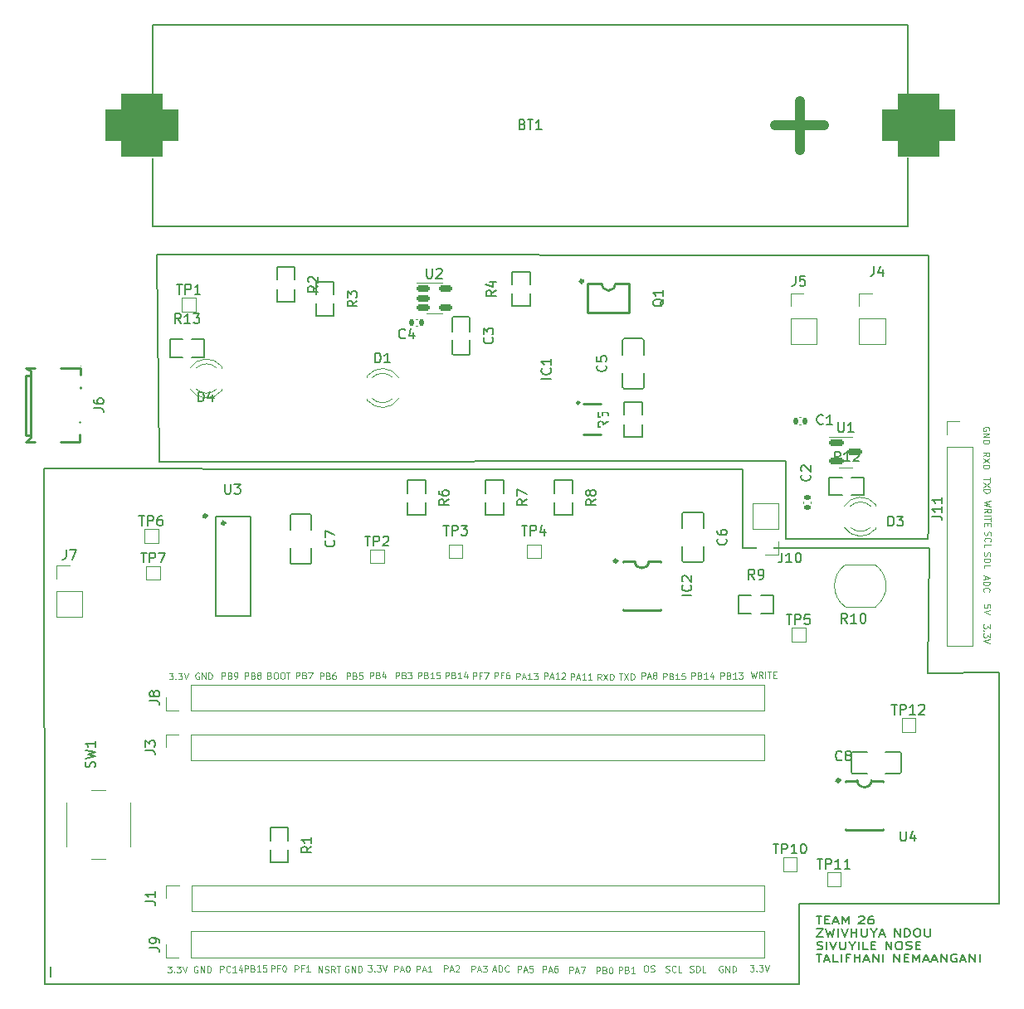
<source format=gbr>
%TF.GenerationSoftware,KiCad,Pcbnew,(7.0.0)*%
%TF.CreationDate,2023-04-24T10:58:27+02:00*%
%TF.ProjectId,Main Schematic,4d61696e-2053-4636-9865-6d617469632e,rev?*%
%TF.SameCoordinates,Original*%
%TF.FileFunction,Legend,Top*%
%TF.FilePolarity,Positive*%
%FSLAX46Y46*%
G04 Gerber Fmt 4.6, Leading zero omitted, Abs format (unit mm)*
G04 Created by KiCad (PCBNEW (7.0.0)) date 2023-04-24 10:58:27*
%MOMM*%
%LPD*%
G01*
G04 APERTURE LIST*
G04 Aperture macros list*
%AMRoundRect*
0 Rectangle with rounded corners*
0 $1 Rounding radius*
0 $2 $3 $4 $5 $6 $7 $8 $9 X,Y pos of 4 corners*
0 Add a 4 corners polygon primitive as box body*
4,1,4,$2,$3,$4,$5,$6,$7,$8,$9,$2,$3,0*
0 Add four circle primitives for the rounded corners*
1,1,$1+$1,$2,$3*
1,1,$1+$1,$4,$5*
1,1,$1+$1,$6,$7*
1,1,$1+$1,$8,$9*
0 Add four rect primitives between the rounded corners*
20,1,$1+$1,$2,$3,$4,$5,0*
20,1,$1+$1,$4,$5,$6,$7,0*
20,1,$1+$1,$6,$7,$8,$9,0*
20,1,$1+$1,$8,$9,$2,$3,0*%
G04 Aperture macros list end*
%ADD10C,0.150000*%
%ADD11C,0.100000*%
%ADD12C,0.254000*%
%ADD13C,0.059995*%
%ADD14C,0.120000*%
%ADD15C,1.000000*%
%ADD16C,0.152400*%
%ADD17C,0.300000*%
%ADD18R,1.000000X0.550013*%
%ADD19R,1.700000X1.700000*%
%ADD20O,1.700000X1.700000*%
%ADD21C,4.000000*%
%ADD22C,2.700000*%
%ADD23RoundRect,1.625000X-2.125000X-1.625000X2.125000X-1.625000X2.125000X1.625000X-2.125000X1.625000X0*%
%ADD24R,1.727991X1.485014*%
%ADD25R,1.000000X1.000000*%
%ADD26R,1.350013X1.410008*%
%ADD27RoundRect,0.150000X-0.512500X-0.150000X0.512500X-0.150000X0.512500X0.150000X-0.512500X0.150000X0*%
%ADD28R,1.132537X1.377013*%
%ADD29R,1.377013X1.132537*%
%ADD30RoundRect,0.140000X0.140000X0.170000X-0.140000X0.170000X-0.140000X-0.170000X0.140000X-0.170000X0*%
%ADD31RoundRect,0.140000X-0.170000X0.140000X-0.170000X-0.140000X0.170000X-0.140000X0.170000X0.140000X0*%
%ADD32R,1.485014X1.727991*%
%ADD33O,1.950216X0.568402*%
%ADD34R,1.800000X1.800000*%
%ADD35C,1.800000*%
%ADD36RoundRect,0.150000X-0.587500X-0.150000X0.587500X-0.150000X0.587500X0.150000X-0.587500X0.150000X0*%
%ADD37O,1.500000X0.400000*%
%ADD38R,1.400000X0.400000*%
%ADD39C,1.300000*%
%ADD40O,2.200000X1.300000*%
%ADD41O,1.745009X0.559995*%
%ADD42C,2.000000*%
%ADD43C,1.500000*%
G04 APERTURE END LIST*
D10*
X192659000Y-93218000D02*
X192500000Y-106010000D01*
X102362000Y-137795000D02*
X179324000Y-137795000D01*
X113792000Y-63246000D02*
X114046000Y-84455000D01*
X179324000Y-129540000D02*
X199771000Y-129540000D01*
X178020000Y-84400000D02*
X178030000Y-92330000D01*
X178030000Y-92330000D02*
X192520000Y-92330000D01*
X114046000Y-84455000D02*
X178020000Y-84400000D01*
X199771000Y-129540000D02*
X199771000Y-105918000D01*
X192532000Y-63373000D02*
X113792000Y-63246000D01*
X134874000Y-85217000D02*
X102290000Y-85150000D01*
X173609000Y-85217000D02*
X134874000Y-85217000D01*
X103000000Y-136000000D02*
X103000000Y-137000000D01*
X192659000Y-93218000D02*
X173609000Y-93218000D01*
X192532000Y-91313000D02*
X192532000Y-63373000D01*
X102290000Y-85150000D02*
X102362000Y-137795000D01*
X173609000Y-93218000D02*
X173609000Y-85217000D01*
X179324000Y-137795000D02*
X179324000Y-129540000D01*
X192520000Y-92330000D02*
X192532000Y-91313000D01*
X192500000Y-106010000D02*
X199771000Y-105918000D01*
D11*
X153334761Y-106618547D02*
X153334761Y-105968547D01*
X153334761Y-105968547D02*
X153582380Y-105968547D01*
X153582380Y-105968547D02*
X153644285Y-105999500D01*
X153644285Y-105999500D02*
X153675238Y-106030452D01*
X153675238Y-106030452D02*
X153706190Y-106092357D01*
X153706190Y-106092357D02*
X153706190Y-106185214D01*
X153706190Y-106185214D02*
X153675238Y-106247119D01*
X153675238Y-106247119D02*
X153644285Y-106278071D01*
X153644285Y-106278071D02*
X153582380Y-106309023D01*
X153582380Y-106309023D02*
X153334761Y-106309023D01*
X153953809Y-106432833D02*
X154263333Y-106432833D01*
X153891904Y-106618547D02*
X154108571Y-105968547D01*
X154108571Y-105968547D02*
X154325238Y-106618547D01*
X154882381Y-106618547D02*
X154510952Y-106618547D01*
X154696666Y-106618547D02*
X154696666Y-105968547D01*
X154696666Y-105968547D02*
X154634762Y-106061404D01*
X154634762Y-106061404D02*
X154572857Y-106123309D01*
X154572857Y-106123309D02*
X154510952Y-106154261D01*
X155130000Y-106030452D02*
X155160952Y-105999500D01*
X155160952Y-105999500D02*
X155222857Y-105968547D01*
X155222857Y-105968547D02*
X155377619Y-105968547D01*
X155377619Y-105968547D02*
X155439524Y-105999500D01*
X155439524Y-105999500D02*
X155470476Y-106030452D01*
X155470476Y-106030452D02*
X155501429Y-106092357D01*
X155501429Y-106092357D02*
X155501429Y-106154261D01*
X155501429Y-106154261D02*
X155470476Y-106247119D01*
X155470476Y-106247119D02*
X155099048Y-106618547D01*
X155099048Y-106618547D02*
X155501429Y-106618547D01*
X130464761Y-106638547D02*
X130464761Y-105988547D01*
X130464761Y-105988547D02*
X130712380Y-105988547D01*
X130712380Y-105988547D02*
X130774285Y-106019500D01*
X130774285Y-106019500D02*
X130805238Y-106050452D01*
X130805238Y-106050452D02*
X130836190Y-106112357D01*
X130836190Y-106112357D02*
X130836190Y-106205214D01*
X130836190Y-106205214D02*
X130805238Y-106267119D01*
X130805238Y-106267119D02*
X130774285Y-106298071D01*
X130774285Y-106298071D02*
X130712380Y-106329023D01*
X130712380Y-106329023D02*
X130464761Y-106329023D01*
X131331428Y-106298071D02*
X131424285Y-106329023D01*
X131424285Y-106329023D02*
X131455238Y-106359976D01*
X131455238Y-106359976D02*
X131486190Y-106421880D01*
X131486190Y-106421880D02*
X131486190Y-106514738D01*
X131486190Y-106514738D02*
X131455238Y-106576642D01*
X131455238Y-106576642D02*
X131424285Y-106607595D01*
X131424285Y-106607595D02*
X131362380Y-106638547D01*
X131362380Y-106638547D02*
X131114761Y-106638547D01*
X131114761Y-106638547D02*
X131114761Y-105988547D01*
X131114761Y-105988547D02*
X131331428Y-105988547D01*
X131331428Y-105988547D02*
X131393333Y-106019500D01*
X131393333Y-106019500D02*
X131424285Y-106050452D01*
X131424285Y-106050452D02*
X131455238Y-106112357D01*
X131455238Y-106112357D02*
X131455238Y-106174261D01*
X131455238Y-106174261D02*
X131424285Y-106236166D01*
X131424285Y-106236166D02*
X131393333Y-106267119D01*
X131393333Y-106267119D02*
X131331428Y-106298071D01*
X131331428Y-106298071D02*
X131114761Y-106298071D01*
X132043333Y-105988547D02*
X131919523Y-105988547D01*
X131919523Y-105988547D02*
X131857619Y-106019500D01*
X131857619Y-106019500D02*
X131826666Y-106050452D01*
X131826666Y-106050452D02*
X131764761Y-106143309D01*
X131764761Y-106143309D02*
X131733809Y-106267119D01*
X131733809Y-106267119D02*
X131733809Y-106514738D01*
X131733809Y-106514738D02*
X131764761Y-106576642D01*
X131764761Y-106576642D02*
X131795714Y-106607595D01*
X131795714Y-106607595D02*
X131857619Y-106638547D01*
X131857619Y-106638547D02*
X131981428Y-106638547D01*
X131981428Y-106638547D02*
X132043333Y-106607595D01*
X132043333Y-106607595D02*
X132074285Y-106576642D01*
X132074285Y-106576642D02*
X132105238Y-106514738D01*
X132105238Y-106514738D02*
X132105238Y-106359976D01*
X132105238Y-106359976D02*
X132074285Y-106298071D01*
X132074285Y-106298071D02*
X132043333Y-106267119D01*
X132043333Y-106267119D02*
X131981428Y-106236166D01*
X131981428Y-106236166D02*
X131857619Y-106236166D01*
X131857619Y-106236166D02*
X131795714Y-106267119D01*
X131795714Y-106267119D02*
X131764761Y-106298071D01*
X131764761Y-106298071D02*
X131733809Y-106359976D01*
X133184761Y-106618547D02*
X133184761Y-105968547D01*
X133184761Y-105968547D02*
X133432380Y-105968547D01*
X133432380Y-105968547D02*
X133494285Y-105999500D01*
X133494285Y-105999500D02*
X133525238Y-106030452D01*
X133525238Y-106030452D02*
X133556190Y-106092357D01*
X133556190Y-106092357D02*
X133556190Y-106185214D01*
X133556190Y-106185214D02*
X133525238Y-106247119D01*
X133525238Y-106247119D02*
X133494285Y-106278071D01*
X133494285Y-106278071D02*
X133432380Y-106309023D01*
X133432380Y-106309023D02*
X133184761Y-106309023D01*
X134051428Y-106278071D02*
X134144285Y-106309023D01*
X134144285Y-106309023D02*
X134175238Y-106339976D01*
X134175238Y-106339976D02*
X134206190Y-106401880D01*
X134206190Y-106401880D02*
X134206190Y-106494738D01*
X134206190Y-106494738D02*
X134175238Y-106556642D01*
X134175238Y-106556642D02*
X134144285Y-106587595D01*
X134144285Y-106587595D02*
X134082380Y-106618547D01*
X134082380Y-106618547D02*
X133834761Y-106618547D01*
X133834761Y-106618547D02*
X133834761Y-105968547D01*
X133834761Y-105968547D02*
X134051428Y-105968547D01*
X134051428Y-105968547D02*
X134113333Y-105999500D01*
X134113333Y-105999500D02*
X134144285Y-106030452D01*
X134144285Y-106030452D02*
X134175238Y-106092357D01*
X134175238Y-106092357D02*
X134175238Y-106154261D01*
X134175238Y-106154261D02*
X134144285Y-106216166D01*
X134144285Y-106216166D02*
X134113333Y-106247119D01*
X134113333Y-106247119D02*
X134051428Y-106278071D01*
X134051428Y-106278071D02*
X133834761Y-106278071D01*
X134794285Y-105968547D02*
X134484761Y-105968547D01*
X134484761Y-105968547D02*
X134453809Y-106278071D01*
X134453809Y-106278071D02*
X134484761Y-106247119D01*
X134484761Y-106247119D02*
X134546666Y-106216166D01*
X134546666Y-106216166D02*
X134701428Y-106216166D01*
X134701428Y-106216166D02*
X134763333Y-106247119D01*
X134763333Y-106247119D02*
X134794285Y-106278071D01*
X134794285Y-106278071D02*
X134825238Y-106339976D01*
X134825238Y-106339976D02*
X134825238Y-106494738D01*
X134825238Y-106494738D02*
X134794285Y-106556642D01*
X134794285Y-106556642D02*
X134763333Y-106587595D01*
X134763333Y-106587595D02*
X134701428Y-106618547D01*
X134701428Y-106618547D02*
X134546666Y-106618547D01*
X134546666Y-106618547D02*
X134484761Y-106587595D01*
X134484761Y-106587595D02*
X134453809Y-106556642D01*
X122804761Y-106605547D02*
X122804761Y-105955547D01*
X122804761Y-105955547D02*
X123052380Y-105955547D01*
X123052380Y-105955547D02*
X123114285Y-105986500D01*
X123114285Y-105986500D02*
X123145238Y-106017452D01*
X123145238Y-106017452D02*
X123176190Y-106079357D01*
X123176190Y-106079357D02*
X123176190Y-106172214D01*
X123176190Y-106172214D02*
X123145238Y-106234119D01*
X123145238Y-106234119D02*
X123114285Y-106265071D01*
X123114285Y-106265071D02*
X123052380Y-106296023D01*
X123052380Y-106296023D02*
X122804761Y-106296023D01*
X123671428Y-106265071D02*
X123764285Y-106296023D01*
X123764285Y-106296023D02*
X123795238Y-106326976D01*
X123795238Y-106326976D02*
X123826190Y-106388880D01*
X123826190Y-106388880D02*
X123826190Y-106481738D01*
X123826190Y-106481738D02*
X123795238Y-106543642D01*
X123795238Y-106543642D02*
X123764285Y-106574595D01*
X123764285Y-106574595D02*
X123702380Y-106605547D01*
X123702380Y-106605547D02*
X123454761Y-106605547D01*
X123454761Y-106605547D02*
X123454761Y-105955547D01*
X123454761Y-105955547D02*
X123671428Y-105955547D01*
X123671428Y-105955547D02*
X123733333Y-105986500D01*
X123733333Y-105986500D02*
X123764285Y-106017452D01*
X123764285Y-106017452D02*
X123795238Y-106079357D01*
X123795238Y-106079357D02*
X123795238Y-106141261D01*
X123795238Y-106141261D02*
X123764285Y-106203166D01*
X123764285Y-106203166D02*
X123733333Y-106234119D01*
X123733333Y-106234119D02*
X123671428Y-106265071D01*
X123671428Y-106265071D02*
X123454761Y-106265071D01*
X124197619Y-106234119D02*
X124135714Y-106203166D01*
X124135714Y-106203166D02*
X124104761Y-106172214D01*
X124104761Y-106172214D02*
X124073809Y-106110309D01*
X124073809Y-106110309D02*
X124073809Y-106079357D01*
X124073809Y-106079357D02*
X124104761Y-106017452D01*
X124104761Y-106017452D02*
X124135714Y-105986500D01*
X124135714Y-105986500D02*
X124197619Y-105955547D01*
X124197619Y-105955547D02*
X124321428Y-105955547D01*
X124321428Y-105955547D02*
X124383333Y-105986500D01*
X124383333Y-105986500D02*
X124414285Y-106017452D01*
X124414285Y-106017452D02*
X124445238Y-106079357D01*
X124445238Y-106079357D02*
X124445238Y-106110309D01*
X124445238Y-106110309D02*
X124414285Y-106172214D01*
X124414285Y-106172214D02*
X124383333Y-106203166D01*
X124383333Y-106203166D02*
X124321428Y-106234119D01*
X124321428Y-106234119D02*
X124197619Y-106234119D01*
X124197619Y-106234119D02*
X124135714Y-106265071D01*
X124135714Y-106265071D02*
X124104761Y-106296023D01*
X124104761Y-106296023D02*
X124073809Y-106357928D01*
X124073809Y-106357928D02*
X124073809Y-106481738D01*
X124073809Y-106481738D02*
X124104761Y-106543642D01*
X124104761Y-106543642D02*
X124135714Y-106574595D01*
X124135714Y-106574595D02*
X124197619Y-106605547D01*
X124197619Y-106605547D02*
X124321428Y-106605547D01*
X124321428Y-106605547D02*
X124383333Y-106574595D01*
X124383333Y-106574595D02*
X124414285Y-106543642D01*
X124414285Y-106543642D02*
X124445238Y-106481738D01*
X124445238Y-106481738D02*
X124445238Y-106357928D01*
X124445238Y-106357928D02*
X124414285Y-106296023D01*
X124414285Y-106296023D02*
X124383333Y-106265071D01*
X124383333Y-106265071D02*
X124321428Y-106234119D01*
X158684761Y-136698547D02*
X158684761Y-136048547D01*
X158684761Y-136048547D02*
X158932380Y-136048547D01*
X158932380Y-136048547D02*
X158994285Y-136079500D01*
X158994285Y-136079500D02*
X159025238Y-136110452D01*
X159025238Y-136110452D02*
X159056190Y-136172357D01*
X159056190Y-136172357D02*
X159056190Y-136265214D01*
X159056190Y-136265214D02*
X159025238Y-136327119D01*
X159025238Y-136327119D02*
X158994285Y-136358071D01*
X158994285Y-136358071D02*
X158932380Y-136389023D01*
X158932380Y-136389023D02*
X158684761Y-136389023D01*
X159551428Y-136358071D02*
X159644285Y-136389023D01*
X159644285Y-136389023D02*
X159675238Y-136419976D01*
X159675238Y-136419976D02*
X159706190Y-136481880D01*
X159706190Y-136481880D02*
X159706190Y-136574738D01*
X159706190Y-136574738D02*
X159675238Y-136636642D01*
X159675238Y-136636642D02*
X159644285Y-136667595D01*
X159644285Y-136667595D02*
X159582380Y-136698547D01*
X159582380Y-136698547D02*
X159334761Y-136698547D01*
X159334761Y-136698547D02*
X159334761Y-136048547D01*
X159334761Y-136048547D02*
X159551428Y-136048547D01*
X159551428Y-136048547D02*
X159613333Y-136079500D01*
X159613333Y-136079500D02*
X159644285Y-136110452D01*
X159644285Y-136110452D02*
X159675238Y-136172357D01*
X159675238Y-136172357D02*
X159675238Y-136234261D01*
X159675238Y-136234261D02*
X159644285Y-136296166D01*
X159644285Y-136296166D02*
X159613333Y-136327119D01*
X159613333Y-136327119D02*
X159551428Y-136358071D01*
X159551428Y-136358071D02*
X159334761Y-136358071D01*
X160108571Y-136048547D02*
X160170476Y-136048547D01*
X160170476Y-136048547D02*
X160232380Y-136079500D01*
X160232380Y-136079500D02*
X160263333Y-136110452D01*
X160263333Y-136110452D02*
X160294285Y-136172357D01*
X160294285Y-136172357D02*
X160325238Y-136296166D01*
X160325238Y-136296166D02*
X160325238Y-136450928D01*
X160325238Y-136450928D02*
X160294285Y-136574738D01*
X160294285Y-136574738D02*
X160263333Y-136636642D01*
X160263333Y-136636642D02*
X160232380Y-136667595D01*
X160232380Y-136667595D02*
X160170476Y-136698547D01*
X160170476Y-136698547D02*
X160108571Y-136698547D01*
X160108571Y-136698547D02*
X160046666Y-136667595D01*
X160046666Y-136667595D02*
X160015714Y-136636642D01*
X160015714Y-136636642D02*
X159984761Y-136574738D01*
X159984761Y-136574738D02*
X159953809Y-136450928D01*
X159953809Y-136450928D02*
X159953809Y-136296166D01*
X159953809Y-136296166D02*
X159984761Y-136172357D01*
X159984761Y-136172357D02*
X160015714Y-136110452D01*
X160015714Y-136110452D02*
X160046666Y-136079500D01*
X160046666Y-136079500D02*
X160108571Y-136048547D01*
X198861452Y-99354285D02*
X198861452Y-99044761D01*
X198861452Y-99044761D02*
X198551928Y-99013809D01*
X198551928Y-99013809D02*
X198582880Y-99044761D01*
X198582880Y-99044761D02*
X198613833Y-99106666D01*
X198613833Y-99106666D02*
X198613833Y-99261428D01*
X198613833Y-99261428D02*
X198582880Y-99323333D01*
X198582880Y-99323333D02*
X198551928Y-99354285D01*
X198551928Y-99354285D02*
X198490023Y-99385238D01*
X198490023Y-99385238D02*
X198335261Y-99385238D01*
X198335261Y-99385238D02*
X198273357Y-99354285D01*
X198273357Y-99354285D02*
X198242404Y-99323333D01*
X198242404Y-99323333D02*
X198211452Y-99261428D01*
X198211452Y-99261428D02*
X198211452Y-99106666D01*
X198211452Y-99106666D02*
X198242404Y-99044761D01*
X198242404Y-99044761D02*
X198273357Y-99013809D01*
X198861452Y-99570952D02*
X198211452Y-99787619D01*
X198211452Y-99787619D02*
X198861452Y-100004286D01*
X125341428Y-106268071D02*
X125434285Y-106299023D01*
X125434285Y-106299023D02*
X125465238Y-106329976D01*
X125465238Y-106329976D02*
X125496190Y-106391880D01*
X125496190Y-106391880D02*
X125496190Y-106484738D01*
X125496190Y-106484738D02*
X125465238Y-106546642D01*
X125465238Y-106546642D02*
X125434285Y-106577595D01*
X125434285Y-106577595D02*
X125372380Y-106608547D01*
X125372380Y-106608547D02*
X125124761Y-106608547D01*
X125124761Y-106608547D02*
X125124761Y-105958547D01*
X125124761Y-105958547D02*
X125341428Y-105958547D01*
X125341428Y-105958547D02*
X125403333Y-105989500D01*
X125403333Y-105989500D02*
X125434285Y-106020452D01*
X125434285Y-106020452D02*
X125465238Y-106082357D01*
X125465238Y-106082357D02*
X125465238Y-106144261D01*
X125465238Y-106144261D02*
X125434285Y-106206166D01*
X125434285Y-106206166D02*
X125403333Y-106237119D01*
X125403333Y-106237119D02*
X125341428Y-106268071D01*
X125341428Y-106268071D02*
X125124761Y-106268071D01*
X125898571Y-105958547D02*
X126022380Y-105958547D01*
X126022380Y-105958547D02*
X126084285Y-105989500D01*
X126084285Y-105989500D02*
X126146190Y-106051404D01*
X126146190Y-106051404D02*
X126177142Y-106175214D01*
X126177142Y-106175214D02*
X126177142Y-106391880D01*
X126177142Y-106391880D02*
X126146190Y-106515690D01*
X126146190Y-106515690D02*
X126084285Y-106577595D01*
X126084285Y-106577595D02*
X126022380Y-106608547D01*
X126022380Y-106608547D02*
X125898571Y-106608547D01*
X125898571Y-106608547D02*
X125836666Y-106577595D01*
X125836666Y-106577595D02*
X125774761Y-106515690D01*
X125774761Y-106515690D02*
X125743809Y-106391880D01*
X125743809Y-106391880D02*
X125743809Y-106175214D01*
X125743809Y-106175214D02*
X125774761Y-106051404D01*
X125774761Y-106051404D02*
X125836666Y-105989500D01*
X125836666Y-105989500D02*
X125898571Y-105958547D01*
X126579523Y-105958547D02*
X126703332Y-105958547D01*
X126703332Y-105958547D02*
X126765237Y-105989500D01*
X126765237Y-105989500D02*
X126827142Y-106051404D01*
X126827142Y-106051404D02*
X126858094Y-106175214D01*
X126858094Y-106175214D02*
X126858094Y-106391880D01*
X126858094Y-106391880D02*
X126827142Y-106515690D01*
X126827142Y-106515690D02*
X126765237Y-106577595D01*
X126765237Y-106577595D02*
X126703332Y-106608547D01*
X126703332Y-106608547D02*
X126579523Y-106608547D01*
X126579523Y-106608547D02*
X126517618Y-106577595D01*
X126517618Y-106577595D02*
X126455713Y-106515690D01*
X126455713Y-106515690D02*
X126424761Y-106391880D01*
X126424761Y-106391880D02*
X126424761Y-106175214D01*
X126424761Y-106175214D02*
X126455713Y-106051404D01*
X126455713Y-106051404D02*
X126517618Y-105989500D01*
X126517618Y-105989500D02*
X126579523Y-105958547D01*
X127043808Y-105958547D02*
X127415237Y-105958547D01*
X127229523Y-106608547D02*
X127229523Y-105958547D01*
X130334761Y-136598547D02*
X130334761Y-135948547D01*
X130334761Y-135948547D02*
X130706190Y-136598547D01*
X130706190Y-136598547D02*
X130706190Y-135948547D01*
X130984761Y-136567595D02*
X131077618Y-136598547D01*
X131077618Y-136598547D02*
X131232380Y-136598547D01*
X131232380Y-136598547D02*
X131294285Y-136567595D01*
X131294285Y-136567595D02*
X131325237Y-136536642D01*
X131325237Y-136536642D02*
X131356190Y-136474738D01*
X131356190Y-136474738D02*
X131356190Y-136412833D01*
X131356190Y-136412833D02*
X131325237Y-136350928D01*
X131325237Y-136350928D02*
X131294285Y-136319976D01*
X131294285Y-136319976D02*
X131232380Y-136289023D01*
X131232380Y-136289023D02*
X131108571Y-136258071D01*
X131108571Y-136258071D02*
X131046666Y-136227119D01*
X131046666Y-136227119D02*
X131015713Y-136196166D01*
X131015713Y-136196166D02*
X130984761Y-136134261D01*
X130984761Y-136134261D02*
X130984761Y-136072357D01*
X130984761Y-136072357D02*
X131015713Y-136010452D01*
X131015713Y-136010452D02*
X131046666Y-135979500D01*
X131046666Y-135979500D02*
X131108571Y-135948547D01*
X131108571Y-135948547D02*
X131263332Y-135948547D01*
X131263332Y-135948547D02*
X131356190Y-135979500D01*
X132006190Y-136598547D02*
X131789523Y-136289023D01*
X131634761Y-136598547D02*
X131634761Y-135948547D01*
X131634761Y-135948547D02*
X131882380Y-135948547D01*
X131882380Y-135948547D02*
X131944285Y-135979500D01*
X131944285Y-135979500D02*
X131975238Y-136010452D01*
X131975238Y-136010452D02*
X132006190Y-136072357D01*
X132006190Y-136072357D02*
X132006190Y-136165214D01*
X132006190Y-136165214D02*
X131975238Y-136227119D01*
X131975238Y-136227119D02*
X131944285Y-136258071D01*
X131944285Y-136258071D02*
X131882380Y-136289023D01*
X131882380Y-136289023D02*
X131634761Y-136289023D01*
X132191904Y-135948547D02*
X132563333Y-135948547D01*
X132377619Y-136598547D02*
X132377619Y-135948547D01*
X198242404Y-93693809D02*
X198211452Y-93786666D01*
X198211452Y-93786666D02*
X198211452Y-93941428D01*
X198211452Y-93941428D02*
X198242404Y-94003333D01*
X198242404Y-94003333D02*
X198273357Y-94034285D01*
X198273357Y-94034285D02*
X198335261Y-94065238D01*
X198335261Y-94065238D02*
X198397166Y-94065238D01*
X198397166Y-94065238D02*
X198459071Y-94034285D01*
X198459071Y-94034285D02*
X198490023Y-94003333D01*
X198490023Y-94003333D02*
X198520976Y-93941428D01*
X198520976Y-93941428D02*
X198551928Y-93817619D01*
X198551928Y-93817619D02*
X198582880Y-93755714D01*
X198582880Y-93755714D02*
X198613833Y-93724761D01*
X198613833Y-93724761D02*
X198675738Y-93693809D01*
X198675738Y-93693809D02*
X198737642Y-93693809D01*
X198737642Y-93693809D02*
X198799547Y-93724761D01*
X198799547Y-93724761D02*
X198830500Y-93755714D01*
X198830500Y-93755714D02*
X198861452Y-93817619D01*
X198861452Y-93817619D02*
X198861452Y-93972380D01*
X198861452Y-93972380D02*
X198830500Y-94065238D01*
X198211452Y-94343809D02*
X198861452Y-94343809D01*
X198861452Y-94343809D02*
X198861452Y-94498571D01*
X198861452Y-94498571D02*
X198830500Y-94591428D01*
X198830500Y-94591428D02*
X198768595Y-94653333D01*
X198768595Y-94653333D02*
X198706690Y-94684286D01*
X198706690Y-94684286D02*
X198582880Y-94715238D01*
X198582880Y-94715238D02*
X198490023Y-94715238D01*
X198490023Y-94715238D02*
X198366214Y-94684286D01*
X198366214Y-94684286D02*
X198304309Y-94653333D01*
X198304309Y-94653333D02*
X198242404Y-94591428D01*
X198242404Y-94591428D02*
X198211452Y-94498571D01*
X198211452Y-94498571D02*
X198211452Y-94343809D01*
X198211452Y-95303333D02*
X198211452Y-94993809D01*
X198211452Y-94993809D02*
X198861452Y-94993809D01*
X120424761Y-106598547D02*
X120424761Y-105948547D01*
X120424761Y-105948547D02*
X120672380Y-105948547D01*
X120672380Y-105948547D02*
X120734285Y-105979500D01*
X120734285Y-105979500D02*
X120765238Y-106010452D01*
X120765238Y-106010452D02*
X120796190Y-106072357D01*
X120796190Y-106072357D02*
X120796190Y-106165214D01*
X120796190Y-106165214D02*
X120765238Y-106227119D01*
X120765238Y-106227119D02*
X120734285Y-106258071D01*
X120734285Y-106258071D02*
X120672380Y-106289023D01*
X120672380Y-106289023D02*
X120424761Y-106289023D01*
X121291428Y-106258071D02*
X121384285Y-106289023D01*
X121384285Y-106289023D02*
X121415238Y-106319976D01*
X121415238Y-106319976D02*
X121446190Y-106381880D01*
X121446190Y-106381880D02*
X121446190Y-106474738D01*
X121446190Y-106474738D02*
X121415238Y-106536642D01*
X121415238Y-106536642D02*
X121384285Y-106567595D01*
X121384285Y-106567595D02*
X121322380Y-106598547D01*
X121322380Y-106598547D02*
X121074761Y-106598547D01*
X121074761Y-106598547D02*
X121074761Y-105948547D01*
X121074761Y-105948547D02*
X121291428Y-105948547D01*
X121291428Y-105948547D02*
X121353333Y-105979500D01*
X121353333Y-105979500D02*
X121384285Y-106010452D01*
X121384285Y-106010452D02*
X121415238Y-106072357D01*
X121415238Y-106072357D02*
X121415238Y-106134261D01*
X121415238Y-106134261D02*
X121384285Y-106196166D01*
X121384285Y-106196166D02*
X121353333Y-106227119D01*
X121353333Y-106227119D02*
X121291428Y-106258071D01*
X121291428Y-106258071D02*
X121074761Y-106258071D01*
X121755714Y-106598547D02*
X121879523Y-106598547D01*
X121879523Y-106598547D02*
X121941428Y-106567595D01*
X121941428Y-106567595D02*
X121972380Y-106536642D01*
X121972380Y-106536642D02*
X122034285Y-106443785D01*
X122034285Y-106443785D02*
X122065238Y-106319976D01*
X122065238Y-106319976D02*
X122065238Y-106072357D01*
X122065238Y-106072357D02*
X122034285Y-106010452D01*
X122034285Y-106010452D02*
X122003333Y-105979500D01*
X122003333Y-105979500D02*
X121941428Y-105948547D01*
X121941428Y-105948547D02*
X121817619Y-105948547D01*
X121817619Y-105948547D02*
X121755714Y-105979500D01*
X121755714Y-105979500D02*
X121724761Y-106010452D01*
X121724761Y-106010452D02*
X121693809Y-106072357D01*
X121693809Y-106072357D02*
X121693809Y-106227119D01*
X121693809Y-106227119D02*
X121724761Y-106289023D01*
X121724761Y-106289023D02*
X121755714Y-106319976D01*
X121755714Y-106319976D02*
X121817619Y-106350928D01*
X121817619Y-106350928D02*
X121941428Y-106350928D01*
X121941428Y-106350928D02*
X122003333Y-106319976D01*
X122003333Y-106319976D02*
X122034285Y-106289023D01*
X122034285Y-106289023D02*
X122065238Y-106227119D01*
X120294761Y-136558547D02*
X120294761Y-135908547D01*
X120294761Y-135908547D02*
X120542380Y-135908547D01*
X120542380Y-135908547D02*
X120604285Y-135939500D01*
X120604285Y-135939500D02*
X120635238Y-135970452D01*
X120635238Y-135970452D02*
X120666190Y-136032357D01*
X120666190Y-136032357D02*
X120666190Y-136125214D01*
X120666190Y-136125214D02*
X120635238Y-136187119D01*
X120635238Y-136187119D02*
X120604285Y-136218071D01*
X120604285Y-136218071D02*
X120542380Y-136249023D01*
X120542380Y-136249023D02*
X120294761Y-136249023D01*
X121316190Y-136496642D02*
X121285238Y-136527595D01*
X121285238Y-136527595D02*
X121192380Y-136558547D01*
X121192380Y-136558547D02*
X121130476Y-136558547D01*
X121130476Y-136558547D02*
X121037619Y-136527595D01*
X121037619Y-136527595D02*
X120975714Y-136465690D01*
X120975714Y-136465690D02*
X120944761Y-136403785D01*
X120944761Y-136403785D02*
X120913809Y-136279976D01*
X120913809Y-136279976D02*
X120913809Y-136187119D01*
X120913809Y-136187119D02*
X120944761Y-136063309D01*
X120944761Y-136063309D02*
X120975714Y-136001404D01*
X120975714Y-136001404D02*
X121037619Y-135939500D01*
X121037619Y-135939500D02*
X121130476Y-135908547D01*
X121130476Y-135908547D02*
X121192380Y-135908547D01*
X121192380Y-135908547D02*
X121285238Y-135939500D01*
X121285238Y-135939500D02*
X121316190Y-135970452D01*
X121935238Y-136558547D02*
X121563809Y-136558547D01*
X121749523Y-136558547D02*
X121749523Y-135908547D01*
X121749523Y-135908547D02*
X121687619Y-136001404D01*
X121687619Y-136001404D02*
X121625714Y-136063309D01*
X121625714Y-136063309D02*
X121563809Y-136094261D01*
X122492381Y-136125214D02*
X122492381Y-136558547D01*
X122337619Y-135877595D02*
X122182857Y-136341880D01*
X122182857Y-136341880D02*
X122585238Y-136341880D01*
X171555238Y-135939500D02*
X171493333Y-135908547D01*
X171493333Y-135908547D02*
X171400476Y-135908547D01*
X171400476Y-135908547D02*
X171307619Y-135939500D01*
X171307619Y-135939500D02*
X171245714Y-136001404D01*
X171245714Y-136001404D02*
X171214761Y-136063309D01*
X171214761Y-136063309D02*
X171183809Y-136187119D01*
X171183809Y-136187119D02*
X171183809Y-136279976D01*
X171183809Y-136279976D02*
X171214761Y-136403785D01*
X171214761Y-136403785D02*
X171245714Y-136465690D01*
X171245714Y-136465690D02*
X171307619Y-136527595D01*
X171307619Y-136527595D02*
X171400476Y-136558547D01*
X171400476Y-136558547D02*
X171462380Y-136558547D01*
X171462380Y-136558547D02*
X171555238Y-136527595D01*
X171555238Y-136527595D02*
X171586190Y-136496642D01*
X171586190Y-136496642D02*
X171586190Y-136279976D01*
X171586190Y-136279976D02*
X171462380Y-136279976D01*
X171864761Y-136558547D02*
X171864761Y-135908547D01*
X171864761Y-135908547D02*
X172236190Y-136558547D01*
X172236190Y-136558547D02*
X172236190Y-135908547D01*
X172545713Y-136558547D02*
X172545713Y-135908547D01*
X172545713Y-135908547D02*
X172700475Y-135908547D01*
X172700475Y-135908547D02*
X172793332Y-135939500D01*
X172793332Y-135939500D02*
X172855237Y-136001404D01*
X172855237Y-136001404D02*
X172886190Y-136063309D01*
X172886190Y-136063309D02*
X172917142Y-136187119D01*
X172917142Y-136187119D02*
X172917142Y-136279976D01*
X172917142Y-136279976D02*
X172886190Y-136403785D01*
X172886190Y-136403785D02*
X172855237Y-136465690D01*
X172855237Y-136465690D02*
X172793332Y-136527595D01*
X172793332Y-136527595D02*
X172700475Y-136558547D01*
X172700475Y-136558547D02*
X172545713Y-136558547D01*
X117985238Y-135979500D02*
X117923333Y-135948547D01*
X117923333Y-135948547D02*
X117830476Y-135948547D01*
X117830476Y-135948547D02*
X117737619Y-135979500D01*
X117737619Y-135979500D02*
X117675714Y-136041404D01*
X117675714Y-136041404D02*
X117644761Y-136103309D01*
X117644761Y-136103309D02*
X117613809Y-136227119D01*
X117613809Y-136227119D02*
X117613809Y-136319976D01*
X117613809Y-136319976D02*
X117644761Y-136443785D01*
X117644761Y-136443785D02*
X117675714Y-136505690D01*
X117675714Y-136505690D02*
X117737619Y-136567595D01*
X117737619Y-136567595D02*
X117830476Y-136598547D01*
X117830476Y-136598547D02*
X117892380Y-136598547D01*
X117892380Y-136598547D02*
X117985238Y-136567595D01*
X117985238Y-136567595D02*
X118016190Y-136536642D01*
X118016190Y-136536642D02*
X118016190Y-136319976D01*
X118016190Y-136319976D02*
X117892380Y-136319976D01*
X118294761Y-136598547D02*
X118294761Y-135948547D01*
X118294761Y-135948547D02*
X118666190Y-136598547D01*
X118666190Y-136598547D02*
X118666190Y-135948547D01*
X118975713Y-136598547D02*
X118975713Y-135948547D01*
X118975713Y-135948547D02*
X119130475Y-135948547D01*
X119130475Y-135948547D02*
X119223332Y-135979500D01*
X119223332Y-135979500D02*
X119285237Y-136041404D01*
X119285237Y-136041404D02*
X119316190Y-136103309D01*
X119316190Y-136103309D02*
X119347142Y-136227119D01*
X119347142Y-136227119D02*
X119347142Y-136319976D01*
X119347142Y-136319976D02*
X119316190Y-136443785D01*
X119316190Y-136443785D02*
X119285237Y-136505690D01*
X119285237Y-136505690D02*
X119223332Y-136567595D01*
X119223332Y-136567595D02*
X119130475Y-136598547D01*
X119130475Y-136598547D02*
X118975713Y-136598547D01*
X135362857Y-135878547D02*
X135765238Y-135878547D01*
X135765238Y-135878547D02*
X135548571Y-136126166D01*
X135548571Y-136126166D02*
X135641428Y-136126166D01*
X135641428Y-136126166D02*
X135703333Y-136157119D01*
X135703333Y-136157119D02*
X135734285Y-136188071D01*
X135734285Y-136188071D02*
X135765238Y-136249976D01*
X135765238Y-136249976D02*
X135765238Y-136404738D01*
X135765238Y-136404738D02*
X135734285Y-136466642D01*
X135734285Y-136466642D02*
X135703333Y-136497595D01*
X135703333Y-136497595D02*
X135641428Y-136528547D01*
X135641428Y-136528547D02*
X135455714Y-136528547D01*
X135455714Y-136528547D02*
X135393809Y-136497595D01*
X135393809Y-136497595D02*
X135362857Y-136466642D01*
X136043809Y-136466642D02*
X136074762Y-136497595D01*
X136074762Y-136497595D02*
X136043809Y-136528547D01*
X136043809Y-136528547D02*
X136012857Y-136497595D01*
X136012857Y-136497595D02*
X136043809Y-136466642D01*
X136043809Y-136466642D02*
X136043809Y-136528547D01*
X136291429Y-135878547D02*
X136693810Y-135878547D01*
X136693810Y-135878547D02*
X136477143Y-136126166D01*
X136477143Y-136126166D02*
X136570000Y-136126166D01*
X136570000Y-136126166D02*
X136631905Y-136157119D01*
X136631905Y-136157119D02*
X136662857Y-136188071D01*
X136662857Y-136188071D02*
X136693810Y-136249976D01*
X136693810Y-136249976D02*
X136693810Y-136404738D01*
X136693810Y-136404738D02*
X136662857Y-136466642D01*
X136662857Y-136466642D02*
X136631905Y-136497595D01*
X136631905Y-136497595D02*
X136570000Y-136528547D01*
X136570000Y-136528547D02*
X136384286Y-136528547D01*
X136384286Y-136528547D02*
X136322381Y-136497595D01*
X136322381Y-136497595D02*
X136291429Y-136466642D01*
X136879524Y-135878547D02*
X137096191Y-136528547D01*
X137096191Y-136528547D02*
X137312858Y-135878547D01*
X168384761Y-106598547D02*
X168384761Y-105948547D01*
X168384761Y-105948547D02*
X168632380Y-105948547D01*
X168632380Y-105948547D02*
X168694285Y-105979500D01*
X168694285Y-105979500D02*
X168725238Y-106010452D01*
X168725238Y-106010452D02*
X168756190Y-106072357D01*
X168756190Y-106072357D02*
X168756190Y-106165214D01*
X168756190Y-106165214D02*
X168725238Y-106227119D01*
X168725238Y-106227119D02*
X168694285Y-106258071D01*
X168694285Y-106258071D02*
X168632380Y-106289023D01*
X168632380Y-106289023D02*
X168384761Y-106289023D01*
X169251428Y-106258071D02*
X169344285Y-106289023D01*
X169344285Y-106289023D02*
X169375238Y-106319976D01*
X169375238Y-106319976D02*
X169406190Y-106381880D01*
X169406190Y-106381880D02*
X169406190Y-106474738D01*
X169406190Y-106474738D02*
X169375238Y-106536642D01*
X169375238Y-106536642D02*
X169344285Y-106567595D01*
X169344285Y-106567595D02*
X169282380Y-106598547D01*
X169282380Y-106598547D02*
X169034761Y-106598547D01*
X169034761Y-106598547D02*
X169034761Y-105948547D01*
X169034761Y-105948547D02*
X169251428Y-105948547D01*
X169251428Y-105948547D02*
X169313333Y-105979500D01*
X169313333Y-105979500D02*
X169344285Y-106010452D01*
X169344285Y-106010452D02*
X169375238Y-106072357D01*
X169375238Y-106072357D02*
X169375238Y-106134261D01*
X169375238Y-106134261D02*
X169344285Y-106196166D01*
X169344285Y-106196166D02*
X169313333Y-106227119D01*
X169313333Y-106227119D02*
X169251428Y-106258071D01*
X169251428Y-106258071D02*
X169034761Y-106258071D01*
X170025238Y-106598547D02*
X169653809Y-106598547D01*
X169839523Y-106598547D02*
X169839523Y-105948547D01*
X169839523Y-105948547D02*
X169777619Y-106041404D01*
X169777619Y-106041404D02*
X169715714Y-106103309D01*
X169715714Y-106103309D02*
X169653809Y-106134261D01*
X170582381Y-106165214D02*
X170582381Y-106598547D01*
X170427619Y-105917595D02*
X170272857Y-106381880D01*
X170272857Y-106381880D02*
X170675238Y-106381880D01*
X118115238Y-106019500D02*
X118053333Y-105988547D01*
X118053333Y-105988547D02*
X117960476Y-105988547D01*
X117960476Y-105988547D02*
X117867619Y-106019500D01*
X117867619Y-106019500D02*
X117805714Y-106081404D01*
X117805714Y-106081404D02*
X117774761Y-106143309D01*
X117774761Y-106143309D02*
X117743809Y-106267119D01*
X117743809Y-106267119D02*
X117743809Y-106359976D01*
X117743809Y-106359976D02*
X117774761Y-106483785D01*
X117774761Y-106483785D02*
X117805714Y-106545690D01*
X117805714Y-106545690D02*
X117867619Y-106607595D01*
X117867619Y-106607595D02*
X117960476Y-106638547D01*
X117960476Y-106638547D02*
X118022380Y-106638547D01*
X118022380Y-106638547D02*
X118115238Y-106607595D01*
X118115238Y-106607595D02*
X118146190Y-106576642D01*
X118146190Y-106576642D02*
X118146190Y-106359976D01*
X118146190Y-106359976D02*
X118022380Y-106359976D01*
X118424761Y-106638547D02*
X118424761Y-105988547D01*
X118424761Y-105988547D02*
X118796190Y-106638547D01*
X118796190Y-106638547D02*
X118796190Y-105988547D01*
X119105713Y-106638547D02*
X119105713Y-105988547D01*
X119105713Y-105988547D02*
X119260475Y-105988547D01*
X119260475Y-105988547D02*
X119353332Y-106019500D01*
X119353332Y-106019500D02*
X119415237Y-106081404D01*
X119415237Y-106081404D02*
X119446190Y-106143309D01*
X119446190Y-106143309D02*
X119477142Y-106267119D01*
X119477142Y-106267119D02*
X119477142Y-106359976D01*
X119477142Y-106359976D02*
X119446190Y-106483785D01*
X119446190Y-106483785D02*
X119415237Y-106545690D01*
X119415237Y-106545690D02*
X119353332Y-106607595D01*
X119353332Y-106607595D02*
X119260475Y-106638547D01*
X119260475Y-106638547D02*
X119105713Y-106638547D01*
X155924761Y-136692019D02*
X155924761Y-136012019D01*
X155924761Y-136012019D02*
X156172380Y-136012019D01*
X156172380Y-136012019D02*
X156234285Y-136044400D01*
X156234285Y-136044400D02*
X156265238Y-136076780D01*
X156265238Y-136076780D02*
X156296190Y-136141542D01*
X156296190Y-136141542D02*
X156296190Y-136238685D01*
X156296190Y-136238685D02*
X156265238Y-136303447D01*
X156265238Y-136303447D02*
X156234285Y-136335828D01*
X156234285Y-136335828D02*
X156172380Y-136368209D01*
X156172380Y-136368209D02*
X155924761Y-136368209D01*
X156543809Y-136497733D02*
X156853333Y-136497733D01*
X156481904Y-136692019D02*
X156698571Y-136012019D01*
X156698571Y-136012019D02*
X156915238Y-136692019D01*
X157070000Y-136012019D02*
X157503333Y-136012019D01*
X157503333Y-136012019D02*
X157224762Y-136692019D01*
X138064761Y-136538547D02*
X138064761Y-135888547D01*
X138064761Y-135888547D02*
X138312380Y-135888547D01*
X138312380Y-135888547D02*
X138374285Y-135919500D01*
X138374285Y-135919500D02*
X138405238Y-135950452D01*
X138405238Y-135950452D02*
X138436190Y-136012357D01*
X138436190Y-136012357D02*
X138436190Y-136105214D01*
X138436190Y-136105214D02*
X138405238Y-136167119D01*
X138405238Y-136167119D02*
X138374285Y-136198071D01*
X138374285Y-136198071D02*
X138312380Y-136229023D01*
X138312380Y-136229023D02*
X138064761Y-136229023D01*
X138683809Y-136352833D02*
X138993333Y-136352833D01*
X138621904Y-136538547D02*
X138838571Y-135888547D01*
X138838571Y-135888547D02*
X139055238Y-136538547D01*
X139395714Y-135888547D02*
X139457619Y-135888547D01*
X139457619Y-135888547D02*
X139519523Y-135919500D01*
X139519523Y-135919500D02*
X139550476Y-135950452D01*
X139550476Y-135950452D02*
X139581428Y-136012357D01*
X139581428Y-136012357D02*
X139612381Y-136136166D01*
X139612381Y-136136166D02*
X139612381Y-136290928D01*
X139612381Y-136290928D02*
X139581428Y-136414738D01*
X139581428Y-136414738D02*
X139550476Y-136476642D01*
X139550476Y-136476642D02*
X139519523Y-136507595D01*
X139519523Y-136507595D02*
X139457619Y-136538547D01*
X139457619Y-136538547D02*
X139395714Y-136538547D01*
X139395714Y-136538547D02*
X139333809Y-136507595D01*
X139333809Y-136507595D02*
X139302857Y-136476642D01*
X139302857Y-136476642D02*
X139271904Y-136414738D01*
X139271904Y-136414738D02*
X139240952Y-136290928D01*
X139240952Y-136290928D02*
X139240952Y-136136166D01*
X139240952Y-136136166D02*
X139271904Y-136012357D01*
X139271904Y-136012357D02*
X139302857Y-135950452D01*
X139302857Y-135950452D02*
X139333809Y-135919500D01*
X139333809Y-135919500D02*
X139395714Y-135888547D01*
X174332857Y-135838547D02*
X174735238Y-135838547D01*
X174735238Y-135838547D02*
X174518571Y-136086166D01*
X174518571Y-136086166D02*
X174611428Y-136086166D01*
X174611428Y-136086166D02*
X174673333Y-136117119D01*
X174673333Y-136117119D02*
X174704285Y-136148071D01*
X174704285Y-136148071D02*
X174735238Y-136209976D01*
X174735238Y-136209976D02*
X174735238Y-136364738D01*
X174735238Y-136364738D02*
X174704285Y-136426642D01*
X174704285Y-136426642D02*
X174673333Y-136457595D01*
X174673333Y-136457595D02*
X174611428Y-136488547D01*
X174611428Y-136488547D02*
X174425714Y-136488547D01*
X174425714Y-136488547D02*
X174363809Y-136457595D01*
X174363809Y-136457595D02*
X174332857Y-136426642D01*
X175013809Y-136426642D02*
X175044762Y-136457595D01*
X175044762Y-136457595D02*
X175013809Y-136488547D01*
X175013809Y-136488547D02*
X174982857Y-136457595D01*
X174982857Y-136457595D02*
X175013809Y-136426642D01*
X175013809Y-136426642D02*
X175013809Y-136488547D01*
X175261429Y-135838547D02*
X175663810Y-135838547D01*
X175663810Y-135838547D02*
X175447143Y-136086166D01*
X175447143Y-136086166D02*
X175540000Y-136086166D01*
X175540000Y-136086166D02*
X175601905Y-136117119D01*
X175601905Y-136117119D02*
X175632857Y-136148071D01*
X175632857Y-136148071D02*
X175663810Y-136209976D01*
X175663810Y-136209976D02*
X175663810Y-136364738D01*
X175663810Y-136364738D02*
X175632857Y-136426642D01*
X175632857Y-136426642D02*
X175601905Y-136457595D01*
X175601905Y-136457595D02*
X175540000Y-136488547D01*
X175540000Y-136488547D02*
X175354286Y-136488547D01*
X175354286Y-136488547D02*
X175292381Y-136457595D01*
X175292381Y-136457595D02*
X175261429Y-136426642D01*
X175849524Y-135838547D02*
X176066191Y-136488547D01*
X176066191Y-136488547D02*
X176282858Y-135838547D01*
X156054761Y-106732019D02*
X156054761Y-106052019D01*
X156054761Y-106052019D02*
X156302380Y-106052019D01*
X156302380Y-106052019D02*
X156364285Y-106084400D01*
X156364285Y-106084400D02*
X156395238Y-106116780D01*
X156395238Y-106116780D02*
X156426190Y-106181542D01*
X156426190Y-106181542D02*
X156426190Y-106278685D01*
X156426190Y-106278685D02*
X156395238Y-106343447D01*
X156395238Y-106343447D02*
X156364285Y-106375828D01*
X156364285Y-106375828D02*
X156302380Y-106408209D01*
X156302380Y-106408209D02*
X156054761Y-106408209D01*
X156673809Y-106537733D02*
X156983333Y-106537733D01*
X156611904Y-106732019D02*
X156828571Y-106052019D01*
X156828571Y-106052019D02*
X157045238Y-106732019D01*
X157602381Y-106732019D02*
X157230952Y-106732019D01*
X157416666Y-106732019D02*
X157416666Y-106052019D01*
X157416666Y-106052019D02*
X157354762Y-106149161D01*
X157354762Y-106149161D02*
X157292857Y-106213923D01*
X157292857Y-106213923D02*
X157230952Y-106246304D01*
X158221429Y-106732019D02*
X157850000Y-106732019D01*
X158035714Y-106732019D02*
X158035714Y-106052019D01*
X158035714Y-106052019D02*
X157973810Y-106149161D01*
X157973810Y-106149161D02*
X157911905Y-106213923D01*
X157911905Y-106213923D02*
X157850000Y-106246304D01*
X140334761Y-136538547D02*
X140334761Y-135888547D01*
X140334761Y-135888547D02*
X140582380Y-135888547D01*
X140582380Y-135888547D02*
X140644285Y-135919500D01*
X140644285Y-135919500D02*
X140675238Y-135950452D01*
X140675238Y-135950452D02*
X140706190Y-136012357D01*
X140706190Y-136012357D02*
X140706190Y-136105214D01*
X140706190Y-136105214D02*
X140675238Y-136167119D01*
X140675238Y-136167119D02*
X140644285Y-136198071D01*
X140644285Y-136198071D02*
X140582380Y-136229023D01*
X140582380Y-136229023D02*
X140334761Y-136229023D01*
X140953809Y-136352833D02*
X141263333Y-136352833D01*
X140891904Y-136538547D02*
X141108571Y-135888547D01*
X141108571Y-135888547D02*
X141325238Y-136538547D01*
X141882381Y-136538547D02*
X141510952Y-136538547D01*
X141696666Y-136538547D02*
X141696666Y-135888547D01*
X141696666Y-135888547D02*
X141634762Y-135981404D01*
X141634762Y-135981404D02*
X141572857Y-136043309D01*
X141572857Y-136043309D02*
X141510952Y-136074261D01*
X165484761Y-106668547D02*
X165484761Y-106018547D01*
X165484761Y-106018547D02*
X165732380Y-106018547D01*
X165732380Y-106018547D02*
X165794285Y-106049500D01*
X165794285Y-106049500D02*
X165825238Y-106080452D01*
X165825238Y-106080452D02*
X165856190Y-106142357D01*
X165856190Y-106142357D02*
X165856190Y-106235214D01*
X165856190Y-106235214D02*
X165825238Y-106297119D01*
X165825238Y-106297119D02*
X165794285Y-106328071D01*
X165794285Y-106328071D02*
X165732380Y-106359023D01*
X165732380Y-106359023D02*
X165484761Y-106359023D01*
X166351428Y-106328071D02*
X166444285Y-106359023D01*
X166444285Y-106359023D02*
X166475238Y-106389976D01*
X166475238Y-106389976D02*
X166506190Y-106451880D01*
X166506190Y-106451880D02*
X166506190Y-106544738D01*
X166506190Y-106544738D02*
X166475238Y-106606642D01*
X166475238Y-106606642D02*
X166444285Y-106637595D01*
X166444285Y-106637595D02*
X166382380Y-106668547D01*
X166382380Y-106668547D02*
X166134761Y-106668547D01*
X166134761Y-106668547D02*
X166134761Y-106018547D01*
X166134761Y-106018547D02*
X166351428Y-106018547D01*
X166351428Y-106018547D02*
X166413333Y-106049500D01*
X166413333Y-106049500D02*
X166444285Y-106080452D01*
X166444285Y-106080452D02*
X166475238Y-106142357D01*
X166475238Y-106142357D02*
X166475238Y-106204261D01*
X166475238Y-106204261D02*
X166444285Y-106266166D01*
X166444285Y-106266166D02*
X166413333Y-106297119D01*
X166413333Y-106297119D02*
X166351428Y-106328071D01*
X166351428Y-106328071D02*
X166134761Y-106328071D01*
X167125238Y-106668547D02*
X166753809Y-106668547D01*
X166939523Y-106668547D02*
X166939523Y-106018547D01*
X166939523Y-106018547D02*
X166877619Y-106111404D01*
X166877619Y-106111404D02*
X166815714Y-106173309D01*
X166815714Y-106173309D02*
X166753809Y-106204261D01*
X167713333Y-106018547D02*
X167403809Y-106018547D01*
X167403809Y-106018547D02*
X167372857Y-106328071D01*
X167372857Y-106328071D02*
X167403809Y-106297119D01*
X167403809Y-106297119D02*
X167465714Y-106266166D01*
X167465714Y-106266166D02*
X167620476Y-106266166D01*
X167620476Y-106266166D02*
X167682381Y-106297119D01*
X167682381Y-106297119D02*
X167713333Y-106328071D01*
X167713333Y-106328071D02*
X167744286Y-106389976D01*
X167744286Y-106389976D02*
X167744286Y-106544738D01*
X167744286Y-106544738D02*
X167713333Y-106606642D01*
X167713333Y-106606642D02*
X167682381Y-106637595D01*
X167682381Y-106637595D02*
X167620476Y-106668547D01*
X167620476Y-106668547D02*
X167465714Y-106668547D01*
X167465714Y-106668547D02*
X167403809Y-106637595D01*
X167403809Y-106637595D02*
X167372857Y-106606642D01*
X171344761Y-106598547D02*
X171344761Y-105948547D01*
X171344761Y-105948547D02*
X171592380Y-105948547D01*
X171592380Y-105948547D02*
X171654285Y-105979500D01*
X171654285Y-105979500D02*
X171685238Y-106010452D01*
X171685238Y-106010452D02*
X171716190Y-106072357D01*
X171716190Y-106072357D02*
X171716190Y-106165214D01*
X171716190Y-106165214D02*
X171685238Y-106227119D01*
X171685238Y-106227119D02*
X171654285Y-106258071D01*
X171654285Y-106258071D02*
X171592380Y-106289023D01*
X171592380Y-106289023D02*
X171344761Y-106289023D01*
X172211428Y-106258071D02*
X172304285Y-106289023D01*
X172304285Y-106289023D02*
X172335238Y-106319976D01*
X172335238Y-106319976D02*
X172366190Y-106381880D01*
X172366190Y-106381880D02*
X172366190Y-106474738D01*
X172366190Y-106474738D02*
X172335238Y-106536642D01*
X172335238Y-106536642D02*
X172304285Y-106567595D01*
X172304285Y-106567595D02*
X172242380Y-106598547D01*
X172242380Y-106598547D02*
X171994761Y-106598547D01*
X171994761Y-106598547D02*
X171994761Y-105948547D01*
X171994761Y-105948547D02*
X172211428Y-105948547D01*
X172211428Y-105948547D02*
X172273333Y-105979500D01*
X172273333Y-105979500D02*
X172304285Y-106010452D01*
X172304285Y-106010452D02*
X172335238Y-106072357D01*
X172335238Y-106072357D02*
X172335238Y-106134261D01*
X172335238Y-106134261D02*
X172304285Y-106196166D01*
X172304285Y-106196166D02*
X172273333Y-106227119D01*
X172273333Y-106227119D02*
X172211428Y-106258071D01*
X172211428Y-106258071D02*
X171994761Y-106258071D01*
X172985238Y-106598547D02*
X172613809Y-106598547D01*
X172799523Y-106598547D02*
X172799523Y-105948547D01*
X172799523Y-105948547D02*
X172737619Y-106041404D01*
X172737619Y-106041404D02*
X172675714Y-106103309D01*
X172675714Y-106103309D02*
X172613809Y-106134261D01*
X173201905Y-105948547D02*
X173604286Y-105948547D01*
X173604286Y-105948547D02*
X173387619Y-106196166D01*
X173387619Y-106196166D02*
X173480476Y-106196166D01*
X173480476Y-106196166D02*
X173542381Y-106227119D01*
X173542381Y-106227119D02*
X173573333Y-106258071D01*
X173573333Y-106258071D02*
X173604286Y-106319976D01*
X173604286Y-106319976D02*
X173604286Y-106474738D01*
X173604286Y-106474738D02*
X173573333Y-106536642D01*
X173573333Y-106536642D02*
X173542381Y-106567595D01*
X173542381Y-106567595D02*
X173480476Y-106598547D01*
X173480476Y-106598547D02*
X173294762Y-106598547D01*
X173294762Y-106598547D02*
X173232857Y-106567595D01*
X173232857Y-106567595D02*
X173201905Y-106536642D01*
X198292404Y-91573809D02*
X198261452Y-91666666D01*
X198261452Y-91666666D02*
X198261452Y-91821428D01*
X198261452Y-91821428D02*
X198292404Y-91883333D01*
X198292404Y-91883333D02*
X198323357Y-91914285D01*
X198323357Y-91914285D02*
X198385261Y-91945238D01*
X198385261Y-91945238D02*
X198447166Y-91945238D01*
X198447166Y-91945238D02*
X198509071Y-91914285D01*
X198509071Y-91914285D02*
X198540023Y-91883333D01*
X198540023Y-91883333D02*
X198570976Y-91821428D01*
X198570976Y-91821428D02*
X198601928Y-91697619D01*
X198601928Y-91697619D02*
X198632880Y-91635714D01*
X198632880Y-91635714D02*
X198663833Y-91604761D01*
X198663833Y-91604761D02*
X198725738Y-91573809D01*
X198725738Y-91573809D02*
X198787642Y-91573809D01*
X198787642Y-91573809D02*
X198849547Y-91604761D01*
X198849547Y-91604761D02*
X198880500Y-91635714D01*
X198880500Y-91635714D02*
X198911452Y-91697619D01*
X198911452Y-91697619D02*
X198911452Y-91852380D01*
X198911452Y-91852380D02*
X198880500Y-91945238D01*
X198323357Y-92595238D02*
X198292404Y-92564286D01*
X198292404Y-92564286D02*
X198261452Y-92471428D01*
X198261452Y-92471428D02*
X198261452Y-92409524D01*
X198261452Y-92409524D02*
X198292404Y-92316667D01*
X198292404Y-92316667D02*
X198354309Y-92254762D01*
X198354309Y-92254762D02*
X198416214Y-92223809D01*
X198416214Y-92223809D02*
X198540023Y-92192857D01*
X198540023Y-92192857D02*
X198632880Y-92192857D01*
X198632880Y-92192857D02*
X198756690Y-92223809D01*
X198756690Y-92223809D02*
X198818595Y-92254762D01*
X198818595Y-92254762D02*
X198880500Y-92316667D01*
X198880500Y-92316667D02*
X198911452Y-92409524D01*
X198911452Y-92409524D02*
X198911452Y-92471428D01*
X198911452Y-92471428D02*
X198880500Y-92564286D01*
X198880500Y-92564286D02*
X198849547Y-92595238D01*
X198261452Y-93183333D02*
X198261452Y-92873809D01*
X198261452Y-92873809D02*
X198911452Y-92873809D01*
X165753809Y-136527595D02*
X165846666Y-136558547D01*
X165846666Y-136558547D02*
X166001428Y-136558547D01*
X166001428Y-136558547D02*
X166063333Y-136527595D01*
X166063333Y-136527595D02*
X166094285Y-136496642D01*
X166094285Y-136496642D02*
X166125238Y-136434738D01*
X166125238Y-136434738D02*
X166125238Y-136372833D01*
X166125238Y-136372833D02*
X166094285Y-136310928D01*
X166094285Y-136310928D02*
X166063333Y-136279976D01*
X166063333Y-136279976D02*
X166001428Y-136249023D01*
X166001428Y-136249023D02*
X165877619Y-136218071D01*
X165877619Y-136218071D02*
X165815714Y-136187119D01*
X165815714Y-136187119D02*
X165784761Y-136156166D01*
X165784761Y-136156166D02*
X165753809Y-136094261D01*
X165753809Y-136094261D02*
X165753809Y-136032357D01*
X165753809Y-136032357D02*
X165784761Y-135970452D01*
X165784761Y-135970452D02*
X165815714Y-135939500D01*
X165815714Y-135939500D02*
X165877619Y-135908547D01*
X165877619Y-135908547D02*
X166032380Y-135908547D01*
X166032380Y-135908547D02*
X166125238Y-135939500D01*
X166775238Y-136496642D02*
X166744286Y-136527595D01*
X166744286Y-136527595D02*
X166651428Y-136558547D01*
X166651428Y-136558547D02*
X166589524Y-136558547D01*
X166589524Y-136558547D02*
X166496667Y-136527595D01*
X166496667Y-136527595D02*
X166434762Y-136465690D01*
X166434762Y-136465690D02*
X166403809Y-136403785D01*
X166403809Y-136403785D02*
X166372857Y-136279976D01*
X166372857Y-136279976D02*
X166372857Y-136187119D01*
X166372857Y-136187119D02*
X166403809Y-136063309D01*
X166403809Y-136063309D02*
X166434762Y-136001404D01*
X166434762Y-136001404D02*
X166496667Y-135939500D01*
X166496667Y-135939500D02*
X166589524Y-135908547D01*
X166589524Y-135908547D02*
X166651428Y-135908547D01*
X166651428Y-135908547D02*
X166744286Y-135939500D01*
X166744286Y-135939500D02*
X166775238Y-135970452D01*
X167363333Y-136558547D02*
X167053809Y-136558547D01*
X167053809Y-136558547D02*
X167053809Y-135908547D01*
X148274761Y-106568547D02*
X148274761Y-105918547D01*
X148274761Y-105918547D02*
X148522380Y-105918547D01*
X148522380Y-105918547D02*
X148584285Y-105949500D01*
X148584285Y-105949500D02*
X148615238Y-105980452D01*
X148615238Y-105980452D02*
X148646190Y-106042357D01*
X148646190Y-106042357D02*
X148646190Y-106135214D01*
X148646190Y-106135214D02*
X148615238Y-106197119D01*
X148615238Y-106197119D02*
X148584285Y-106228071D01*
X148584285Y-106228071D02*
X148522380Y-106259023D01*
X148522380Y-106259023D02*
X148274761Y-106259023D01*
X149141428Y-106228071D02*
X148924761Y-106228071D01*
X148924761Y-106568547D02*
X148924761Y-105918547D01*
X148924761Y-105918547D02*
X149234285Y-105918547D01*
X149760476Y-105918547D02*
X149636666Y-105918547D01*
X149636666Y-105918547D02*
X149574762Y-105949500D01*
X149574762Y-105949500D02*
X149543809Y-105980452D01*
X149543809Y-105980452D02*
X149481904Y-106073309D01*
X149481904Y-106073309D02*
X149450952Y-106197119D01*
X149450952Y-106197119D02*
X149450952Y-106444738D01*
X149450952Y-106444738D02*
X149481904Y-106506642D01*
X149481904Y-106506642D02*
X149512857Y-106537595D01*
X149512857Y-106537595D02*
X149574762Y-106568547D01*
X149574762Y-106568547D02*
X149698571Y-106568547D01*
X149698571Y-106568547D02*
X149760476Y-106537595D01*
X149760476Y-106537595D02*
X149791428Y-106506642D01*
X149791428Y-106506642D02*
X149822381Y-106444738D01*
X149822381Y-106444738D02*
X149822381Y-106289976D01*
X149822381Y-106289976D02*
X149791428Y-106228071D01*
X149791428Y-106228071D02*
X149760476Y-106197119D01*
X149760476Y-106197119D02*
X149698571Y-106166166D01*
X149698571Y-106166166D02*
X149574762Y-106166166D01*
X149574762Y-106166166D02*
X149512857Y-106197119D01*
X149512857Y-106197119D02*
X149481904Y-106228071D01*
X149481904Y-106228071D02*
X149450952Y-106289976D01*
X128034761Y-106568547D02*
X128034761Y-105918547D01*
X128034761Y-105918547D02*
X128282380Y-105918547D01*
X128282380Y-105918547D02*
X128344285Y-105949500D01*
X128344285Y-105949500D02*
X128375238Y-105980452D01*
X128375238Y-105980452D02*
X128406190Y-106042357D01*
X128406190Y-106042357D02*
X128406190Y-106135214D01*
X128406190Y-106135214D02*
X128375238Y-106197119D01*
X128375238Y-106197119D02*
X128344285Y-106228071D01*
X128344285Y-106228071D02*
X128282380Y-106259023D01*
X128282380Y-106259023D02*
X128034761Y-106259023D01*
X128901428Y-106228071D02*
X128994285Y-106259023D01*
X128994285Y-106259023D02*
X129025238Y-106289976D01*
X129025238Y-106289976D02*
X129056190Y-106351880D01*
X129056190Y-106351880D02*
X129056190Y-106444738D01*
X129056190Y-106444738D02*
X129025238Y-106506642D01*
X129025238Y-106506642D02*
X128994285Y-106537595D01*
X128994285Y-106537595D02*
X128932380Y-106568547D01*
X128932380Y-106568547D02*
X128684761Y-106568547D01*
X128684761Y-106568547D02*
X128684761Y-105918547D01*
X128684761Y-105918547D02*
X128901428Y-105918547D01*
X128901428Y-105918547D02*
X128963333Y-105949500D01*
X128963333Y-105949500D02*
X128994285Y-105980452D01*
X128994285Y-105980452D02*
X129025238Y-106042357D01*
X129025238Y-106042357D02*
X129025238Y-106104261D01*
X129025238Y-106104261D02*
X128994285Y-106166166D01*
X128994285Y-106166166D02*
X128963333Y-106197119D01*
X128963333Y-106197119D02*
X128901428Y-106228071D01*
X128901428Y-106228071D02*
X128684761Y-106228071D01*
X129272857Y-105918547D02*
X129706190Y-105918547D01*
X129706190Y-105918547D02*
X129427619Y-106568547D01*
X140464761Y-106578547D02*
X140464761Y-105928547D01*
X140464761Y-105928547D02*
X140712380Y-105928547D01*
X140712380Y-105928547D02*
X140774285Y-105959500D01*
X140774285Y-105959500D02*
X140805238Y-105990452D01*
X140805238Y-105990452D02*
X140836190Y-106052357D01*
X140836190Y-106052357D02*
X140836190Y-106145214D01*
X140836190Y-106145214D02*
X140805238Y-106207119D01*
X140805238Y-106207119D02*
X140774285Y-106238071D01*
X140774285Y-106238071D02*
X140712380Y-106269023D01*
X140712380Y-106269023D02*
X140464761Y-106269023D01*
X141331428Y-106238071D02*
X141424285Y-106269023D01*
X141424285Y-106269023D02*
X141455238Y-106299976D01*
X141455238Y-106299976D02*
X141486190Y-106361880D01*
X141486190Y-106361880D02*
X141486190Y-106454738D01*
X141486190Y-106454738D02*
X141455238Y-106516642D01*
X141455238Y-106516642D02*
X141424285Y-106547595D01*
X141424285Y-106547595D02*
X141362380Y-106578547D01*
X141362380Y-106578547D02*
X141114761Y-106578547D01*
X141114761Y-106578547D02*
X141114761Y-105928547D01*
X141114761Y-105928547D02*
X141331428Y-105928547D01*
X141331428Y-105928547D02*
X141393333Y-105959500D01*
X141393333Y-105959500D02*
X141424285Y-105990452D01*
X141424285Y-105990452D02*
X141455238Y-106052357D01*
X141455238Y-106052357D02*
X141455238Y-106114261D01*
X141455238Y-106114261D02*
X141424285Y-106176166D01*
X141424285Y-106176166D02*
X141393333Y-106207119D01*
X141393333Y-106207119D02*
X141331428Y-106238071D01*
X141331428Y-106238071D02*
X141114761Y-106238071D01*
X142105238Y-106578547D02*
X141733809Y-106578547D01*
X141919523Y-106578547D02*
X141919523Y-105928547D01*
X141919523Y-105928547D02*
X141857619Y-106021404D01*
X141857619Y-106021404D02*
X141795714Y-106083309D01*
X141795714Y-106083309D02*
X141733809Y-106114261D01*
X142693333Y-105928547D02*
X142383809Y-105928547D01*
X142383809Y-105928547D02*
X142352857Y-106238071D01*
X142352857Y-106238071D02*
X142383809Y-106207119D01*
X142383809Y-106207119D02*
X142445714Y-106176166D01*
X142445714Y-106176166D02*
X142600476Y-106176166D01*
X142600476Y-106176166D02*
X142662381Y-106207119D01*
X142662381Y-106207119D02*
X142693333Y-106238071D01*
X142693333Y-106238071D02*
X142724286Y-106299976D01*
X142724286Y-106299976D02*
X142724286Y-106454738D01*
X142724286Y-106454738D02*
X142693333Y-106516642D01*
X142693333Y-106516642D02*
X142662381Y-106547595D01*
X142662381Y-106547595D02*
X142600476Y-106578547D01*
X142600476Y-106578547D02*
X142445714Y-106578547D01*
X142445714Y-106578547D02*
X142383809Y-106547595D01*
X142383809Y-106547595D02*
X142352857Y-106516642D01*
X138194761Y-106578547D02*
X138194761Y-105928547D01*
X138194761Y-105928547D02*
X138442380Y-105928547D01*
X138442380Y-105928547D02*
X138504285Y-105959500D01*
X138504285Y-105959500D02*
X138535238Y-105990452D01*
X138535238Y-105990452D02*
X138566190Y-106052357D01*
X138566190Y-106052357D02*
X138566190Y-106145214D01*
X138566190Y-106145214D02*
X138535238Y-106207119D01*
X138535238Y-106207119D02*
X138504285Y-106238071D01*
X138504285Y-106238071D02*
X138442380Y-106269023D01*
X138442380Y-106269023D02*
X138194761Y-106269023D01*
X139061428Y-106238071D02*
X139154285Y-106269023D01*
X139154285Y-106269023D02*
X139185238Y-106299976D01*
X139185238Y-106299976D02*
X139216190Y-106361880D01*
X139216190Y-106361880D02*
X139216190Y-106454738D01*
X139216190Y-106454738D02*
X139185238Y-106516642D01*
X139185238Y-106516642D02*
X139154285Y-106547595D01*
X139154285Y-106547595D02*
X139092380Y-106578547D01*
X139092380Y-106578547D02*
X138844761Y-106578547D01*
X138844761Y-106578547D02*
X138844761Y-105928547D01*
X138844761Y-105928547D02*
X139061428Y-105928547D01*
X139061428Y-105928547D02*
X139123333Y-105959500D01*
X139123333Y-105959500D02*
X139154285Y-105990452D01*
X139154285Y-105990452D02*
X139185238Y-106052357D01*
X139185238Y-106052357D02*
X139185238Y-106114261D01*
X139185238Y-106114261D02*
X139154285Y-106176166D01*
X139154285Y-106176166D02*
X139123333Y-106207119D01*
X139123333Y-106207119D02*
X139061428Y-106238071D01*
X139061428Y-106238071D02*
X138844761Y-106238071D01*
X139432857Y-105928547D02*
X139835238Y-105928547D01*
X139835238Y-105928547D02*
X139618571Y-106176166D01*
X139618571Y-106176166D02*
X139711428Y-106176166D01*
X139711428Y-106176166D02*
X139773333Y-106207119D01*
X139773333Y-106207119D02*
X139804285Y-106238071D01*
X139804285Y-106238071D02*
X139835238Y-106299976D01*
X139835238Y-106299976D02*
X139835238Y-106454738D01*
X139835238Y-106454738D02*
X139804285Y-106516642D01*
X139804285Y-106516642D02*
X139773333Y-106547595D01*
X139773333Y-106547595D02*
X139711428Y-106578547D01*
X139711428Y-106578547D02*
X139525714Y-106578547D01*
X139525714Y-106578547D02*
X139463809Y-106547595D01*
X139463809Y-106547595D02*
X139432857Y-106516642D01*
X143134761Y-136518547D02*
X143134761Y-135868547D01*
X143134761Y-135868547D02*
X143382380Y-135868547D01*
X143382380Y-135868547D02*
X143444285Y-135899500D01*
X143444285Y-135899500D02*
X143475238Y-135930452D01*
X143475238Y-135930452D02*
X143506190Y-135992357D01*
X143506190Y-135992357D02*
X143506190Y-136085214D01*
X143506190Y-136085214D02*
X143475238Y-136147119D01*
X143475238Y-136147119D02*
X143444285Y-136178071D01*
X143444285Y-136178071D02*
X143382380Y-136209023D01*
X143382380Y-136209023D02*
X143134761Y-136209023D01*
X143753809Y-136332833D02*
X144063333Y-136332833D01*
X143691904Y-136518547D02*
X143908571Y-135868547D01*
X143908571Y-135868547D02*
X144125238Y-136518547D01*
X144310952Y-135930452D02*
X144341904Y-135899500D01*
X144341904Y-135899500D02*
X144403809Y-135868547D01*
X144403809Y-135868547D02*
X144558571Y-135868547D01*
X144558571Y-135868547D02*
X144620476Y-135899500D01*
X144620476Y-135899500D02*
X144651428Y-135930452D01*
X144651428Y-135930452D02*
X144682381Y-135992357D01*
X144682381Y-135992357D02*
X144682381Y-136054261D01*
X144682381Y-136054261D02*
X144651428Y-136147119D01*
X144651428Y-136147119D02*
X144280000Y-136518547D01*
X144280000Y-136518547D02*
X144682381Y-136518547D01*
X198131452Y-83876190D02*
X198440976Y-83659523D01*
X198131452Y-83504761D02*
X198781452Y-83504761D01*
X198781452Y-83504761D02*
X198781452Y-83752380D01*
X198781452Y-83752380D02*
X198750500Y-83814285D01*
X198750500Y-83814285D02*
X198719547Y-83845238D01*
X198719547Y-83845238D02*
X198657642Y-83876190D01*
X198657642Y-83876190D02*
X198564785Y-83876190D01*
X198564785Y-83876190D02*
X198502880Y-83845238D01*
X198502880Y-83845238D02*
X198471928Y-83814285D01*
X198471928Y-83814285D02*
X198440976Y-83752380D01*
X198440976Y-83752380D02*
X198440976Y-83504761D01*
X198781452Y-84092857D02*
X198131452Y-84526190D01*
X198781452Y-84526190D02*
X198131452Y-84092857D01*
X198131452Y-84773809D02*
X198781452Y-84773809D01*
X198781452Y-84773809D02*
X198781452Y-84928571D01*
X198781452Y-84928571D02*
X198750500Y-85021428D01*
X198750500Y-85021428D02*
X198688595Y-85083333D01*
X198688595Y-85083333D02*
X198626690Y-85114286D01*
X198626690Y-85114286D02*
X198502880Y-85145238D01*
X198502880Y-85145238D02*
X198410023Y-85145238D01*
X198410023Y-85145238D02*
X198286214Y-85114286D01*
X198286214Y-85114286D02*
X198224309Y-85083333D01*
X198224309Y-85083333D02*
X198162404Y-85021428D01*
X198162404Y-85021428D02*
X198131452Y-84928571D01*
X198131452Y-84928571D02*
X198131452Y-84773809D01*
X174462857Y-105878547D02*
X174617619Y-106528547D01*
X174617619Y-106528547D02*
X174741428Y-106064261D01*
X174741428Y-106064261D02*
X174865238Y-106528547D01*
X174865238Y-106528547D02*
X175020000Y-105878547D01*
X175639047Y-106528547D02*
X175422380Y-106219023D01*
X175267618Y-106528547D02*
X175267618Y-105878547D01*
X175267618Y-105878547D02*
X175515237Y-105878547D01*
X175515237Y-105878547D02*
X175577142Y-105909500D01*
X175577142Y-105909500D02*
X175608095Y-105940452D01*
X175608095Y-105940452D02*
X175639047Y-106002357D01*
X175639047Y-106002357D02*
X175639047Y-106095214D01*
X175639047Y-106095214D02*
X175608095Y-106157119D01*
X175608095Y-106157119D02*
X175577142Y-106188071D01*
X175577142Y-106188071D02*
X175515237Y-106219023D01*
X175515237Y-106219023D02*
X175267618Y-106219023D01*
X175917618Y-106528547D02*
X175917618Y-105878547D01*
X176134285Y-105878547D02*
X176505714Y-105878547D01*
X176320000Y-106528547D02*
X176320000Y-105878547D01*
X176722380Y-106188071D02*
X176939047Y-106188071D01*
X177031904Y-106528547D02*
X176722380Y-106528547D01*
X176722380Y-106528547D02*
X176722380Y-105878547D01*
X176722380Y-105878547D02*
X177031904Y-105878547D01*
X135554761Y-106568547D02*
X135554761Y-105918547D01*
X135554761Y-105918547D02*
X135802380Y-105918547D01*
X135802380Y-105918547D02*
X135864285Y-105949500D01*
X135864285Y-105949500D02*
X135895238Y-105980452D01*
X135895238Y-105980452D02*
X135926190Y-106042357D01*
X135926190Y-106042357D02*
X135926190Y-106135214D01*
X135926190Y-106135214D02*
X135895238Y-106197119D01*
X135895238Y-106197119D02*
X135864285Y-106228071D01*
X135864285Y-106228071D02*
X135802380Y-106259023D01*
X135802380Y-106259023D02*
X135554761Y-106259023D01*
X136421428Y-106228071D02*
X136514285Y-106259023D01*
X136514285Y-106259023D02*
X136545238Y-106289976D01*
X136545238Y-106289976D02*
X136576190Y-106351880D01*
X136576190Y-106351880D02*
X136576190Y-106444738D01*
X136576190Y-106444738D02*
X136545238Y-106506642D01*
X136545238Y-106506642D02*
X136514285Y-106537595D01*
X136514285Y-106537595D02*
X136452380Y-106568547D01*
X136452380Y-106568547D02*
X136204761Y-106568547D01*
X136204761Y-106568547D02*
X136204761Y-105918547D01*
X136204761Y-105918547D02*
X136421428Y-105918547D01*
X136421428Y-105918547D02*
X136483333Y-105949500D01*
X136483333Y-105949500D02*
X136514285Y-105980452D01*
X136514285Y-105980452D02*
X136545238Y-106042357D01*
X136545238Y-106042357D02*
X136545238Y-106104261D01*
X136545238Y-106104261D02*
X136514285Y-106166166D01*
X136514285Y-106166166D02*
X136483333Y-106197119D01*
X136483333Y-106197119D02*
X136421428Y-106228071D01*
X136421428Y-106228071D02*
X136204761Y-106228071D01*
X137133333Y-106135214D02*
X137133333Y-106568547D01*
X136978571Y-105887595D02*
X136823809Y-106351880D01*
X136823809Y-106351880D02*
X137226190Y-106351880D01*
X160991904Y-106048547D02*
X161363333Y-106048547D01*
X161177619Y-106698547D02*
X161177619Y-106048547D01*
X161518095Y-106048547D02*
X161951428Y-106698547D01*
X161951428Y-106048547D02*
X161518095Y-106698547D01*
X162199047Y-106698547D02*
X162199047Y-106048547D01*
X162199047Y-106048547D02*
X162353809Y-106048547D01*
X162353809Y-106048547D02*
X162446666Y-106079500D01*
X162446666Y-106079500D02*
X162508571Y-106141404D01*
X162508571Y-106141404D02*
X162539524Y-106203309D01*
X162539524Y-106203309D02*
X162570476Y-106327119D01*
X162570476Y-106327119D02*
X162570476Y-106419976D01*
X162570476Y-106419976D02*
X162539524Y-106543785D01*
X162539524Y-106543785D02*
X162508571Y-106605690D01*
X162508571Y-106605690D02*
X162446666Y-106667595D01*
X162446666Y-106667595D02*
X162353809Y-106698547D01*
X162353809Y-106698547D02*
X162199047Y-106698547D01*
X148113809Y-136342833D02*
X148423333Y-136342833D01*
X148051904Y-136528547D02*
X148268571Y-135878547D01*
X148268571Y-135878547D02*
X148485238Y-136528547D01*
X148701904Y-136528547D02*
X148701904Y-135878547D01*
X148701904Y-135878547D02*
X148856666Y-135878547D01*
X148856666Y-135878547D02*
X148949523Y-135909500D01*
X148949523Y-135909500D02*
X149011428Y-135971404D01*
X149011428Y-135971404D02*
X149042381Y-136033309D01*
X149042381Y-136033309D02*
X149073333Y-136157119D01*
X149073333Y-136157119D02*
X149073333Y-136249976D01*
X149073333Y-136249976D02*
X149042381Y-136373785D01*
X149042381Y-136373785D02*
X149011428Y-136435690D01*
X149011428Y-136435690D02*
X148949523Y-136497595D01*
X148949523Y-136497595D02*
X148856666Y-136528547D01*
X148856666Y-136528547D02*
X148701904Y-136528547D01*
X149723333Y-136466642D02*
X149692381Y-136497595D01*
X149692381Y-136497595D02*
X149599523Y-136528547D01*
X149599523Y-136528547D02*
X149537619Y-136528547D01*
X149537619Y-136528547D02*
X149444762Y-136497595D01*
X149444762Y-136497595D02*
X149382857Y-136435690D01*
X149382857Y-136435690D02*
X149351904Y-136373785D01*
X149351904Y-136373785D02*
X149320952Y-136249976D01*
X149320952Y-136249976D02*
X149320952Y-136157119D01*
X149320952Y-136157119D02*
X149351904Y-136033309D01*
X149351904Y-136033309D02*
X149382857Y-135971404D01*
X149382857Y-135971404D02*
X149444762Y-135909500D01*
X149444762Y-135909500D02*
X149537619Y-135878547D01*
X149537619Y-135878547D02*
X149599523Y-135878547D01*
X149599523Y-135878547D02*
X149692381Y-135909500D01*
X149692381Y-135909500D02*
X149723333Y-135940452D01*
X133395238Y-135959500D02*
X133333333Y-135928547D01*
X133333333Y-135928547D02*
X133240476Y-135928547D01*
X133240476Y-135928547D02*
X133147619Y-135959500D01*
X133147619Y-135959500D02*
X133085714Y-136021404D01*
X133085714Y-136021404D02*
X133054761Y-136083309D01*
X133054761Y-136083309D02*
X133023809Y-136207119D01*
X133023809Y-136207119D02*
X133023809Y-136299976D01*
X133023809Y-136299976D02*
X133054761Y-136423785D01*
X133054761Y-136423785D02*
X133085714Y-136485690D01*
X133085714Y-136485690D02*
X133147619Y-136547595D01*
X133147619Y-136547595D02*
X133240476Y-136578547D01*
X133240476Y-136578547D02*
X133302380Y-136578547D01*
X133302380Y-136578547D02*
X133395238Y-136547595D01*
X133395238Y-136547595D02*
X133426190Y-136516642D01*
X133426190Y-136516642D02*
X133426190Y-136299976D01*
X133426190Y-136299976D02*
X133302380Y-136299976D01*
X133704761Y-136578547D02*
X133704761Y-135928547D01*
X133704761Y-135928547D02*
X134076190Y-136578547D01*
X134076190Y-136578547D02*
X134076190Y-135928547D01*
X134385713Y-136578547D02*
X134385713Y-135928547D01*
X134385713Y-135928547D02*
X134540475Y-135928547D01*
X134540475Y-135928547D02*
X134633332Y-135959500D01*
X134633332Y-135959500D02*
X134695237Y-136021404D01*
X134695237Y-136021404D02*
X134726190Y-136083309D01*
X134726190Y-136083309D02*
X134757142Y-136207119D01*
X134757142Y-136207119D02*
X134757142Y-136299976D01*
X134757142Y-136299976D02*
X134726190Y-136423785D01*
X134726190Y-136423785D02*
X134695237Y-136485690D01*
X134695237Y-136485690D02*
X134633332Y-136547595D01*
X134633332Y-136547595D02*
X134540475Y-136578547D01*
X134540475Y-136578547D02*
X134385713Y-136578547D01*
X163284761Y-106598547D02*
X163284761Y-105948547D01*
X163284761Y-105948547D02*
X163532380Y-105948547D01*
X163532380Y-105948547D02*
X163594285Y-105979500D01*
X163594285Y-105979500D02*
X163625238Y-106010452D01*
X163625238Y-106010452D02*
X163656190Y-106072357D01*
X163656190Y-106072357D02*
X163656190Y-106165214D01*
X163656190Y-106165214D02*
X163625238Y-106227119D01*
X163625238Y-106227119D02*
X163594285Y-106258071D01*
X163594285Y-106258071D02*
X163532380Y-106289023D01*
X163532380Y-106289023D02*
X163284761Y-106289023D01*
X163903809Y-106412833D02*
X164213333Y-106412833D01*
X163841904Y-106598547D02*
X164058571Y-105948547D01*
X164058571Y-105948547D02*
X164275238Y-106598547D01*
X164584762Y-106227119D02*
X164522857Y-106196166D01*
X164522857Y-106196166D02*
X164491904Y-106165214D01*
X164491904Y-106165214D02*
X164460952Y-106103309D01*
X164460952Y-106103309D02*
X164460952Y-106072357D01*
X164460952Y-106072357D02*
X164491904Y-106010452D01*
X164491904Y-106010452D02*
X164522857Y-105979500D01*
X164522857Y-105979500D02*
X164584762Y-105948547D01*
X164584762Y-105948547D02*
X164708571Y-105948547D01*
X164708571Y-105948547D02*
X164770476Y-105979500D01*
X164770476Y-105979500D02*
X164801428Y-106010452D01*
X164801428Y-106010452D02*
X164832381Y-106072357D01*
X164832381Y-106072357D02*
X164832381Y-106103309D01*
X164832381Y-106103309D02*
X164801428Y-106165214D01*
X164801428Y-106165214D02*
X164770476Y-106196166D01*
X164770476Y-106196166D02*
X164708571Y-106227119D01*
X164708571Y-106227119D02*
X164584762Y-106227119D01*
X164584762Y-106227119D02*
X164522857Y-106258071D01*
X164522857Y-106258071D02*
X164491904Y-106289023D01*
X164491904Y-106289023D02*
X164460952Y-106350928D01*
X164460952Y-106350928D02*
X164460952Y-106474738D01*
X164460952Y-106474738D02*
X164491904Y-106536642D01*
X164491904Y-106536642D02*
X164522857Y-106567595D01*
X164522857Y-106567595D02*
X164584762Y-106598547D01*
X164584762Y-106598547D02*
X164708571Y-106598547D01*
X164708571Y-106598547D02*
X164770476Y-106567595D01*
X164770476Y-106567595D02*
X164801428Y-106536642D01*
X164801428Y-106536642D02*
X164832381Y-106474738D01*
X164832381Y-106474738D02*
X164832381Y-106350928D01*
X164832381Y-106350928D02*
X164801428Y-106289023D01*
X164801428Y-106289023D02*
X164770476Y-106258071D01*
X164770476Y-106258071D02*
X164708571Y-106227119D01*
X198801452Y-101022857D02*
X198801452Y-101425238D01*
X198801452Y-101425238D02*
X198553833Y-101208571D01*
X198553833Y-101208571D02*
X198553833Y-101301428D01*
X198553833Y-101301428D02*
X198522880Y-101363333D01*
X198522880Y-101363333D02*
X198491928Y-101394285D01*
X198491928Y-101394285D02*
X198430023Y-101425238D01*
X198430023Y-101425238D02*
X198275261Y-101425238D01*
X198275261Y-101425238D02*
X198213357Y-101394285D01*
X198213357Y-101394285D02*
X198182404Y-101363333D01*
X198182404Y-101363333D02*
X198151452Y-101301428D01*
X198151452Y-101301428D02*
X198151452Y-101115714D01*
X198151452Y-101115714D02*
X198182404Y-101053809D01*
X198182404Y-101053809D02*
X198213357Y-101022857D01*
X198213357Y-101703809D02*
X198182404Y-101734762D01*
X198182404Y-101734762D02*
X198151452Y-101703809D01*
X198151452Y-101703809D02*
X198182404Y-101672857D01*
X198182404Y-101672857D02*
X198213357Y-101703809D01*
X198213357Y-101703809D02*
X198151452Y-101703809D01*
X198801452Y-101951429D02*
X198801452Y-102353810D01*
X198801452Y-102353810D02*
X198553833Y-102137143D01*
X198553833Y-102137143D02*
X198553833Y-102230000D01*
X198553833Y-102230000D02*
X198522880Y-102291905D01*
X198522880Y-102291905D02*
X198491928Y-102322857D01*
X198491928Y-102322857D02*
X198430023Y-102353810D01*
X198430023Y-102353810D02*
X198275261Y-102353810D01*
X198275261Y-102353810D02*
X198213357Y-102322857D01*
X198213357Y-102322857D02*
X198182404Y-102291905D01*
X198182404Y-102291905D02*
X198151452Y-102230000D01*
X198151452Y-102230000D02*
X198151452Y-102044286D01*
X198151452Y-102044286D02*
X198182404Y-101982381D01*
X198182404Y-101982381D02*
X198213357Y-101951429D01*
X198801452Y-102539524D02*
X198151452Y-102756191D01*
X198151452Y-102756191D02*
X198801452Y-102972858D01*
X198750500Y-81245238D02*
X198781452Y-81183333D01*
X198781452Y-81183333D02*
X198781452Y-81090476D01*
X198781452Y-81090476D02*
X198750500Y-80997619D01*
X198750500Y-80997619D02*
X198688595Y-80935714D01*
X198688595Y-80935714D02*
X198626690Y-80904761D01*
X198626690Y-80904761D02*
X198502880Y-80873809D01*
X198502880Y-80873809D02*
X198410023Y-80873809D01*
X198410023Y-80873809D02*
X198286214Y-80904761D01*
X198286214Y-80904761D02*
X198224309Y-80935714D01*
X198224309Y-80935714D02*
X198162404Y-80997619D01*
X198162404Y-80997619D02*
X198131452Y-81090476D01*
X198131452Y-81090476D02*
X198131452Y-81152380D01*
X198131452Y-81152380D02*
X198162404Y-81245238D01*
X198162404Y-81245238D02*
X198193357Y-81276190D01*
X198193357Y-81276190D02*
X198410023Y-81276190D01*
X198410023Y-81276190D02*
X198410023Y-81152380D01*
X198131452Y-81554761D02*
X198781452Y-81554761D01*
X198781452Y-81554761D02*
X198131452Y-81926190D01*
X198131452Y-81926190D02*
X198781452Y-81926190D01*
X198131452Y-82235713D02*
X198781452Y-82235713D01*
X198781452Y-82235713D02*
X198781452Y-82390475D01*
X198781452Y-82390475D02*
X198750500Y-82483332D01*
X198750500Y-82483332D02*
X198688595Y-82545237D01*
X198688595Y-82545237D02*
X198626690Y-82576190D01*
X198626690Y-82576190D02*
X198502880Y-82607142D01*
X198502880Y-82607142D02*
X198410023Y-82607142D01*
X198410023Y-82607142D02*
X198286214Y-82576190D01*
X198286214Y-82576190D02*
X198224309Y-82545237D01*
X198224309Y-82545237D02*
X198162404Y-82483332D01*
X198162404Y-82483332D02*
X198131452Y-82390475D01*
X198131452Y-82390475D02*
X198131452Y-82235713D01*
X122764761Y-136508547D02*
X122764761Y-135858547D01*
X122764761Y-135858547D02*
X123012380Y-135858547D01*
X123012380Y-135858547D02*
X123074285Y-135889500D01*
X123074285Y-135889500D02*
X123105238Y-135920452D01*
X123105238Y-135920452D02*
X123136190Y-135982357D01*
X123136190Y-135982357D02*
X123136190Y-136075214D01*
X123136190Y-136075214D02*
X123105238Y-136137119D01*
X123105238Y-136137119D02*
X123074285Y-136168071D01*
X123074285Y-136168071D02*
X123012380Y-136199023D01*
X123012380Y-136199023D02*
X122764761Y-136199023D01*
X123631428Y-136168071D02*
X123724285Y-136199023D01*
X123724285Y-136199023D02*
X123755238Y-136229976D01*
X123755238Y-136229976D02*
X123786190Y-136291880D01*
X123786190Y-136291880D02*
X123786190Y-136384738D01*
X123786190Y-136384738D02*
X123755238Y-136446642D01*
X123755238Y-136446642D02*
X123724285Y-136477595D01*
X123724285Y-136477595D02*
X123662380Y-136508547D01*
X123662380Y-136508547D02*
X123414761Y-136508547D01*
X123414761Y-136508547D02*
X123414761Y-135858547D01*
X123414761Y-135858547D02*
X123631428Y-135858547D01*
X123631428Y-135858547D02*
X123693333Y-135889500D01*
X123693333Y-135889500D02*
X123724285Y-135920452D01*
X123724285Y-135920452D02*
X123755238Y-135982357D01*
X123755238Y-135982357D02*
X123755238Y-136044261D01*
X123755238Y-136044261D02*
X123724285Y-136106166D01*
X123724285Y-136106166D02*
X123693333Y-136137119D01*
X123693333Y-136137119D02*
X123631428Y-136168071D01*
X123631428Y-136168071D02*
X123414761Y-136168071D01*
X124405238Y-136508547D02*
X124033809Y-136508547D01*
X124219523Y-136508547D02*
X124219523Y-135858547D01*
X124219523Y-135858547D02*
X124157619Y-135951404D01*
X124157619Y-135951404D02*
X124095714Y-136013309D01*
X124095714Y-136013309D02*
X124033809Y-136044261D01*
X124993333Y-135858547D02*
X124683809Y-135858547D01*
X124683809Y-135858547D02*
X124652857Y-136168071D01*
X124652857Y-136168071D02*
X124683809Y-136137119D01*
X124683809Y-136137119D02*
X124745714Y-136106166D01*
X124745714Y-136106166D02*
X124900476Y-136106166D01*
X124900476Y-136106166D02*
X124962381Y-136137119D01*
X124962381Y-136137119D02*
X124993333Y-136168071D01*
X124993333Y-136168071D02*
X125024286Y-136229976D01*
X125024286Y-136229976D02*
X125024286Y-136384738D01*
X125024286Y-136384738D02*
X124993333Y-136446642D01*
X124993333Y-136446642D02*
X124962381Y-136477595D01*
X124962381Y-136477595D02*
X124900476Y-136508547D01*
X124900476Y-136508547D02*
X124745714Y-136508547D01*
X124745714Y-136508547D02*
X124683809Y-136477595D01*
X124683809Y-136477595D02*
X124652857Y-136446642D01*
X198337166Y-96103809D02*
X198337166Y-96413333D01*
X198151452Y-96041904D02*
X198801452Y-96258571D01*
X198801452Y-96258571D02*
X198151452Y-96475238D01*
X198151452Y-96691904D02*
X198801452Y-96691904D01*
X198801452Y-96691904D02*
X198801452Y-96846666D01*
X198801452Y-96846666D02*
X198770500Y-96939523D01*
X198770500Y-96939523D02*
X198708595Y-97001428D01*
X198708595Y-97001428D02*
X198646690Y-97032381D01*
X198646690Y-97032381D02*
X198522880Y-97063333D01*
X198522880Y-97063333D02*
X198430023Y-97063333D01*
X198430023Y-97063333D02*
X198306214Y-97032381D01*
X198306214Y-97032381D02*
X198244309Y-97001428D01*
X198244309Y-97001428D02*
X198182404Y-96939523D01*
X198182404Y-96939523D02*
X198151452Y-96846666D01*
X198151452Y-96846666D02*
X198151452Y-96691904D01*
X198213357Y-97713333D02*
X198182404Y-97682381D01*
X198182404Y-97682381D02*
X198151452Y-97589523D01*
X198151452Y-97589523D02*
X198151452Y-97527619D01*
X198151452Y-97527619D02*
X198182404Y-97434762D01*
X198182404Y-97434762D02*
X198244309Y-97372857D01*
X198244309Y-97372857D02*
X198306214Y-97341904D01*
X198306214Y-97341904D02*
X198430023Y-97310952D01*
X198430023Y-97310952D02*
X198522880Y-97310952D01*
X198522880Y-97310952D02*
X198646690Y-97341904D01*
X198646690Y-97341904D02*
X198708595Y-97372857D01*
X198708595Y-97372857D02*
X198770500Y-97434762D01*
X198770500Y-97434762D02*
X198801452Y-97527619D01*
X198801452Y-97527619D02*
X198801452Y-97589523D01*
X198801452Y-97589523D02*
X198770500Y-97682381D01*
X198770500Y-97682381D02*
X198739547Y-97713333D01*
D10*
X181095238Y-130841904D02*
X181666666Y-130841904D01*
X181380952Y-131641904D02*
X181380952Y-130841904D01*
X182000000Y-131222857D02*
X182333333Y-131222857D01*
X182476190Y-131641904D02*
X182000000Y-131641904D01*
X182000000Y-131641904D02*
X182000000Y-130841904D01*
X182000000Y-130841904D02*
X182476190Y-130841904D01*
X182857143Y-131413333D02*
X183333333Y-131413333D01*
X182761905Y-131641904D02*
X183095238Y-130841904D01*
X183095238Y-130841904D02*
X183428571Y-131641904D01*
X183761905Y-131641904D02*
X183761905Y-130841904D01*
X183761905Y-130841904D02*
X184095238Y-131413333D01*
X184095238Y-131413333D02*
X184428571Y-130841904D01*
X184428571Y-130841904D02*
X184428571Y-131641904D01*
X185457143Y-130918095D02*
X185504762Y-130880000D01*
X185504762Y-130880000D02*
X185600000Y-130841904D01*
X185600000Y-130841904D02*
X185838095Y-130841904D01*
X185838095Y-130841904D02*
X185933333Y-130880000D01*
X185933333Y-130880000D02*
X185980952Y-130918095D01*
X185980952Y-130918095D02*
X186028571Y-130994285D01*
X186028571Y-130994285D02*
X186028571Y-131070476D01*
X186028571Y-131070476D02*
X185980952Y-131184761D01*
X185980952Y-131184761D02*
X185409524Y-131641904D01*
X185409524Y-131641904D02*
X186028571Y-131641904D01*
X186885714Y-130841904D02*
X186695238Y-130841904D01*
X186695238Y-130841904D02*
X186600000Y-130880000D01*
X186600000Y-130880000D02*
X186552381Y-130918095D01*
X186552381Y-130918095D02*
X186457143Y-131032380D01*
X186457143Y-131032380D02*
X186409524Y-131184761D01*
X186409524Y-131184761D02*
X186409524Y-131489523D01*
X186409524Y-131489523D02*
X186457143Y-131565714D01*
X186457143Y-131565714D02*
X186504762Y-131603809D01*
X186504762Y-131603809D02*
X186600000Y-131641904D01*
X186600000Y-131641904D02*
X186790476Y-131641904D01*
X186790476Y-131641904D02*
X186885714Y-131603809D01*
X186885714Y-131603809D02*
X186933333Y-131565714D01*
X186933333Y-131565714D02*
X186980952Y-131489523D01*
X186980952Y-131489523D02*
X186980952Y-131299047D01*
X186980952Y-131299047D02*
X186933333Y-131222857D01*
X186933333Y-131222857D02*
X186885714Y-131184761D01*
X186885714Y-131184761D02*
X186790476Y-131146666D01*
X186790476Y-131146666D02*
X186600000Y-131146666D01*
X186600000Y-131146666D02*
X186504762Y-131184761D01*
X186504762Y-131184761D02*
X186457143Y-131222857D01*
X186457143Y-131222857D02*
X186409524Y-131299047D01*
X181142857Y-132137904D02*
X181809523Y-132137904D01*
X181809523Y-132137904D02*
X181142857Y-132937904D01*
X181142857Y-132937904D02*
X181809523Y-132937904D01*
X182095238Y-132137904D02*
X182333333Y-132937904D01*
X182333333Y-132937904D02*
X182523809Y-132366476D01*
X182523809Y-132366476D02*
X182714285Y-132937904D01*
X182714285Y-132937904D02*
X182952381Y-132137904D01*
X183333333Y-132937904D02*
X183333333Y-132137904D01*
X183666666Y-132137904D02*
X183999999Y-132937904D01*
X183999999Y-132937904D02*
X184333332Y-132137904D01*
X184666666Y-132937904D02*
X184666666Y-132137904D01*
X184666666Y-132518857D02*
X185238094Y-132518857D01*
X185238094Y-132937904D02*
X185238094Y-132137904D01*
X185714285Y-132137904D02*
X185714285Y-132785523D01*
X185714285Y-132785523D02*
X185761904Y-132861714D01*
X185761904Y-132861714D02*
X185809523Y-132899809D01*
X185809523Y-132899809D02*
X185904761Y-132937904D01*
X185904761Y-132937904D02*
X186095237Y-132937904D01*
X186095237Y-132937904D02*
X186190475Y-132899809D01*
X186190475Y-132899809D02*
X186238094Y-132861714D01*
X186238094Y-132861714D02*
X186285713Y-132785523D01*
X186285713Y-132785523D02*
X186285713Y-132137904D01*
X186952380Y-132556952D02*
X186952380Y-132937904D01*
X186619047Y-132137904D02*
X186952380Y-132556952D01*
X186952380Y-132556952D02*
X187285713Y-132137904D01*
X187571428Y-132709333D02*
X188047618Y-132709333D01*
X187476190Y-132937904D02*
X187809523Y-132137904D01*
X187809523Y-132137904D02*
X188142856Y-132937904D01*
X189076190Y-132937904D02*
X189076190Y-132137904D01*
X189076190Y-132137904D02*
X189647618Y-132937904D01*
X189647618Y-132937904D02*
X189647618Y-132137904D01*
X190123809Y-132937904D02*
X190123809Y-132137904D01*
X190123809Y-132137904D02*
X190361904Y-132137904D01*
X190361904Y-132137904D02*
X190504761Y-132176000D01*
X190504761Y-132176000D02*
X190599999Y-132252190D01*
X190599999Y-132252190D02*
X190647618Y-132328380D01*
X190647618Y-132328380D02*
X190695237Y-132480761D01*
X190695237Y-132480761D02*
X190695237Y-132595047D01*
X190695237Y-132595047D02*
X190647618Y-132747428D01*
X190647618Y-132747428D02*
X190599999Y-132823619D01*
X190599999Y-132823619D02*
X190504761Y-132899809D01*
X190504761Y-132899809D02*
X190361904Y-132937904D01*
X190361904Y-132937904D02*
X190123809Y-132937904D01*
X191314285Y-132137904D02*
X191504761Y-132137904D01*
X191504761Y-132137904D02*
X191599999Y-132176000D01*
X191599999Y-132176000D02*
X191695237Y-132252190D01*
X191695237Y-132252190D02*
X191742856Y-132404571D01*
X191742856Y-132404571D02*
X191742856Y-132671238D01*
X191742856Y-132671238D02*
X191695237Y-132823619D01*
X191695237Y-132823619D02*
X191599999Y-132899809D01*
X191599999Y-132899809D02*
X191504761Y-132937904D01*
X191504761Y-132937904D02*
X191314285Y-132937904D01*
X191314285Y-132937904D02*
X191219047Y-132899809D01*
X191219047Y-132899809D02*
X191123809Y-132823619D01*
X191123809Y-132823619D02*
X191076190Y-132671238D01*
X191076190Y-132671238D02*
X191076190Y-132404571D01*
X191076190Y-132404571D02*
X191123809Y-132252190D01*
X191123809Y-132252190D02*
X191219047Y-132176000D01*
X191219047Y-132176000D02*
X191314285Y-132137904D01*
X192171428Y-132137904D02*
X192171428Y-132785523D01*
X192171428Y-132785523D02*
X192219047Y-132861714D01*
X192219047Y-132861714D02*
X192266666Y-132899809D01*
X192266666Y-132899809D02*
X192361904Y-132937904D01*
X192361904Y-132937904D02*
X192552380Y-132937904D01*
X192552380Y-132937904D02*
X192647618Y-132899809D01*
X192647618Y-132899809D02*
X192695237Y-132861714D01*
X192695237Y-132861714D02*
X192742856Y-132785523D01*
X192742856Y-132785523D02*
X192742856Y-132137904D01*
X181190476Y-134195809D02*
X181333333Y-134233904D01*
X181333333Y-134233904D02*
X181571428Y-134233904D01*
X181571428Y-134233904D02*
X181666666Y-134195809D01*
X181666666Y-134195809D02*
X181714285Y-134157714D01*
X181714285Y-134157714D02*
X181761904Y-134081523D01*
X181761904Y-134081523D02*
X181761904Y-134005333D01*
X181761904Y-134005333D02*
X181714285Y-133929142D01*
X181714285Y-133929142D02*
X181666666Y-133891047D01*
X181666666Y-133891047D02*
X181571428Y-133852952D01*
X181571428Y-133852952D02*
X181380952Y-133814857D01*
X181380952Y-133814857D02*
X181285714Y-133776761D01*
X181285714Y-133776761D02*
X181238095Y-133738666D01*
X181238095Y-133738666D02*
X181190476Y-133662476D01*
X181190476Y-133662476D02*
X181190476Y-133586285D01*
X181190476Y-133586285D02*
X181238095Y-133510095D01*
X181238095Y-133510095D02*
X181285714Y-133472000D01*
X181285714Y-133472000D02*
X181380952Y-133433904D01*
X181380952Y-133433904D02*
X181619047Y-133433904D01*
X181619047Y-133433904D02*
X181761904Y-133472000D01*
X182190476Y-134233904D02*
X182190476Y-133433904D01*
X182523809Y-133433904D02*
X182857142Y-134233904D01*
X182857142Y-134233904D02*
X183190475Y-133433904D01*
X183523809Y-133433904D02*
X183523809Y-134081523D01*
X183523809Y-134081523D02*
X183571428Y-134157714D01*
X183571428Y-134157714D02*
X183619047Y-134195809D01*
X183619047Y-134195809D02*
X183714285Y-134233904D01*
X183714285Y-134233904D02*
X183904761Y-134233904D01*
X183904761Y-134233904D02*
X183999999Y-134195809D01*
X183999999Y-134195809D02*
X184047618Y-134157714D01*
X184047618Y-134157714D02*
X184095237Y-134081523D01*
X184095237Y-134081523D02*
X184095237Y-133433904D01*
X184761904Y-133852952D02*
X184761904Y-134233904D01*
X184428571Y-133433904D02*
X184761904Y-133852952D01*
X184761904Y-133852952D02*
X185095237Y-133433904D01*
X185428571Y-134233904D02*
X185428571Y-133433904D01*
X186380951Y-134233904D02*
X185904761Y-134233904D01*
X185904761Y-134233904D02*
X185904761Y-133433904D01*
X186714285Y-133814857D02*
X187047618Y-133814857D01*
X187190475Y-134233904D02*
X186714285Y-134233904D01*
X186714285Y-134233904D02*
X186714285Y-133433904D01*
X186714285Y-133433904D02*
X187190475Y-133433904D01*
X188219047Y-134233904D02*
X188219047Y-133433904D01*
X188219047Y-133433904D02*
X188790475Y-134233904D01*
X188790475Y-134233904D02*
X188790475Y-133433904D01*
X189457142Y-133433904D02*
X189647618Y-133433904D01*
X189647618Y-133433904D02*
X189742856Y-133472000D01*
X189742856Y-133472000D02*
X189838094Y-133548190D01*
X189838094Y-133548190D02*
X189885713Y-133700571D01*
X189885713Y-133700571D02*
X189885713Y-133967238D01*
X189885713Y-133967238D02*
X189838094Y-134119619D01*
X189838094Y-134119619D02*
X189742856Y-134195809D01*
X189742856Y-134195809D02*
X189647618Y-134233904D01*
X189647618Y-134233904D02*
X189457142Y-134233904D01*
X189457142Y-134233904D02*
X189361904Y-134195809D01*
X189361904Y-134195809D02*
X189266666Y-134119619D01*
X189266666Y-134119619D02*
X189219047Y-133967238D01*
X189219047Y-133967238D02*
X189219047Y-133700571D01*
X189219047Y-133700571D02*
X189266666Y-133548190D01*
X189266666Y-133548190D02*
X189361904Y-133472000D01*
X189361904Y-133472000D02*
X189457142Y-133433904D01*
X190266666Y-134195809D02*
X190409523Y-134233904D01*
X190409523Y-134233904D02*
X190647618Y-134233904D01*
X190647618Y-134233904D02*
X190742856Y-134195809D01*
X190742856Y-134195809D02*
X190790475Y-134157714D01*
X190790475Y-134157714D02*
X190838094Y-134081523D01*
X190838094Y-134081523D02*
X190838094Y-134005333D01*
X190838094Y-134005333D02*
X190790475Y-133929142D01*
X190790475Y-133929142D02*
X190742856Y-133891047D01*
X190742856Y-133891047D02*
X190647618Y-133852952D01*
X190647618Y-133852952D02*
X190457142Y-133814857D01*
X190457142Y-133814857D02*
X190361904Y-133776761D01*
X190361904Y-133776761D02*
X190314285Y-133738666D01*
X190314285Y-133738666D02*
X190266666Y-133662476D01*
X190266666Y-133662476D02*
X190266666Y-133586285D01*
X190266666Y-133586285D02*
X190314285Y-133510095D01*
X190314285Y-133510095D02*
X190361904Y-133472000D01*
X190361904Y-133472000D02*
X190457142Y-133433904D01*
X190457142Y-133433904D02*
X190695237Y-133433904D01*
X190695237Y-133433904D02*
X190838094Y-133472000D01*
X191266666Y-133814857D02*
X191599999Y-133814857D01*
X191742856Y-134233904D02*
X191266666Y-134233904D01*
X191266666Y-134233904D02*
X191266666Y-133433904D01*
X191266666Y-133433904D02*
X191742856Y-133433904D01*
X181095238Y-134729904D02*
X181666666Y-134729904D01*
X181380952Y-135529904D02*
X181380952Y-134729904D01*
X181952381Y-135301333D02*
X182428571Y-135301333D01*
X181857143Y-135529904D02*
X182190476Y-134729904D01*
X182190476Y-134729904D02*
X182523809Y-135529904D01*
X183333333Y-135529904D02*
X182857143Y-135529904D01*
X182857143Y-135529904D02*
X182857143Y-134729904D01*
X183666667Y-135529904D02*
X183666667Y-134729904D01*
X184476190Y-135110857D02*
X184142857Y-135110857D01*
X184142857Y-135529904D02*
X184142857Y-134729904D01*
X184142857Y-134729904D02*
X184619047Y-134729904D01*
X185000000Y-135529904D02*
X185000000Y-134729904D01*
X185000000Y-135110857D02*
X185571428Y-135110857D01*
X185571428Y-135529904D02*
X185571428Y-134729904D01*
X186000000Y-135301333D02*
X186476190Y-135301333D01*
X185904762Y-135529904D02*
X186238095Y-134729904D01*
X186238095Y-134729904D02*
X186571428Y-135529904D01*
X186904762Y-135529904D02*
X186904762Y-134729904D01*
X186904762Y-134729904D02*
X187476190Y-135529904D01*
X187476190Y-135529904D02*
X187476190Y-134729904D01*
X187952381Y-135529904D02*
X187952381Y-134729904D01*
X189028571Y-135529904D02*
X189028571Y-134729904D01*
X189028571Y-134729904D02*
X189599999Y-135529904D01*
X189599999Y-135529904D02*
X189599999Y-134729904D01*
X190076190Y-135110857D02*
X190409523Y-135110857D01*
X190552380Y-135529904D02*
X190076190Y-135529904D01*
X190076190Y-135529904D02*
X190076190Y-134729904D01*
X190076190Y-134729904D02*
X190552380Y-134729904D01*
X190980952Y-135529904D02*
X190980952Y-134729904D01*
X190980952Y-134729904D02*
X191314285Y-135301333D01*
X191314285Y-135301333D02*
X191647618Y-134729904D01*
X191647618Y-134729904D02*
X191647618Y-135529904D01*
X192076190Y-135301333D02*
X192552380Y-135301333D01*
X191980952Y-135529904D02*
X192314285Y-134729904D01*
X192314285Y-134729904D02*
X192647618Y-135529904D01*
X192933333Y-135301333D02*
X193409523Y-135301333D01*
X192838095Y-135529904D02*
X193171428Y-134729904D01*
X193171428Y-134729904D02*
X193504761Y-135529904D01*
X193838095Y-135529904D02*
X193838095Y-134729904D01*
X193838095Y-134729904D02*
X194409523Y-135529904D01*
X194409523Y-135529904D02*
X194409523Y-134729904D01*
X195409523Y-134768000D02*
X195314285Y-134729904D01*
X195314285Y-134729904D02*
X195171428Y-134729904D01*
X195171428Y-134729904D02*
X195028571Y-134768000D01*
X195028571Y-134768000D02*
X194933333Y-134844190D01*
X194933333Y-134844190D02*
X194885714Y-134920380D01*
X194885714Y-134920380D02*
X194838095Y-135072761D01*
X194838095Y-135072761D02*
X194838095Y-135187047D01*
X194838095Y-135187047D02*
X194885714Y-135339428D01*
X194885714Y-135339428D02*
X194933333Y-135415619D01*
X194933333Y-135415619D02*
X195028571Y-135491809D01*
X195028571Y-135491809D02*
X195171428Y-135529904D01*
X195171428Y-135529904D02*
X195266666Y-135529904D01*
X195266666Y-135529904D02*
X195409523Y-135491809D01*
X195409523Y-135491809D02*
X195457142Y-135453714D01*
X195457142Y-135453714D02*
X195457142Y-135187047D01*
X195457142Y-135187047D02*
X195266666Y-135187047D01*
X195838095Y-135301333D02*
X196314285Y-135301333D01*
X195742857Y-135529904D02*
X196076190Y-134729904D01*
X196076190Y-134729904D02*
X196409523Y-135529904D01*
X196742857Y-135529904D02*
X196742857Y-134729904D01*
X196742857Y-134729904D02*
X197314285Y-135529904D01*
X197314285Y-135529904D02*
X197314285Y-134729904D01*
X197790476Y-135529904D02*
X197790476Y-134729904D01*
D11*
X114932857Y-135968547D02*
X115335238Y-135968547D01*
X115335238Y-135968547D02*
X115118571Y-136216166D01*
X115118571Y-136216166D02*
X115211428Y-136216166D01*
X115211428Y-136216166D02*
X115273333Y-136247119D01*
X115273333Y-136247119D02*
X115304285Y-136278071D01*
X115304285Y-136278071D02*
X115335238Y-136339976D01*
X115335238Y-136339976D02*
X115335238Y-136494738D01*
X115335238Y-136494738D02*
X115304285Y-136556642D01*
X115304285Y-136556642D02*
X115273333Y-136587595D01*
X115273333Y-136587595D02*
X115211428Y-136618547D01*
X115211428Y-136618547D02*
X115025714Y-136618547D01*
X115025714Y-136618547D02*
X114963809Y-136587595D01*
X114963809Y-136587595D02*
X114932857Y-136556642D01*
X115613809Y-136556642D02*
X115644762Y-136587595D01*
X115644762Y-136587595D02*
X115613809Y-136618547D01*
X115613809Y-136618547D02*
X115582857Y-136587595D01*
X115582857Y-136587595D02*
X115613809Y-136556642D01*
X115613809Y-136556642D02*
X115613809Y-136618547D01*
X115861429Y-135968547D02*
X116263810Y-135968547D01*
X116263810Y-135968547D02*
X116047143Y-136216166D01*
X116047143Y-136216166D02*
X116140000Y-136216166D01*
X116140000Y-136216166D02*
X116201905Y-136247119D01*
X116201905Y-136247119D02*
X116232857Y-136278071D01*
X116232857Y-136278071D02*
X116263810Y-136339976D01*
X116263810Y-136339976D02*
X116263810Y-136494738D01*
X116263810Y-136494738D02*
X116232857Y-136556642D01*
X116232857Y-136556642D02*
X116201905Y-136587595D01*
X116201905Y-136587595D02*
X116140000Y-136618547D01*
X116140000Y-136618547D02*
X115954286Y-136618547D01*
X115954286Y-136618547D02*
X115892381Y-136587595D01*
X115892381Y-136587595D02*
X115861429Y-136556642D01*
X116449524Y-135968547D02*
X116666191Y-136618547D01*
X116666191Y-136618547D02*
X116882858Y-135968547D01*
X163688571Y-135868547D02*
X163812380Y-135868547D01*
X163812380Y-135868547D02*
X163874285Y-135899500D01*
X163874285Y-135899500D02*
X163936190Y-135961404D01*
X163936190Y-135961404D02*
X163967142Y-136085214D01*
X163967142Y-136085214D02*
X163967142Y-136301880D01*
X163967142Y-136301880D02*
X163936190Y-136425690D01*
X163936190Y-136425690D02*
X163874285Y-136487595D01*
X163874285Y-136487595D02*
X163812380Y-136518547D01*
X163812380Y-136518547D02*
X163688571Y-136518547D01*
X163688571Y-136518547D02*
X163626666Y-136487595D01*
X163626666Y-136487595D02*
X163564761Y-136425690D01*
X163564761Y-136425690D02*
X163533809Y-136301880D01*
X163533809Y-136301880D02*
X163533809Y-136085214D01*
X163533809Y-136085214D02*
X163564761Y-135961404D01*
X163564761Y-135961404D02*
X163626666Y-135899500D01*
X163626666Y-135899500D02*
X163688571Y-135868547D01*
X164214761Y-136487595D02*
X164307618Y-136518547D01*
X164307618Y-136518547D02*
X164462380Y-136518547D01*
X164462380Y-136518547D02*
X164524285Y-136487595D01*
X164524285Y-136487595D02*
X164555237Y-136456642D01*
X164555237Y-136456642D02*
X164586190Y-136394738D01*
X164586190Y-136394738D02*
X164586190Y-136332833D01*
X164586190Y-136332833D02*
X164555237Y-136270928D01*
X164555237Y-136270928D02*
X164524285Y-136239976D01*
X164524285Y-136239976D02*
X164462380Y-136209023D01*
X164462380Y-136209023D02*
X164338571Y-136178071D01*
X164338571Y-136178071D02*
X164276666Y-136147119D01*
X164276666Y-136147119D02*
X164245713Y-136116166D01*
X164245713Y-136116166D02*
X164214761Y-136054261D01*
X164214761Y-136054261D02*
X164214761Y-135992357D01*
X164214761Y-135992357D02*
X164245713Y-135930452D01*
X164245713Y-135930452D02*
X164276666Y-135899500D01*
X164276666Y-135899500D02*
X164338571Y-135868547D01*
X164338571Y-135868547D02*
X164493332Y-135868547D01*
X164493332Y-135868547D02*
X164586190Y-135899500D01*
X146074761Y-106588547D02*
X146074761Y-105938547D01*
X146074761Y-105938547D02*
X146322380Y-105938547D01*
X146322380Y-105938547D02*
X146384285Y-105969500D01*
X146384285Y-105969500D02*
X146415238Y-106000452D01*
X146415238Y-106000452D02*
X146446190Y-106062357D01*
X146446190Y-106062357D02*
X146446190Y-106155214D01*
X146446190Y-106155214D02*
X146415238Y-106217119D01*
X146415238Y-106217119D02*
X146384285Y-106248071D01*
X146384285Y-106248071D02*
X146322380Y-106279023D01*
X146322380Y-106279023D02*
X146074761Y-106279023D01*
X146941428Y-106248071D02*
X146724761Y-106248071D01*
X146724761Y-106588547D02*
X146724761Y-105938547D01*
X146724761Y-105938547D02*
X147034285Y-105938547D01*
X147220000Y-105938547D02*
X147653333Y-105938547D01*
X147653333Y-105938547D02*
X147374762Y-106588547D01*
X153204761Y-136578547D02*
X153204761Y-135928547D01*
X153204761Y-135928547D02*
X153452380Y-135928547D01*
X153452380Y-135928547D02*
X153514285Y-135959500D01*
X153514285Y-135959500D02*
X153545238Y-135990452D01*
X153545238Y-135990452D02*
X153576190Y-136052357D01*
X153576190Y-136052357D02*
X153576190Y-136145214D01*
X153576190Y-136145214D02*
X153545238Y-136207119D01*
X153545238Y-136207119D02*
X153514285Y-136238071D01*
X153514285Y-136238071D02*
X153452380Y-136269023D01*
X153452380Y-136269023D02*
X153204761Y-136269023D01*
X153823809Y-136392833D02*
X154133333Y-136392833D01*
X153761904Y-136578547D02*
X153978571Y-135928547D01*
X153978571Y-135928547D02*
X154195238Y-136578547D01*
X154690476Y-135928547D02*
X154566666Y-135928547D01*
X154566666Y-135928547D02*
X154504762Y-135959500D01*
X154504762Y-135959500D02*
X154473809Y-135990452D01*
X154473809Y-135990452D02*
X154411904Y-136083309D01*
X154411904Y-136083309D02*
X154380952Y-136207119D01*
X154380952Y-136207119D02*
X154380952Y-136454738D01*
X154380952Y-136454738D02*
X154411904Y-136516642D01*
X154411904Y-136516642D02*
X154442857Y-136547595D01*
X154442857Y-136547595D02*
X154504762Y-136578547D01*
X154504762Y-136578547D02*
X154628571Y-136578547D01*
X154628571Y-136578547D02*
X154690476Y-136547595D01*
X154690476Y-136547595D02*
X154721428Y-136516642D01*
X154721428Y-136516642D02*
X154752381Y-136454738D01*
X154752381Y-136454738D02*
X154752381Y-136299976D01*
X154752381Y-136299976D02*
X154721428Y-136238071D01*
X154721428Y-136238071D02*
X154690476Y-136207119D01*
X154690476Y-136207119D02*
X154628571Y-136176166D01*
X154628571Y-136176166D02*
X154504762Y-136176166D01*
X154504762Y-136176166D02*
X154442857Y-136207119D01*
X154442857Y-136207119D02*
X154411904Y-136238071D01*
X154411904Y-136238071D02*
X154380952Y-136299976D01*
X160954761Y-136658547D02*
X160954761Y-136008547D01*
X160954761Y-136008547D02*
X161202380Y-136008547D01*
X161202380Y-136008547D02*
X161264285Y-136039500D01*
X161264285Y-136039500D02*
X161295238Y-136070452D01*
X161295238Y-136070452D02*
X161326190Y-136132357D01*
X161326190Y-136132357D02*
X161326190Y-136225214D01*
X161326190Y-136225214D02*
X161295238Y-136287119D01*
X161295238Y-136287119D02*
X161264285Y-136318071D01*
X161264285Y-136318071D02*
X161202380Y-136349023D01*
X161202380Y-136349023D02*
X160954761Y-136349023D01*
X161821428Y-136318071D02*
X161914285Y-136349023D01*
X161914285Y-136349023D02*
X161945238Y-136379976D01*
X161945238Y-136379976D02*
X161976190Y-136441880D01*
X161976190Y-136441880D02*
X161976190Y-136534738D01*
X161976190Y-136534738D02*
X161945238Y-136596642D01*
X161945238Y-136596642D02*
X161914285Y-136627595D01*
X161914285Y-136627595D02*
X161852380Y-136658547D01*
X161852380Y-136658547D02*
X161604761Y-136658547D01*
X161604761Y-136658547D02*
X161604761Y-136008547D01*
X161604761Y-136008547D02*
X161821428Y-136008547D01*
X161821428Y-136008547D02*
X161883333Y-136039500D01*
X161883333Y-136039500D02*
X161914285Y-136070452D01*
X161914285Y-136070452D02*
X161945238Y-136132357D01*
X161945238Y-136132357D02*
X161945238Y-136194261D01*
X161945238Y-136194261D02*
X161914285Y-136256166D01*
X161914285Y-136256166D02*
X161883333Y-136287119D01*
X161883333Y-136287119D02*
X161821428Y-136318071D01*
X161821428Y-136318071D02*
X161604761Y-136318071D01*
X162595238Y-136658547D02*
X162223809Y-136658547D01*
X162409523Y-136658547D02*
X162409523Y-136008547D01*
X162409523Y-136008547D02*
X162347619Y-136101404D01*
X162347619Y-136101404D02*
X162285714Y-136163309D01*
X162285714Y-136163309D02*
X162223809Y-136194261D01*
X143264761Y-106558547D02*
X143264761Y-105908547D01*
X143264761Y-105908547D02*
X143512380Y-105908547D01*
X143512380Y-105908547D02*
X143574285Y-105939500D01*
X143574285Y-105939500D02*
X143605238Y-105970452D01*
X143605238Y-105970452D02*
X143636190Y-106032357D01*
X143636190Y-106032357D02*
X143636190Y-106125214D01*
X143636190Y-106125214D02*
X143605238Y-106187119D01*
X143605238Y-106187119D02*
X143574285Y-106218071D01*
X143574285Y-106218071D02*
X143512380Y-106249023D01*
X143512380Y-106249023D02*
X143264761Y-106249023D01*
X144131428Y-106218071D02*
X144224285Y-106249023D01*
X144224285Y-106249023D02*
X144255238Y-106279976D01*
X144255238Y-106279976D02*
X144286190Y-106341880D01*
X144286190Y-106341880D02*
X144286190Y-106434738D01*
X144286190Y-106434738D02*
X144255238Y-106496642D01*
X144255238Y-106496642D02*
X144224285Y-106527595D01*
X144224285Y-106527595D02*
X144162380Y-106558547D01*
X144162380Y-106558547D02*
X143914761Y-106558547D01*
X143914761Y-106558547D02*
X143914761Y-105908547D01*
X143914761Y-105908547D02*
X144131428Y-105908547D01*
X144131428Y-105908547D02*
X144193333Y-105939500D01*
X144193333Y-105939500D02*
X144224285Y-105970452D01*
X144224285Y-105970452D02*
X144255238Y-106032357D01*
X144255238Y-106032357D02*
X144255238Y-106094261D01*
X144255238Y-106094261D02*
X144224285Y-106156166D01*
X144224285Y-106156166D02*
X144193333Y-106187119D01*
X144193333Y-106187119D02*
X144131428Y-106218071D01*
X144131428Y-106218071D02*
X143914761Y-106218071D01*
X144905238Y-106558547D02*
X144533809Y-106558547D01*
X144719523Y-106558547D02*
X144719523Y-105908547D01*
X144719523Y-105908547D02*
X144657619Y-106001404D01*
X144657619Y-106001404D02*
X144595714Y-106063309D01*
X144595714Y-106063309D02*
X144533809Y-106094261D01*
X145462381Y-106125214D02*
X145462381Y-106558547D01*
X145307619Y-105877595D02*
X145152857Y-106341880D01*
X145152857Y-106341880D02*
X145555238Y-106341880D01*
X145944761Y-136548547D02*
X145944761Y-135898547D01*
X145944761Y-135898547D02*
X146192380Y-135898547D01*
X146192380Y-135898547D02*
X146254285Y-135929500D01*
X146254285Y-135929500D02*
X146285238Y-135960452D01*
X146285238Y-135960452D02*
X146316190Y-136022357D01*
X146316190Y-136022357D02*
X146316190Y-136115214D01*
X146316190Y-136115214D02*
X146285238Y-136177119D01*
X146285238Y-136177119D02*
X146254285Y-136208071D01*
X146254285Y-136208071D02*
X146192380Y-136239023D01*
X146192380Y-136239023D02*
X145944761Y-136239023D01*
X146563809Y-136362833D02*
X146873333Y-136362833D01*
X146501904Y-136548547D02*
X146718571Y-135898547D01*
X146718571Y-135898547D02*
X146935238Y-136548547D01*
X147090000Y-135898547D02*
X147492381Y-135898547D01*
X147492381Y-135898547D02*
X147275714Y-136146166D01*
X147275714Y-136146166D02*
X147368571Y-136146166D01*
X147368571Y-136146166D02*
X147430476Y-136177119D01*
X147430476Y-136177119D02*
X147461428Y-136208071D01*
X147461428Y-136208071D02*
X147492381Y-136269976D01*
X147492381Y-136269976D02*
X147492381Y-136424738D01*
X147492381Y-136424738D02*
X147461428Y-136486642D01*
X147461428Y-136486642D02*
X147430476Y-136517595D01*
X147430476Y-136517595D02*
X147368571Y-136548547D01*
X147368571Y-136548547D02*
X147182857Y-136548547D01*
X147182857Y-136548547D02*
X147120952Y-136517595D01*
X147120952Y-136517595D02*
X147090000Y-136486642D01*
X127904761Y-136528547D02*
X127904761Y-135878547D01*
X127904761Y-135878547D02*
X128152380Y-135878547D01*
X128152380Y-135878547D02*
X128214285Y-135909500D01*
X128214285Y-135909500D02*
X128245238Y-135940452D01*
X128245238Y-135940452D02*
X128276190Y-136002357D01*
X128276190Y-136002357D02*
X128276190Y-136095214D01*
X128276190Y-136095214D02*
X128245238Y-136157119D01*
X128245238Y-136157119D02*
X128214285Y-136188071D01*
X128214285Y-136188071D02*
X128152380Y-136219023D01*
X128152380Y-136219023D02*
X127904761Y-136219023D01*
X128771428Y-136188071D02*
X128554761Y-136188071D01*
X128554761Y-136528547D02*
X128554761Y-135878547D01*
X128554761Y-135878547D02*
X128864285Y-135878547D01*
X129452381Y-136528547D02*
X129080952Y-136528547D01*
X129266666Y-136528547D02*
X129266666Y-135878547D01*
X129266666Y-135878547D02*
X129204762Y-135971404D01*
X129204762Y-135971404D02*
X129142857Y-136033309D01*
X129142857Y-136033309D02*
X129080952Y-136064261D01*
X198841452Y-86071904D02*
X198841452Y-86443333D01*
X198191452Y-86257619D02*
X198841452Y-86257619D01*
X198841452Y-86598095D02*
X198191452Y-87031428D01*
X198841452Y-87031428D02*
X198191452Y-86598095D01*
X198191452Y-87279047D02*
X198841452Y-87279047D01*
X198841452Y-87279047D02*
X198841452Y-87433809D01*
X198841452Y-87433809D02*
X198810500Y-87526666D01*
X198810500Y-87526666D02*
X198748595Y-87588571D01*
X198748595Y-87588571D02*
X198686690Y-87619524D01*
X198686690Y-87619524D02*
X198562880Y-87650476D01*
X198562880Y-87650476D02*
X198470023Y-87650476D01*
X198470023Y-87650476D02*
X198346214Y-87619524D01*
X198346214Y-87619524D02*
X198284309Y-87588571D01*
X198284309Y-87588571D02*
X198222404Y-87526666D01*
X198222404Y-87526666D02*
X198191452Y-87433809D01*
X198191452Y-87433809D02*
X198191452Y-87279047D01*
X125474761Y-136508547D02*
X125474761Y-135858547D01*
X125474761Y-135858547D02*
X125722380Y-135858547D01*
X125722380Y-135858547D02*
X125784285Y-135889500D01*
X125784285Y-135889500D02*
X125815238Y-135920452D01*
X125815238Y-135920452D02*
X125846190Y-135982357D01*
X125846190Y-135982357D02*
X125846190Y-136075214D01*
X125846190Y-136075214D02*
X125815238Y-136137119D01*
X125815238Y-136137119D02*
X125784285Y-136168071D01*
X125784285Y-136168071D02*
X125722380Y-136199023D01*
X125722380Y-136199023D02*
X125474761Y-136199023D01*
X126341428Y-136168071D02*
X126124761Y-136168071D01*
X126124761Y-136508547D02*
X126124761Y-135858547D01*
X126124761Y-135858547D02*
X126434285Y-135858547D01*
X126805714Y-135858547D02*
X126867619Y-135858547D01*
X126867619Y-135858547D02*
X126929523Y-135889500D01*
X126929523Y-135889500D02*
X126960476Y-135920452D01*
X126960476Y-135920452D02*
X126991428Y-135982357D01*
X126991428Y-135982357D02*
X127022381Y-136106166D01*
X127022381Y-136106166D02*
X127022381Y-136260928D01*
X127022381Y-136260928D02*
X126991428Y-136384738D01*
X126991428Y-136384738D02*
X126960476Y-136446642D01*
X126960476Y-136446642D02*
X126929523Y-136477595D01*
X126929523Y-136477595D02*
X126867619Y-136508547D01*
X126867619Y-136508547D02*
X126805714Y-136508547D01*
X126805714Y-136508547D02*
X126743809Y-136477595D01*
X126743809Y-136477595D02*
X126712857Y-136446642D01*
X126712857Y-136446642D02*
X126681904Y-136384738D01*
X126681904Y-136384738D02*
X126650952Y-136260928D01*
X126650952Y-136260928D02*
X126650952Y-136106166D01*
X126650952Y-136106166D02*
X126681904Y-135982357D01*
X126681904Y-135982357D02*
X126712857Y-135920452D01*
X126712857Y-135920452D02*
X126743809Y-135889500D01*
X126743809Y-135889500D02*
X126805714Y-135858547D01*
X168223809Y-136527595D02*
X168316666Y-136558547D01*
X168316666Y-136558547D02*
X168471428Y-136558547D01*
X168471428Y-136558547D02*
X168533333Y-136527595D01*
X168533333Y-136527595D02*
X168564285Y-136496642D01*
X168564285Y-136496642D02*
X168595238Y-136434738D01*
X168595238Y-136434738D02*
X168595238Y-136372833D01*
X168595238Y-136372833D02*
X168564285Y-136310928D01*
X168564285Y-136310928D02*
X168533333Y-136279976D01*
X168533333Y-136279976D02*
X168471428Y-136249023D01*
X168471428Y-136249023D02*
X168347619Y-136218071D01*
X168347619Y-136218071D02*
X168285714Y-136187119D01*
X168285714Y-136187119D02*
X168254761Y-136156166D01*
X168254761Y-136156166D02*
X168223809Y-136094261D01*
X168223809Y-136094261D02*
X168223809Y-136032357D01*
X168223809Y-136032357D02*
X168254761Y-135970452D01*
X168254761Y-135970452D02*
X168285714Y-135939500D01*
X168285714Y-135939500D02*
X168347619Y-135908547D01*
X168347619Y-135908547D02*
X168502380Y-135908547D01*
X168502380Y-135908547D02*
X168595238Y-135939500D01*
X168873809Y-136558547D02*
X168873809Y-135908547D01*
X168873809Y-135908547D02*
X169028571Y-135908547D01*
X169028571Y-135908547D02*
X169121428Y-135939500D01*
X169121428Y-135939500D02*
X169183333Y-136001404D01*
X169183333Y-136001404D02*
X169214286Y-136063309D01*
X169214286Y-136063309D02*
X169245238Y-136187119D01*
X169245238Y-136187119D02*
X169245238Y-136279976D01*
X169245238Y-136279976D02*
X169214286Y-136403785D01*
X169214286Y-136403785D02*
X169183333Y-136465690D01*
X169183333Y-136465690D02*
X169121428Y-136527595D01*
X169121428Y-136527595D02*
X169028571Y-136558547D01*
X169028571Y-136558547D02*
X168873809Y-136558547D01*
X169833333Y-136558547D02*
X169523809Y-136558547D01*
X169523809Y-136558547D02*
X169523809Y-135908547D01*
X159186190Y-106738547D02*
X158969523Y-106429023D01*
X158814761Y-106738547D02*
X158814761Y-106088547D01*
X158814761Y-106088547D02*
X159062380Y-106088547D01*
X159062380Y-106088547D02*
X159124285Y-106119500D01*
X159124285Y-106119500D02*
X159155238Y-106150452D01*
X159155238Y-106150452D02*
X159186190Y-106212357D01*
X159186190Y-106212357D02*
X159186190Y-106305214D01*
X159186190Y-106305214D02*
X159155238Y-106367119D01*
X159155238Y-106367119D02*
X159124285Y-106398071D01*
X159124285Y-106398071D02*
X159062380Y-106429023D01*
X159062380Y-106429023D02*
X158814761Y-106429023D01*
X159402857Y-106088547D02*
X159836190Y-106738547D01*
X159836190Y-106088547D02*
X159402857Y-106738547D01*
X160083809Y-106738547D02*
X160083809Y-106088547D01*
X160083809Y-106088547D02*
X160238571Y-106088547D01*
X160238571Y-106088547D02*
X160331428Y-106119500D01*
X160331428Y-106119500D02*
X160393333Y-106181404D01*
X160393333Y-106181404D02*
X160424286Y-106243309D01*
X160424286Y-106243309D02*
X160455238Y-106367119D01*
X160455238Y-106367119D02*
X160455238Y-106459976D01*
X160455238Y-106459976D02*
X160424286Y-106583785D01*
X160424286Y-106583785D02*
X160393333Y-106645690D01*
X160393333Y-106645690D02*
X160331428Y-106707595D01*
X160331428Y-106707595D02*
X160238571Y-106738547D01*
X160238571Y-106738547D02*
X160083809Y-106738547D01*
X115062857Y-106008547D02*
X115465238Y-106008547D01*
X115465238Y-106008547D02*
X115248571Y-106256166D01*
X115248571Y-106256166D02*
X115341428Y-106256166D01*
X115341428Y-106256166D02*
X115403333Y-106287119D01*
X115403333Y-106287119D02*
X115434285Y-106318071D01*
X115434285Y-106318071D02*
X115465238Y-106379976D01*
X115465238Y-106379976D02*
X115465238Y-106534738D01*
X115465238Y-106534738D02*
X115434285Y-106596642D01*
X115434285Y-106596642D02*
X115403333Y-106627595D01*
X115403333Y-106627595D02*
X115341428Y-106658547D01*
X115341428Y-106658547D02*
X115155714Y-106658547D01*
X115155714Y-106658547D02*
X115093809Y-106627595D01*
X115093809Y-106627595D02*
X115062857Y-106596642D01*
X115743809Y-106596642D02*
X115774762Y-106627595D01*
X115774762Y-106627595D02*
X115743809Y-106658547D01*
X115743809Y-106658547D02*
X115712857Y-106627595D01*
X115712857Y-106627595D02*
X115743809Y-106596642D01*
X115743809Y-106596642D02*
X115743809Y-106658547D01*
X115991429Y-106008547D02*
X116393810Y-106008547D01*
X116393810Y-106008547D02*
X116177143Y-106256166D01*
X116177143Y-106256166D02*
X116270000Y-106256166D01*
X116270000Y-106256166D02*
X116331905Y-106287119D01*
X116331905Y-106287119D02*
X116362857Y-106318071D01*
X116362857Y-106318071D02*
X116393810Y-106379976D01*
X116393810Y-106379976D02*
X116393810Y-106534738D01*
X116393810Y-106534738D02*
X116362857Y-106596642D01*
X116362857Y-106596642D02*
X116331905Y-106627595D01*
X116331905Y-106627595D02*
X116270000Y-106658547D01*
X116270000Y-106658547D02*
X116084286Y-106658547D01*
X116084286Y-106658547D02*
X116022381Y-106627595D01*
X116022381Y-106627595D02*
X115991429Y-106596642D01*
X116579524Y-106008547D02*
X116796191Y-106658547D01*
X116796191Y-106658547D02*
X117012858Y-106008547D01*
X198911452Y-88462857D02*
X198261452Y-88617619D01*
X198261452Y-88617619D02*
X198725738Y-88741428D01*
X198725738Y-88741428D02*
X198261452Y-88865238D01*
X198261452Y-88865238D02*
X198911452Y-89020000D01*
X198261452Y-89639047D02*
X198570976Y-89422380D01*
X198261452Y-89267618D02*
X198911452Y-89267618D01*
X198911452Y-89267618D02*
X198911452Y-89515237D01*
X198911452Y-89515237D02*
X198880500Y-89577142D01*
X198880500Y-89577142D02*
X198849547Y-89608095D01*
X198849547Y-89608095D02*
X198787642Y-89639047D01*
X198787642Y-89639047D02*
X198694785Y-89639047D01*
X198694785Y-89639047D02*
X198632880Y-89608095D01*
X198632880Y-89608095D02*
X198601928Y-89577142D01*
X198601928Y-89577142D02*
X198570976Y-89515237D01*
X198570976Y-89515237D02*
X198570976Y-89267618D01*
X198261452Y-89917618D02*
X198911452Y-89917618D01*
X198911452Y-90134285D02*
X198911452Y-90505714D01*
X198261452Y-90320000D02*
X198911452Y-90320000D01*
X198601928Y-90722380D02*
X198601928Y-90939047D01*
X198261452Y-91031904D02*
X198261452Y-90722380D01*
X198261452Y-90722380D02*
X198911452Y-90722380D01*
X198911452Y-90722380D02*
X198911452Y-91031904D01*
X150514761Y-106668547D02*
X150514761Y-106018547D01*
X150514761Y-106018547D02*
X150762380Y-106018547D01*
X150762380Y-106018547D02*
X150824285Y-106049500D01*
X150824285Y-106049500D02*
X150855238Y-106080452D01*
X150855238Y-106080452D02*
X150886190Y-106142357D01*
X150886190Y-106142357D02*
X150886190Y-106235214D01*
X150886190Y-106235214D02*
X150855238Y-106297119D01*
X150855238Y-106297119D02*
X150824285Y-106328071D01*
X150824285Y-106328071D02*
X150762380Y-106359023D01*
X150762380Y-106359023D02*
X150514761Y-106359023D01*
X151133809Y-106482833D02*
X151443333Y-106482833D01*
X151071904Y-106668547D02*
X151288571Y-106018547D01*
X151288571Y-106018547D02*
X151505238Y-106668547D01*
X152062381Y-106668547D02*
X151690952Y-106668547D01*
X151876666Y-106668547D02*
X151876666Y-106018547D01*
X151876666Y-106018547D02*
X151814762Y-106111404D01*
X151814762Y-106111404D02*
X151752857Y-106173309D01*
X151752857Y-106173309D02*
X151690952Y-106204261D01*
X152279048Y-106018547D02*
X152681429Y-106018547D01*
X152681429Y-106018547D02*
X152464762Y-106266166D01*
X152464762Y-106266166D02*
X152557619Y-106266166D01*
X152557619Y-106266166D02*
X152619524Y-106297119D01*
X152619524Y-106297119D02*
X152650476Y-106328071D01*
X152650476Y-106328071D02*
X152681429Y-106389976D01*
X152681429Y-106389976D02*
X152681429Y-106544738D01*
X152681429Y-106544738D02*
X152650476Y-106606642D01*
X152650476Y-106606642D02*
X152619524Y-106637595D01*
X152619524Y-106637595D02*
X152557619Y-106668547D01*
X152557619Y-106668547D02*
X152371905Y-106668547D01*
X152371905Y-106668547D02*
X152310000Y-106637595D01*
X152310000Y-106637595D02*
X152279048Y-106606642D01*
X150654761Y-136558547D02*
X150654761Y-135908547D01*
X150654761Y-135908547D02*
X150902380Y-135908547D01*
X150902380Y-135908547D02*
X150964285Y-135939500D01*
X150964285Y-135939500D02*
X150995238Y-135970452D01*
X150995238Y-135970452D02*
X151026190Y-136032357D01*
X151026190Y-136032357D02*
X151026190Y-136125214D01*
X151026190Y-136125214D02*
X150995238Y-136187119D01*
X150995238Y-136187119D02*
X150964285Y-136218071D01*
X150964285Y-136218071D02*
X150902380Y-136249023D01*
X150902380Y-136249023D02*
X150654761Y-136249023D01*
X151273809Y-136372833D02*
X151583333Y-136372833D01*
X151211904Y-136558547D02*
X151428571Y-135908547D01*
X151428571Y-135908547D02*
X151645238Y-136558547D01*
X152171428Y-135908547D02*
X151861904Y-135908547D01*
X151861904Y-135908547D02*
X151830952Y-136218071D01*
X151830952Y-136218071D02*
X151861904Y-136187119D01*
X151861904Y-136187119D02*
X151923809Y-136156166D01*
X151923809Y-136156166D02*
X152078571Y-136156166D01*
X152078571Y-136156166D02*
X152140476Y-136187119D01*
X152140476Y-136187119D02*
X152171428Y-136218071D01*
X152171428Y-136218071D02*
X152202381Y-136279976D01*
X152202381Y-136279976D02*
X152202381Y-136434738D01*
X152202381Y-136434738D02*
X152171428Y-136496642D01*
X152171428Y-136496642D02*
X152140476Y-136527595D01*
X152140476Y-136527595D02*
X152078571Y-136558547D01*
X152078571Y-136558547D02*
X151923809Y-136558547D01*
X151923809Y-136558547D02*
X151861904Y-136527595D01*
X151861904Y-136527595D02*
X151830952Y-136496642D01*
D10*
%TO.C,IC1*%
X154057380Y-75956189D02*
X153057380Y-75956189D01*
X153962142Y-74908571D02*
X154009761Y-74956190D01*
X154009761Y-74956190D02*
X154057380Y-75099047D01*
X154057380Y-75099047D02*
X154057380Y-75194285D01*
X154057380Y-75194285D02*
X154009761Y-75337142D01*
X154009761Y-75337142D02*
X153914523Y-75432380D01*
X153914523Y-75432380D02*
X153819285Y-75479999D01*
X153819285Y-75479999D02*
X153628809Y-75527618D01*
X153628809Y-75527618D02*
X153485952Y-75527618D01*
X153485952Y-75527618D02*
X153295476Y-75479999D01*
X153295476Y-75479999D02*
X153200238Y-75432380D01*
X153200238Y-75432380D02*
X153105000Y-75337142D01*
X153105000Y-75337142D02*
X153057380Y-75194285D01*
X153057380Y-75194285D02*
X153057380Y-75099047D01*
X153057380Y-75099047D02*
X153105000Y-74956190D01*
X153105000Y-74956190D02*
X153152619Y-74908571D01*
X154057380Y-73956190D02*
X154057380Y-74527618D01*
X154057380Y-74241904D02*
X153057380Y-74241904D01*
X153057380Y-74241904D02*
X153200238Y-74337142D01*
X153200238Y-74337142D02*
X153295476Y-74432380D01*
X153295476Y-74432380D02*
X153343095Y-74527618D01*
%TO.C,J7*%
X104579552Y-93406567D02*
X104579552Y-94120853D01*
X104579552Y-94120853D02*
X104531933Y-94263710D01*
X104531933Y-94263710D02*
X104436695Y-94358948D01*
X104436695Y-94358948D02*
X104293838Y-94406567D01*
X104293838Y-94406567D02*
X104198600Y-94406567D01*
X104960505Y-93406567D02*
X105627171Y-93406567D01*
X105627171Y-93406567D02*
X105198600Y-94406567D01*
%TO.C,BT1*%
X151127171Y-49977758D02*
X151270028Y-50025377D01*
X151270028Y-50025377D02*
X151317647Y-50072996D01*
X151317647Y-50072996D02*
X151365266Y-50168234D01*
X151365266Y-50168234D02*
X151365266Y-50311091D01*
X151365266Y-50311091D02*
X151317647Y-50406329D01*
X151317647Y-50406329D02*
X151270028Y-50453948D01*
X151270028Y-50453948D02*
X151174790Y-50501567D01*
X151174790Y-50501567D02*
X150793838Y-50501567D01*
X150793838Y-50501567D02*
X150793838Y-49501567D01*
X150793838Y-49501567D02*
X151127171Y-49501567D01*
X151127171Y-49501567D02*
X151222409Y-49549187D01*
X151222409Y-49549187D02*
X151270028Y-49596806D01*
X151270028Y-49596806D02*
X151317647Y-49692044D01*
X151317647Y-49692044D02*
X151317647Y-49787282D01*
X151317647Y-49787282D02*
X151270028Y-49882520D01*
X151270028Y-49882520D02*
X151222409Y-49930139D01*
X151222409Y-49930139D02*
X151127171Y-49977758D01*
X151127171Y-49977758D02*
X150793838Y-49977758D01*
X151650981Y-49501567D02*
X152222409Y-49501567D01*
X151936695Y-50501567D02*
X151936695Y-49501567D01*
X153079552Y-50501567D02*
X152508124Y-50501567D01*
X152793838Y-50501567D02*
X152793838Y-49501567D01*
X152793838Y-49501567D02*
X152698600Y-49644425D01*
X152698600Y-49644425D02*
X152603362Y-49739663D01*
X152603362Y-49739663D02*
X152508124Y-49787282D01*
%TO.C,C6*%
X171893751Y-92300083D02*
X171941370Y-92347702D01*
X171941370Y-92347702D02*
X171988989Y-92490559D01*
X171988989Y-92490559D02*
X171988989Y-92585797D01*
X171988989Y-92585797D02*
X171941370Y-92728654D01*
X171941370Y-92728654D02*
X171846132Y-92823892D01*
X171846132Y-92823892D02*
X171750894Y-92871511D01*
X171750894Y-92871511D02*
X171560418Y-92919130D01*
X171560418Y-92919130D02*
X171417561Y-92919130D01*
X171417561Y-92919130D02*
X171227085Y-92871511D01*
X171227085Y-92871511D02*
X171131847Y-92823892D01*
X171131847Y-92823892D02*
X171036609Y-92728654D01*
X171036609Y-92728654D02*
X170988989Y-92585797D01*
X170988989Y-92585797D02*
X170988989Y-92490559D01*
X170988989Y-92490559D02*
X171036609Y-92347702D01*
X171036609Y-92347702D02*
X171084228Y-92300083D01*
X170988989Y-91442940D02*
X170988989Y-91633416D01*
X170988989Y-91633416D02*
X171036609Y-91728654D01*
X171036609Y-91728654D02*
X171084228Y-91776273D01*
X171084228Y-91776273D02*
X171227085Y-91871511D01*
X171227085Y-91871511D02*
X171417561Y-91919130D01*
X171417561Y-91919130D02*
X171798513Y-91919130D01*
X171798513Y-91919130D02*
X171893751Y-91871511D01*
X171893751Y-91871511D02*
X171941370Y-91823892D01*
X171941370Y-91823892D02*
X171988989Y-91728654D01*
X171988989Y-91728654D02*
X171988989Y-91538178D01*
X171988989Y-91538178D02*
X171941370Y-91442940D01*
X171941370Y-91442940D02*
X171893751Y-91395321D01*
X171893751Y-91395321D02*
X171798513Y-91347702D01*
X171798513Y-91347702D02*
X171560418Y-91347702D01*
X171560418Y-91347702D02*
X171465180Y-91395321D01*
X171465180Y-91395321D02*
X171417561Y-91442940D01*
X171417561Y-91442940D02*
X171369942Y-91538178D01*
X171369942Y-91538178D02*
X171369942Y-91728654D01*
X171369942Y-91728654D02*
X171417561Y-91823892D01*
X171417561Y-91823892D02*
X171465180Y-91871511D01*
X171465180Y-91871511D02*
X171560418Y-91919130D01*
%TO.C,C5*%
X159612533Y-74588666D02*
X159660152Y-74636285D01*
X159660152Y-74636285D02*
X159707771Y-74779142D01*
X159707771Y-74779142D02*
X159707771Y-74874380D01*
X159707771Y-74874380D02*
X159660152Y-75017237D01*
X159660152Y-75017237D02*
X159564914Y-75112475D01*
X159564914Y-75112475D02*
X159469676Y-75160094D01*
X159469676Y-75160094D02*
X159279200Y-75207713D01*
X159279200Y-75207713D02*
X159136343Y-75207713D01*
X159136343Y-75207713D02*
X158945867Y-75160094D01*
X158945867Y-75160094D02*
X158850629Y-75112475D01*
X158850629Y-75112475D02*
X158755391Y-75017237D01*
X158755391Y-75017237D02*
X158707771Y-74874380D01*
X158707771Y-74874380D02*
X158707771Y-74779142D01*
X158707771Y-74779142D02*
X158755391Y-74636285D01*
X158755391Y-74636285D02*
X158803010Y-74588666D01*
X158707771Y-73683904D02*
X158707771Y-74160094D01*
X158707771Y-74160094D02*
X159183962Y-74207713D01*
X159183962Y-74207713D02*
X159136343Y-74160094D01*
X159136343Y-74160094D02*
X159088724Y-74064856D01*
X159088724Y-74064856D02*
X159088724Y-73826761D01*
X159088724Y-73826761D02*
X159136343Y-73731523D01*
X159136343Y-73731523D02*
X159183962Y-73683904D01*
X159183962Y-73683904D02*
X159279200Y-73636285D01*
X159279200Y-73636285D02*
X159517295Y-73636285D01*
X159517295Y-73636285D02*
X159612533Y-73683904D01*
X159612533Y-73683904D02*
X159660152Y-73731523D01*
X159660152Y-73731523D02*
X159707771Y-73826761D01*
X159707771Y-73826761D02*
X159707771Y-74064856D01*
X159707771Y-74064856D02*
X159660152Y-74160094D01*
X159660152Y-74160094D02*
X159612533Y-74207713D01*
%TO.C,TP6*%
X111998095Y-89949380D02*
X112569523Y-89949380D01*
X112283809Y-90949380D02*
X112283809Y-89949380D01*
X112902857Y-90949380D02*
X112902857Y-89949380D01*
X112902857Y-89949380D02*
X113283809Y-89949380D01*
X113283809Y-89949380D02*
X113379047Y-89997000D01*
X113379047Y-89997000D02*
X113426666Y-90044619D01*
X113426666Y-90044619D02*
X113474285Y-90139857D01*
X113474285Y-90139857D02*
X113474285Y-90282714D01*
X113474285Y-90282714D02*
X113426666Y-90377952D01*
X113426666Y-90377952D02*
X113379047Y-90425571D01*
X113379047Y-90425571D02*
X113283809Y-90473190D01*
X113283809Y-90473190D02*
X112902857Y-90473190D01*
X114331428Y-89949380D02*
X114140952Y-89949380D01*
X114140952Y-89949380D02*
X114045714Y-89997000D01*
X114045714Y-89997000D02*
X113998095Y-90044619D01*
X113998095Y-90044619D02*
X113902857Y-90187476D01*
X113902857Y-90187476D02*
X113855238Y-90377952D01*
X113855238Y-90377952D02*
X113855238Y-90758904D01*
X113855238Y-90758904D02*
X113902857Y-90854142D01*
X113902857Y-90854142D02*
X113950476Y-90901761D01*
X113950476Y-90901761D02*
X114045714Y-90949380D01*
X114045714Y-90949380D02*
X114236190Y-90949380D01*
X114236190Y-90949380D02*
X114331428Y-90901761D01*
X114331428Y-90901761D02*
X114379047Y-90854142D01*
X114379047Y-90854142D02*
X114426666Y-90758904D01*
X114426666Y-90758904D02*
X114426666Y-90520809D01*
X114426666Y-90520809D02*
X114379047Y-90425571D01*
X114379047Y-90425571D02*
X114331428Y-90377952D01*
X114331428Y-90377952D02*
X114236190Y-90330333D01*
X114236190Y-90330333D02*
X114045714Y-90330333D01*
X114045714Y-90330333D02*
X113950476Y-90377952D01*
X113950476Y-90377952D02*
X113902857Y-90425571D01*
X113902857Y-90425571D02*
X113855238Y-90520809D01*
%TO.C,C3*%
X148055749Y-71756666D02*
X148103368Y-71804285D01*
X148103368Y-71804285D02*
X148150987Y-71947142D01*
X148150987Y-71947142D02*
X148150987Y-72042380D01*
X148150987Y-72042380D02*
X148103368Y-72185237D01*
X148103368Y-72185237D02*
X148008130Y-72280475D01*
X148008130Y-72280475D02*
X147912892Y-72328094D01*
X147912892Y-72328094D02*
X147722416Y-72375713D01*
X147722416Y-72375713D02*
X147579559Y-72375713D01*
X147579559Y-72375713D02*
X147389083Y-72328094D01*
X147389083Y-72328094D02*
X147293845Y-72280475D01*
X147293845Y-72280475D02*
X147198607Y-72185237D01*
X147198607Y-72185237D02*
X147150987Y-72042380D01*
X147150987Y-72042380D02*
X147150987Y-71947142D01*
X147150987Y-71947142D02*
X147198607Y-71804285D01*
X147198607Y-71804285D02*
X147246226Y-71756666D01*
X147150987Y-71423332D02*
X147150987Y-70804285D01*
X147150987Y-70804285D02*
X147531940Y-71137618D01*
X147531940Y-71137618D02*
X147531940Y-70994761D01*
X147531940Y-70994761D02*
X147579559Y-70899523D01*
X147579559Y-70899523D02*
X147627178Y-70851904D01*
X147627178Y-70851904D02*
X147722416Y-70804285D01*
X147722416Y-70804285D02*
X147960511Y-70804285D01*
X147960511Y-70804285D02*
X148055749Y-70851904D01*
X148055749Y-70851904D02*
X148103368Y-70899523D01*
X148103368Y-70899523D02*
X148150987Y-70994761D01*
X148150987Y-70994761D02*
X148150987Y-71280475D01*
X148150987Y-71280475D02*
X148103368Y-71375713D01*
X148103368Y-71375713D02*
X148055749Y-71423332D01*
%TO.C,C7*%
X131888751Y-92495666D02*
X131936370Y-92543285D01*
X131936370Y-92543285D02*
X131983989Y-92686142D01*
X131983989Y-92686142D02*
X131983989Y-92781380D01*
X131983989Y-92781380D02*
X131936370Y-92924237D01*
X131936370Y-92924237D02*
X131841132Y-93019475D01*
X131841132Y-93019475D02*
X131745894Y-93067094D01*
X131745894Y-93067094D02*
X131555418Y-93114713D01*
X131555418Y-93114713D02*
X131412561Y-93114713D01*
X131412561Y-93114713D02*
X131222085Y-93067094D01*
X131222085Y-93067094D02*
X131126847Y-93019475D01*
X131126847Y-93019475D02*
X131031609Y-92924237D01*
X131031609Y-92924237D02*
X130983989Y-92781380D01*
X130983989Y-92781380D02*
X130983989Y-92686142D01*
X130983989Y-92686142D02*
X131031609Y-92543285D01*
X131031609Y-92543285D02*
X131079228Y-92495666D01*
X130983989Y-92162332D02*
X130983989Y-91495666D01*
X130983989Y-91495666D02*
X131983989Y-91924237D01*
%TO.C,U2*%
X141358481Y-64696567D02*
X141358481Y-65506091D01*
X141358481Y-65506091D02*
X141406100Y-65601329D01*
X141406100Y-65601329D02*
X141453719Y-65648948D01*
X141453719Y-65648948D02*
X141548957Y-65696567D01*
X141548957Y-65696567D02*
X141739433Y-65696567D01*
X141739433Y-65696567D02*
X141834671Y-65648948D01*
X141834671Y-65648948D02*
X141882290Y-65601329D01*
X141882290Y-65601329D02*
X141929909Y-65506091D01*
X141929909Y-65506091D02*
X141929909Y-64696567D01*
X142358481Y-64791806D02*
X142406100Y-64744187D01*
X142406100Y-64744187D02*
X142501338Y-64696567D01*
X142501338Y-64696567D02*
X142739433Y-64696567D01*
X142739433Y-64696567D02*
X142834671Y-64744187D01*
X142834671Y-64744187D02*
X142882290Y-64791806D01*
X142882290Y-64791806D02*
X142929909Y-64887044D01*
X142929909Y-64887044D02*
X142929909Y-64982282D01*
X142929909Y-64982282D02*
X142882290Y-65125139D01*
X142882290Y-65125139D02*
X142310862Y-65696567D01*
X142310862Y-65696567D02*
X142929909Y-65696567D01*
%TO.C,R9*%
X174793333Y-96440286D02*
X174460000Y-95964096D01*
X174221905Y-96440286D02*
X174221905Y-95440286D01*
X174221905Y-95440286D02*
X174602857Y-95440286D01*
X174602857Y-95440286D02*
X174698095Y-95487906D01*
X174698095Y-95487906D02*
X174745714Y-95535525D01*
X174745714Y-95535525D02*
X174793333Y-95630763D01*
X174793333Y-95630763D02*
X174793333Y-95773620D01*
X174793333Y-95773620D02*
X174745714Y-95868858D01*
X174745714Y-95868858D02*
X174698095Y-95916477D01*
X174698095Y-95916477D02*
X174602857Y-95964096D01*
X174602857Y-95964096D02*
X174221905Y-95964096D01*
X175269524Y-96440286D02*
X175460000Y-96440286D01*
X175460000Y-96440286D02*
X175555238Y-96392667D01*
X175555238Y-96392667D02*
X175602857Y-96345048D01*
X175602857Y-96345048D02*
X175698095Y-96202191D01*
X175698095Y-96202191D02*
X175745714Y-96011715D01*
X175745714Y-96011715D02*
X175745714Y-95630763D01*
X175745714Y-95630763D02*
X175698095Y-95535525D01*
X175698095Y-95535525D02*
X175650476Y-95487906D01*
X175650476Y-95487906D02*
X175555238Y-95440286D01*
X175555238Y-95440286D02*
X175364762Y-95440286D01*
X175364762Y-95440286D02*
X175269524Y-95487906D01*
X175269524Y-95487906D02*
X175221905Y-95535525D01*
X175221905Y-95535525D02*
X175174286Y-95630763D01*
X175174286Y-95630763D02*
X175174286Y-95868858D01*
X175174286Y-95868858D02*
X175221905Y-95964096D01*
X175221905Y-95964096D02*
X175269524Y-96011715D01*
X175269524Y-96011715D02*
X175364762Y-96059334D01*
X175364762Y-96059334D02*
X175555238Y-96059334D01*
X175555238Y-96059334D02*
X175650476Y-96011715D01*
X175650476Y-96011715D02*
X175698095Y-95964096D01*
X175698095Y-95964096D02*
X175745714Y-95868858D01*
%TO.C,R2*%
X130264566Y-66493427D02*
X129788376Y-66826760D01*
X130264566Y-67064855D02*
X129264566Y-67064855D01*
X129264566Y-67064855D02*
X129264566Y-66683903D01*
X129264566Y-66683903D02*
X129312186Y-66588665D01*
X129312186Y-66588665D02*
X129359805Y-66541046D01*
X129359805Y-66541046D02*
X129455043Y-66493427D01*
X129455043Y-66493427D02*
X129597900Y-66493427D01*
X129597900Y-66493427D02*
X129693138Y-66541046D01*
X129693138Y-66541046D02*
X129740757Y-66588665D01*
X129740757Y-66588665D02*
X129788376Y-66683903D01*
X129788376Y-66683903D02*
X129788376Y-67064855D01*
X129359805Y-66112474D02*
X129312186Y-66064855D01*
X129312186Y-66064855D02*
X129264566Y-65969617D01*
X129264566Y-65969617D02*
X129264566Y-65731522D01*
X129264566Y-65731522D02*
X129312186Y-65636284D01*
X129312186Y-65636284D02*
X129359805Y-65588665D01*
X129359805Y-65588665D02*
X129455043Y-65541046D01*
X129455043Y-65541046D02*
X129550281Y-65541046D01*
X129550281Y-65541046D02*
X129693138Y-65588665D01*
X129693138Y-65588665D02*
X130264566Y-66160093D01*
X130264566Y-66160093D02*
X130264566Y-65541046D01*
%TO.C,C1*%
X181793333Y-80542142D02*
X181745714Y-80589761D01*
X181745714Y-80589761D02*
X181602857Y-80637380D01*
X181602857Y-80637380D02*
X181507619Y-80637380D01*
X181507619Y-80637380D02*
X181364762Y-80589761D01*
X181364762Y-80589761D02*
X181269524Y-80494523D01*
X181269524Y-80494523D02*
X181221905Y-80399285D01*
X181221905Y-80399285D02*
X181174286Y-80208809D01*
X181174286Y-80208809D02*
X181174286Y-80065952D01*
X181174286Y-80065952D02*
X181221905Y-79875476D01*
X181221905Y-79875476D02*
X181269524Y-79780238D01*
X181269524Y-79780238D02*
X181364762Y-79685000D01*
X181364762Y-79685000D02*
X181507619Y-79637380D01*
X181507619Y-79637380D02*
X181602857Y-79637380D01*
X181602857Y-79637380D02*
X181745714Y-79685000D01*
X181745714Y-79685000D02*
X181793333Y-79732619D01*
X182745714Y-80637380D02*
X182174286Y-80637380D01*
X182460000Y-80637380D02*
X182460000Y-79637380D01*
X182460000Y-79637380D02*
X182364762Y-79780238D01*
X182364762Y-79780238D02*
X182269524Y-79875476D01*
X182269524Y-79875476D02*
X182174286Y-79923095D01*
%TO.C,C2*%
X180447528Y-85775853D02*
X180495147Y-85823472D01*
X180495147Y-85823472D02*
X180542766Y-85966329D01*
X180542766Y-85966329D02*
X180542766Y-86061567D01*
X180542766Y-86061567D02*
X180495147Y-86204424D01*
X180495147Y-86204424D02*
X180399909Y-86299662D01*
X180399909Y-86299662D02*
X180304671Y-86347281D01*
X180304671Y-86347281D02*
X180114195Y-86394900D01*
X180114195Y-86394900D02*
X179971338Y-86394900D01*
X179971338Y-86394900D02*
X179780862Y-86347281D01*
X179780862Y-86347281D02*
X179685624Y-86299662D01*
X179685624Y-86299662D02*
X179590386Y-86204424D01*
X179590386Y-86204424D02*
X179542766Y-86061567D01*
X179542766Y-86061567D02*
X179542766Y-85966329D01*
X179542766Y-85966329D02*
X179590386Y-85823472D01*
X179590386Y-85823472D02*
X179638005Y-85775853D01*
X179638005Y-85394900D02*
X179590386Y-85347281D01*
X179590386Y-85347281D02*
X179542766Y-85252043D01*
X179542766Y-85252043D02*
X179542766Y-85013948D01*
X179542766Y-85013948D02*
X179590386Y-84918710D01*
X179590386Y-84918710D02*
X179638005Y-84871091D01*
X179638005Y-84871091D02*
X179733243Y-84823472D01*
X179733243Y-84823472D02*
X179828481Y-84823472D01*
X179828481Y-84823472D02*
X179971338Y-84871091D01*
X179971338Y-84871091D02*
X180542766Y-85442519D01*
X180542766Y-85442519D02*
X180542766Y-84823472D01*
%TO.C,C8*%
X183713333Y-114862142D02*
X183665714Y-114909761D01*
X183665714Y-114909761D02*
X183522857Y-114957380D01*
X183522857Y-114957380D02*
X183427619Y-114957380D01*
X183427619Y-114957380D02*
X183284762Y-114909761D01*
X183284762Y-114909761D02*
X183189524Y-114814523D01*
X183189524Y-114814523D02*
X183141905Y-114719285D01*
X183141905Y-114719285D02*
X183094286Y-114528809D01*
X183094286Y-114528809D02*
X183094286Y-114385952D01*
X183094286Y-114385952D02*
X183141905Y-114195476D01*
X183141905Y-114195476D02*
X183189524Y-114100238D01*
X183189524Y-114100238D02*
X183284762Y-114005000D01*
X183284762Y-114005000D02*
X183427619Y-113957380D01*
X183427619Y-113957380D02*
X183522857Y-113957380D01*
X183522857Y-113957380D02*
X183665714Y-114005000D01*
X183665714Y-114005000D02*
X183713333Y-114052619D01*
X184284762Y-114385952D02*
X184189524Y-114338333D01*
X184189524Y-114338333D02*
X184141905Y-114290714D01*
X184141905Y-114290714D02*
X184094286Y-114195476D01*
X184094286Y-114195476D02*
X184094286Y-114147857D01*
X184094286Y-114147857D02*
X184141905Y-114052619D01*
X184141905Y-114052619D02*
X184189524Y-114005000D01*
X184189524Y-114005000D02*
X184284762Y-113957380D01*
X184284762Y-113957380D02*
X184475238Y-113957380D01*
X184475238Y-113957380D02*
X184570476Y-114005000D01*
X184570476Y-114005000D02*
X184618095Y-114052619D01*
X184618095Y-114052619D02*
X184665714Y-114147857D01*
X184665714Y-114147857D02*
X184665714Y-114195476D01*
X184665714Y-114195476D02*
X184618095Y-114290714D01*
X184618095Y-114290714D02*
X184570476Y-114338333D01*
X184570476Y-114338333D02*
X184475238Y-114385952D01*
X184475238Y-114385952D02*
X184284762Y-114385952D01*
X184284762Y-114385952D02*
X184189524Y-114433571D01*
X184189524Y-114433571D02*
X184141905Y-114481190D01*
X184141905Y-114481190D02*
X184094286Y-114576428D01*
X184094286Y-114576428D02*
X184094286Y-114766904D01*
X184094286Y-114766904D02*
X184141905Y-114862142D01*
X184141905Y-114862142D02*
X184189524Y-114909761D01*
X184189524Y-114909761D02*
X184284762Y-114957380D01*
X184284762Y-114957380D02*
X184475238Y-114957380D01*
X184475238Y-114957380D02*
X184570476Y-114909761D01*
X184570476Y-114909761D02*
X184618095Y-114862142D01*
X184618095Y-114862142D02*
X184665714Y-114766904D01*
X184665714Y-114766904D02*
X184665714Y-114576428D01*
X184665714Y-114576428D02*
X184618095Y-114481190D01*
X184618095Y-114481190D02*
X184570476Y-114433571D01*
X184570476Y-114433571D02*
X184475238Y-114385952D01*
%TO.C,R7*%
X151597360Y-88275853D02*
X151121170Y-88609186D01*
X151597360Y-88847281D02*
X150597360Y-88847281D01*
X150597360Y-88847281D02*
X150597360Y-88466329D01*
X150597360Y-88466329D02*
X150644980Y-88371091D01*
X150644980Y-88371091D02*
X150692599Y-88323472D01*
X150692599Y-88323472D02*
X150787837Y-88275853D01*
X150787837Y-88275853D02*
X150930694Y-88275853D01*
X150930694Y-88275853D02*
X151025932Y-88323472D01*
X151025932Y-88323472D02*
X151073551Y-88371091D01*
X151073551Y-88371091D02*
X151121170Y-88466329D01*
X151121170Y-88466329D02*
X151121170Y-88847281D01*
X150597360Y-87942519D02*
X150597360Y-87275853D01*
X150597360Y-87275853D02*
X151597360Y-87704424D01*
%TO.C,U4*%
X189688095Y-122177380D02*
X189688095Y-122986904D01*
X189688095Y-122986904D02*
X189735714Y-123082142D01*
X189735714Y-123082142D02*
X189783333Y-123129761D01*
X189783333Y-123129761D02*
X189878571Y-123177380D01*
X189878571Y-123177380D02*
X190069047Y-123177380D01*
X190069047Y-123177380D02*
X190164285Y-123129761D01*
X190164285Y-123129761D02*
X190211904Y-123082142D01*
X190211904Y-123082142D02*
X190259523Y-122986904D01*
X190259523Y-122986904D02*
X190259523Y-122177380D01*
X191164285Y-122510714D02*
X191164285Y-123177380D01*
X190926190Y-122129761D02*
X190688095Y-122844047D01*
X190688095Y-122844047D02*
X191307142Y-122844047D01*
%TO.C,D3*%
X188451905Y-90997380D02*
X188451905Y-89997380D01*
X188451905Y-89997380D02*
X188690000Y-89997380D01*
X188690000Y-89997380D02*
X188832857Y-90045000D01*
X188832857Y-90045000D02*
X188928095Y-90140238D01*
X188928095Y-90140238D02*
X188975714Y-90235476D01*
X188975714Y-90235476D02*
X189023333Y-90425952D01*
X189023333Y-90425952D02*
X189023333Y-90568809D01*
X189023333Y-90568809D02*
X188975714Y-90759285D01*
X188975714Y-90759285D02*
X188928095Y-90854523D01*
X188928095Y-90854523D02*
X188832857Y-90949761D01*
X188832857Y-90949761D02*
X188690000Y-90997380D01*
X188690000Y-90997380D02*
X188451905Y-90997380D01*
X189356667Y-89997380D02*
X189975714Y-89997380D01*
X189975714Y-89997380D02*
X189642381Y-90378333D01*
X189642381Y-90378333D02*
X189785238Y-90378333D01*
X189785238Y-90378333D02*
X189880476Y-90425952D01*
X189880476Y-90425952D02*
X189928095Y-90473571D01*
X189928095Y-90473571D02*
X189975714Y-90568809D01*
X189975714Y-90568809D02*
X189975714Y-90806904D01*
X189975714Y-90806904D02*
X189928095Y-90902142D01*
X189928095Y-90902142D02*
X189880476Y-90949761D01*
X189880476Y-90949761D02*
X189785238Y-90997380D01*
X189785238Y-90997380D02*
X189499524Y-90997380D01*
X189499524Y-90997380D02*
X189404286Y-90949761D01*
X189404286Y-90949761D02*
X189356667Y-90902142D01*
%TO.C,J3*%
X112650266Y-113932520D02*
X113364552Y-113932520D01*
X113364552Y-113932520D02*
X113507409Y-113980139D01*
X113507409Y-113980139D02*
X113602647Y-114075377D01*
X113602647Y-114075377D02*
X113650266Y-114218234D01*
X113650266Y-114218234D02*
X113650266Y-114313472D01*
X112650266Y-113551567D02*
X112650266Y-112932520D01*
X112650266Y-112932520D02*
X113031219Y-113265853D01*
X113031219Y-113265853D02*
X113031219Y-113122996D01*
X113031219Y-113122996D02*
X113078838Y-113027758D01*
X113078838Y-113027758D02*
X113126457Y-112980139D01*
X113126457Y-112980139D02*
X113221695Y-112932520D01*
X113221695Y-112932520D02*
X113459790Y-112932520D01*
X113459790Y-112932520D02*
X113555028Y-112980139D01*
X113555028Y-112980139D02*
X113602647Y-113027758D01*
X113602647Y-113027758D02*
X113650266Y-113122996D01*
X113650266Y-113122996D02*
X113650266Y-113408710D01*
X113650266Y-113408710D02*
X113602647Y-113503948D01*
X113602647Y-113503948D02*
X113555028Y-113551567D01*
%TO.C,TP10*%
X176701905Y-123449380D02*
X177273333Y-123449380D01*
X176987619Y-124449380D02*
X176987619Y-123449380D01*
X177606667Y-124449380D02*
X177606667Y-123449380D01*
X177606667Y-123449380D02*
X177987619Y-123449380D01*
X177987619Y-123449380D02*
X178082857Y-123497000D01*
X178082857Y-123497000D02*
X178130476Y-123544619D01*
X178130476Y-123544619D02*
X178178095Y-123639857D01*
X178178095Y-123639857D02*
X178178095Y-123782714D01*
X178178095Y-123782714D02*
X178130476Y-123877952D01*
X178130476Y-123877952D02*
X178082857Y-123925571D01*
X178082857Y-123925571D02*
X177987619Y-123973190D01*
X177987619Y-123973190D02*
X177606667Y-123973190D01*
X179130476Y-124449380D02*
X178559048Y-124449380D01*
X178844762Y-124449380D02*
X178844762Y-123449380D01*
X178844762Y-123449380D02*
X178749524Y-123592238D01*
X178749524Y-123592238D02*
X178654286Y-123687476D01*
X178654286Y-123687476D02*
X178559048Y-123735095D01*
X179749524Y-123449380D02*
X179844762Y-123449380D01*
X179844762Y-123449380D02*
X179940000Y-123497000D01*
X179940000Y-123497000D02*
X179987619Y-123544619D01*
X179987619Y-123544619D02*
X180035238Y-123639857D01*
X180035238Y-123639857D02*
X180082857Y-123830333D01*
X180082857Y-123830333D02*
X180082857Y-124068428D01*
X180082857Y-124068428D02*
X180035238Y-124258904D01*
X180035238Y-124258904D02*
X179987619Y-124354142D01*
X179987619Y-124354142D02*
X179940000Y-124401761D01*
X179940000Y-124401761D02*
X179844762Y-124449380D01*
X179844762Y-124449380D02*
X179749524Y-124449380D01*
X179749524Y-124449380D02*
X179654286Y-124401761D01*
X179654286Y-124401761D02*
X179606667Y-124354142D01*
X179606667Y-124354142D02*
X179559048Y-124258904D01*
X179559048Y-124258904D02*
X179511429Y-124068428D01*
X179511429Y-124068428D02*
X179511429Y-123830333D01*
X179511429Y-123830333D02*
X179559048Y-123639857D01*
X179559048Y-123639857D02*
X179606667Y-123544619D01*
X179606667Y-123544619D02*
X179654286Y-123497000D01*
X179654286Y-123497000D02*
X179749524Y-123449380D01*
%TO.C,J8*%
X113090266Y-108852520D02*
X113804552Y-108852520D01*
X113804552Y-108852520D02*
X113947409Y-108900139D01*
X113947409Y-108900139D02*
X114042647Y-108995377D01*
X114042647Y-108995377D02*
X114090266Y-109138234D01*
X114090266Y-109138234D02*
X114090266Y-109233472D01*
X113518838Y-108233472D02*
X113471219Y-108328710D01*
X113471219Y-108328710D02*
X113423600Y-108376329D01*
X113423600Y-108376329D02*
X113328362Y-108423948D01*
X113328362Y-108423948D02*
X113280743Y-108423948D01*
X113280743Y-108423948D02*
X113185505Y-108376329D01*
X113185505Y-108376329D02*
X113137886Y-108328710D01*
X113137886Y-108328710D02*
X113090266Y-108233472D01*
X113090266Y-108233472D02*
X113090266Y-108042996D01*
X113090266Y-108042996D02*
X113137886Y-107947758D01*
X113137886Y-107947758D02*
X113185505Y-107900139D01*
X113185505Y-107900139D02*
X113280743Y-107852520D01*
X113280743Y-107852520D02*
X113328362Y-107852520D01*
X113328362Y-107852520D02*
X113423600Y-107900139D01*
X113423600Y-107900139D02*
X113471219Y-107947758D01*
X113471219Y-107947758D02*
X113518838Y-108042996D01*
X113518838Y-108042996D02*
X113518838Y-108233472D01*
X113518838Y-108233472D02*
X113566457Y-108328710D01*
X113566457Y-108328710D02*
X113614076Y-108376329D01*
X113614076Y-108376329D02*
X113709314Y-108423948D01*
X113709314Y-108423948D02*
X113899790Y-108423948D01*
X113899790Y-108423948D02*
X113995028Y-108376329D01*
X113995028Y-108376329D02*
X114042647Y-108328710D01*
X114042647Y-108328710D02*
X114090266Y-108233472D01*
X114090266Y-108233472D02*
X114090266Y-108042996D01*
X114090266Y-108042996D02*
X114042647Y-107947758D01*
X114042647Y-107947758D02*
X113995028Y-107900139D01*
X113995028Y-107900139D02*
X113899790Y-107852520D01*
X113899790Y-107852520D02*
X113709314Y-107852520D01*
X113709314Y-107852520D02*
X113614076Y-107900139D01*
X113614076Y-107900139D02*
X113566457Y-107947758D01*
X113566457Y-107947758D02*
X113518838Y-108042996D01*
%TO.C,R1*%
X129597360Y-123738353D02*
X129121170Y-124071686D01*
X129597360Y-124309781D02*
X128597360Y-124309781D01*
X128597360Y-124309781D02*
X128597360Y-123928829D01*
X128597360Y-123928829D02*
X128644980Y-123833591D01*
X128644980Y-123833591D02*
X128692599Y-123785972D01*
X128692599Y-123785972D02*
X128787837Y-123738353D01*
X128787837Y-123738353D02*
X128930694Y-123738353D01*
X128930694Y-123738353D02*
X129025932Y-123785972D01*
X129025932Y-123785972D02*
X129073551Y-123833591D01*
X129073551Y-123833591D02*
X129121170Y-123928829D01*
X129121170Y-123928829D02*
X129121170Y-124309781D01*
X129597360Y-122785972D02*
X129597360Y-123357400D01*
X129597360Y-123071686D02*
X128597360Y-123071686D01*
X128597360Y-123071686D02*
X128740218Y-123166924D01*
X128740218Y-123166924D02*
X128835456Y-123262162D01*
X128835456Y-123262162D02*
X128883075Y-123357400D01*
%TO.C,C4*%
X139152333Y-71773142D02*
X139104714Y-71820761D01*
X139104714Y-71820761D02*
X138961857Y-71868380D01*
X138961857Y-71868380D02*
X138866619Y-71868380D01*
X138866619Y-71868380D02*
X138723762Y-71820761D01*
X138723762Y-71820761D02*
X138628524Y-71725523D01*
X138628524Y-71725523D02*
X138580905Y-71630285D01*
X138580905Y-71630285D02*
X138533286Y-71439809D01*
X138533286Y-71439809D02*
X138533286Y-71296952D01*
X138533286Y-71296952D02*
X138580905Y-71106476D01*
X138580905Y-71106476D02*
X138628524Y-71011238D01*
X138628524Y-71011238D02*
X138723762Y-70916000D01*
X138723762Y-70916000D02*
X138866619Y-70868380D01*
X138866619Y-70868380D02*
X138961857Y-70868380D01*
X138961857Y-70868380D02*
X139104714Y-70916000D01*
X139104714Y-70916000D02*
X139152333Y-70963619D01*
X140009476Y-71201714D02*
X140009476Y-71868380D01*
X139771381Y-70820761D02*
X139533286Y-71535047D01*
X139533286Y-71535047D02*
X140152333Y-71535047D01*
%TO.C,TP7*%
X112198095Y-93719380D02*
X112769523Y-93719380D01*
X112483809Y-94719380D02*
X112483809Y-93719380D01*
X113102857Y-94719380D02*
X113102857Y-93719380D01*
X113102857Y-93719380D02*
X113483809Y-93719380D01*
X113483809Y-93719380D02*
X113579047Y-93767000D01*
X113579047Y-93767000D02*
X113626666Y-93814619D01*
X113626666Y-93814619D02*
X113674285Y-93909857D01*
X113674285Y-93909857D02*
X113674285Y-94052714D01*
X113674285Y-94052714D02*
X113626666Y-94147952D01*
X113626666Y-94147952D02*
X113579047Y-94195571D01*
X113579047Y-94195571D02*
X113483809Y-94243190D01*
X113483809Y-94243190D02*
X113102857Y-94243190D01*
X114007619Y-93719380D02*
X114674285Y-93719380D01*
X114674285Y-93719380D02*
X114245714Y-94719380D01*
%TO.C,J10*%
X177600476Y-93717380D02*
X177600476Y-94431666D01*
X177600476Y-94431666D02*
X177552857Y-94574523D01*
X177552857Y-94574523D02*
X177457619Y-94669761D01*
X177457619Y-94669761D02*
X177314762Y-94717380D01*
X177314762Y-94717380D02*
X177219524Y-94717380D01*
X178600476Y-94717380D02*
X178029048Y-94717380D01*
X178314762Y-94717380D02*
X178314762Y-93717380D01*
X178314762Y-93717380D02*
X178219524Y-93860238D01*
X178219524Y-93860238D02*
X178124286Y-93955476D01*
X178124286Y-93955476D02*
X178029048Y-94003095D01*
X179219524Y-93717380D02*
X179314762Y-93717380D01*
X179314762Y-93717380D02*
X179410000Y-93765000D01*
X179410000Y-93765000D02*
X179457619Y-93812619D01*
X179457619Y-93812619D02*
X179505238Y-93907857D01*
X179505238Y-93907857D02*
X179552857Y-94098333D01*
X179552857Y-94098333D02*
X179552857Y-94336428D01*
X179552857Y-94336428D02*
X179505238Y-94526904D01*
X179505238Y-94526904D02*
X179457619Y-94622142D01*
X179457619Y-94622142D02*
X179410000Y-94669761D01*
X179410000Y-94669761D02*
X179314762Y-94717380D01*
X179314762Y-94717380D02*
X179219524Y-94717380D01*
X179219524Y-94717380D02*
X179124286Y-94669761D01*
X179124286Y-94669761D02*
X179076667Y-94622142D01*
X179076667Y-94622142D02*
X179029048Y-94526904D01*
X179029048Y-94526904D02*
X178981429Y-94336428D01*
X178981429Y-94336428D02*
X178981429Y-94098333D01*
X178981429Y-94098333D02*
X179029048Y-93907857D01*
X179029048Y-93907857D02*
X179076667Y-93812619D01*
X179076667Y-93812619D02*
X179124286Y-93765000D01*
X179124286Y-93765000D02*
X179219524Y-93717380D01*
%TO.C,R8*%
X158597360Y-88275853D02*
X158121170Y-88609186D01*
X158597360Y-88847281D02*
X157597360Y-88847281D01*
X157597360Y-88847281D02*
X157597360Y-88466329D01*
X157597360Y-88466329D02*
X157644980Y-88371091D01*
X157644980Y-88371091D02*
X157692599Y-88323472D01*
X157692599Y-88323472D02*
X157787837Y-88275853D01*
X157787837Y-88275853D02*
X157930694Y-88275853D01*
X157930694Y-88275853D02*
X158025932Y-88323472D01*
X158025932Y-88323472D02*
X158073551Y-88371091D01*
X158073551Y-88371091D02*
X158121170Y-88466329D01*
X158121170Y-88466329D02*
X158121170Y-88847281D01*
X158025932Y-87704424D02*
X157978313Y-87799662D01*
X157978313Y-87799662D02*
X157930694Y-87847281D01*
X157930694Y-87847281D02*
X157835456Y-87894900D01*
X157835456Y-87894900D02*
X157787837Y-87894900D01*
X157787837Y-87894900D02*
X157692599Y-87847281D01*
X157692599Y-87847281D02*
X157644980Y-87799662D01*
X157644980Y-87799662D02*
X157597360Y-87704424D01*
X157597360Y-87704424D02*
X157597360Y-87513948D01*
X157597360Y-87513948D02*
X157644980Y-87418710D01*
X157644980Y-87418710D02*
X157692599Y-87371091D01*
X157692599Y-87371091D02*
X157787837Y-87323472D01*
X157787837Y-87323472D02*
X157835456Y-87323472D01*
X157835456Y-87323472D02*
X157930694Y-87371091D01*
X157930694Y-87371091D02*
X157978313Y-87418710D01*
X157978313Y-87418710D02*
X158025932Y-87513948D01*
X158025932Y-87513948D02*
X158025932Y-87704424D01*
X158025932Y-87704424D02*
X158073551Y-87799662D01*
X158073551Y-87799662D02*
X158121170Y-87847281D01*
X158121170Y-87847281D02*
X158216408Y-87894900D01*
X158216408Y-87894900D02*
X158406884Y-87894900D01*
X158406884Y-87894900D02*
X158502122Y-87847281D01*
X158502122Y-87847281D02*
X158549741Y-87799662D01*
X158549741Y-87799662D02*
X158597360Y-87704424D01*
X158597360Y-87704424D02*
X158597360Y-87513948D01*
X158597360Y-87513948D02*
X158549741Y-87418710D01*
X158549741Y-87418710D02*
X158502122Y-87371091D01*
X158502122Y-87371091D02*
X158406884Y-87323472D01*
X158406884Y-87323472D02*
X158216408Y-87323472D01*
X158216408Y-87323472D02*
X158121170Y-87371091D01*
X158121170Y-87371091D02*
X158073551Y-87418710D01*
X158073551Y-87418710D02*
X158025932Y-87513948D01*
%TO.C,D4*%
X118055418Y-78295039D02*
X118055418Y-77295039D01*
X118055418Y-77295039D02*
X118293513Y-77295039D01*
X118293513Y-77295039D02*
X118436370Y-77342659D01*
X118436370Y-77342659D02*
X118531608Y-77437897D01*
X118531608Y-77437897D02*
X118579227Y-77533135D01*
X118579227Y-77533135D02*
X118626846Y-77723611D01*
X118626846Y-77723611D02*
X118626846Y-77866468D01*
X118626846Y-77866468D02*
X118579227Y-78056944D01*
X118579227Y-78056944D02*
X118531608Y-78152182D01*
X118531608Y-78152182D02*
X118436370Y-78247420D01*
X118436370Y-78247420D02*
X118293513Y-78295039D01*
X118293513Y-78295039D02*
X118055418Y-78295039D01*
X119483989Y-77628373D02*
X119483989Y-78295039D01*
X119245894Y-77247420D02*
X119007799Y-77961706D01*
X119007799Y-77961706D02*
X119626846Y-77961706D01*
%TO.C,D1*%
X136104791Y-74316567D02*
X136104791Y-73316567D01*
X136104791Y-73316567D02*
X136342886Y-73316567D01*
X136342886Y-73316567D02*
X136485743Y-73364187D01*
X136485743Y-73364187D02*
X136580981Y-73459425D01*
X136580981Y-73459425D02*
X136628600Y-73554663D01*
X136628600Y-73554663D02*
X136676219Y-73745139D01*
X136676219Y-73745139D02*
X136676219Y-73887996D01*
X136676219Y-73887996D02*
X136628600Y-74078472D01*
X136628600Y-74078472D02*
X136580981Y-74173710D01*
X136580981Y-74173710D02*
X136485743Y-74268948D01*
X136485743Y-74268948D02*
X136342886Y-74316567D01*
X136342886Y-74316567D02*
X136104791Y-74316567D01*
X137628600Y-74316567D02*
X137057172Y-74316567D01*
X137342886Y-74316567D02*
X137342886Y-73316567D01*
X137342886Y-73316567D02*
X137247648Y-73459425D01*
X137247648Y-73459425D02*
X137152410Y-73554663D01*
X137152410Y-73554663D02*
X137057172Y-73602282D01*
%TO.C,J1*%
X112677380Y-129343333D02*
X113391666Y-129343333D01*
X113391666Y-129343333D02*
X113534523Y-129390952D01*
X113534523Y-129390952D02*
X113629761Y-129486190D01*
X113629761Y-129486190D02*
X113677380Y-129629047D01*
X113677380Y-129629047D02*
X113677380Y-129724285D01*
X113677380Y-128343333D02*
X113677380Y-128914761D01*
X113677380Y-128629047D02*
X112677380Y-128629047D01*
X112677380Y-128629047D02*
X112820238Y-128724285D01*
X112820238Y-128724285D02*
X112915476Y-128819523D01*
X112915476Y-128819523D02*
X112963095Y-128914761D01*
%TO.C,TP11*%
X181181905Y-124999380D02*
X181753333Y-124999380D01*
X181467619Y-125999380D02*
X181467619Y-124999380D01*
X182086667Y-125999380D02*
X182086667Y-124999380D01*
X182086667Y-124999380D02*
X182467619Y-124999380D01*
X182467619Y-124999380D02*
X182562857Y-125047000D01*
X182562857Y-125047000D02*
X182610476Y-125094619D01*
X182610476Y-125094619D02*
X182658095Y-125189857D01*
X182658095Y-125189857D02*
X182658095Y-125332714D01*
X182658095Y-125332714D02*
X182610476Y-125427952D01*
X182610476Y-125427952D02*
X182562857Y-125475571D01*
X182562857Y-125475571D02*
X182467619Y-125523190D01*
X182467619Y-125523190D02*
X182086667Y-125523190D01*
X183610476Y-125999380D02*
X183039048Y-125999380D01*
X183324762Y-125999380D02*
X183324762Y-124999380D01*
X183324762Y-124999380D02*
X183229524Y-125142238D01*
X183229524Y-125142238D02*
X183134286Y-125237476D01*
X183134286Y-125237476D02*
X183039048Y-125285095D01*
X184562857Y-125999380D02*
X183991429Y-125999380D01*
X184277143Y-125999380D02*
X184277143Y-124999380D01*
X184277143Y-124999380D02*
X184181905Y-125142238D01*
X184181905Y-125142238D02*
X184086667Y-125237476D01*
X184086667Y-125237476D02*
X183991429Y-125285095D01*
%TO.C,TP5*%
X178050981Y-100028567D02*
X178622409Y-100028567D01*
X178336695Y-101028567D02*
X178336695Y-100028567D01*
X178955743Y-101028567D02*
X178955743Y-100028567D01*
X178955743Y-100028567D02*
X179336695Y-100028567D01*
X179336695Y-100028567D02*
X179431933Y-100076187D01*
X179431933Y-100076187D02*
X179479552Y-100123806D01*
X179479552Y-100123806D02*
X179527171Y-100219044D01*
X179527171Y-100219044D02*
X179527171Y-100361901D01*
X179527171Y-100361901D02*
X179479552Y-100457139D01*
X179479552Y-100457139D02*
X179431933Y-100504758D01*
X179431933Y-100504758D02*
X179336695Y-100552377D01*
X179336695Y-100552377D02*
X178955743Y-100552377D01*
X180431933Y-100028567D02*
X179955743Y-100028567D01*
X179955743Y-100028567D02*
X179908124Y-100504758D01*
X179908124Y-100504758D02*
X179955743Y-100457139D01*
X179955743Y-100457139D02*
X180050981Y-100409520D01*
X180050981Y-100409520D02*
X180289076Y-100409520D01*
X180289076Y-100409520D02*
X180384314Y-100457139D01*
X180384314Y-100457139D02*
X180431933Y-100504758D01*
X180431933Y-100504758D02*
X180479552Y-100599996D01*
X180479552Y-100599996D02*
X180479552Y-100838091D01*
X180479552Y-100838091D02*
X180431933Y-100933329D01*
X180431933Y-100933329D02*
X180384314Y-100980948D01*
X180384314Y-100980948D02*
X180289076Y-101028567D01*
X180289076Y-101028567D02*
X180050981Y-101028567D01*
X180050981Y-101028567D02*
X179955743Y-100980948D01*
X179955743Y-100980948D02*
X179908124Y-100933329D01*
%TO.C,J4*%
X186979552Y-64476567D02*
X186979552Y-65190853D01*
X186979552Y-65190853D02*
X186931933Y-65333710D01*
X186931933Y-65333710D02*
X186836695Y-65428948D01*
X186836695Y-65428948D02*
X186693838Y-65476567D01*
X186693838Y-65476567D02*
X186598600Y-65476567D01*
X187884314Y-64809901D02*
X187884314Y-65476567D01*
X187646219Y-64428948D02*
X187408124Y-65143234D01*
X187408124Y-65143234D02*
X188027171Y-65143234D01*
%TO.C,R4*%
X148433172Y-66945853D02*
X147956982Y-67279186D01*
X148433172Y-67517281D02*
X147433172Y-67517281D01*
X147433172Y-67517281D02*
X147433172Y-67136329D01*
X147433172Y-67136329D02*
X147480792Y-67041091D01*
X147480792Y-67041091D02*
X147528411Y-66993472D01*
X147528411Y-66993472D02*
X147623649Y-66945853D01*
X147623649Y-66945853D02*
X147766506Y-66945853D01*
X147766506Y-66945853D02*
X147861744Y-66993472D01*
X147861744Y-66993472D02*
X147909363Y-67041091D01*
X147909363Y-67041091D02*
X147956982Y-67136329D01*
X147956982Y-67136329D02*
X147956982Y-67517281D01*
X147766506Y-66088710D02*
X148433172Y-66088710D01*
X147385553Y-66326805D02*
X148099839Y-66564900D01*
X148099839Y-66564900D02*
X148099839Y-65945853D01*
%TO.C,R12*%
X183567142Y-84400286D02*
X183233809Y-83924096D01*
X182995714Y-84400286D02*
X182995714Y-83400286D01*
X182995714Y-83400286D02*
X183376666Y-83400286D01*
X183376666Y-83400286D02*
X183471904Y-83447906D01*
X183471904Y-83447906D02*
X183519523Y-83495525D01*
X183519523Y-83495525D02*
X183567142Y-83590763D01*
X183567142Y-83590763D02*
X183567142Y-83733620D01*
X183567142Y-83733620D02*
X183519523Y-83828858D01*
X183519523Y-83828858D02*
X183471904Y-83876477D01*
X183471904Y-83876477D02*
X183376666Y-83924096D01*
X183376666Y-83924096D02*
X182995714Y-83924096D01*
X184519523Y-84400286D02*
X183948095Y-84400286D01*
X184233809Y-84400286D02*
X184233809Y-83400286D01*
X184233809Y-83400286D02*
X184138571Y-83543144D01*
X184138571Y-83543144D02*
X184043333Y-83638382D01*
X184043333Y-83638382D02*
X183948095Y-83686001D01*
X184900476Y-83495525D02*
X184948095Y-83447906D01*
X184948095Y-83447906D02*
X185043333Y-83400286D01*
X185043333Y-83400286D02*
X185281428Y-83400286D01*
X185281428Y-83400286D02*
X185376666Y-83447906D01*
X185376666Y-83447906D02*
X185424285Y-83495525D01*
X185424285Y-83495525D02*
X185471904Y-83590763D01*
X185471904Y-83590763D02*
X185471904Y-83686001D01*
X185471904Y-83686001D02*
X185424285Y-83828858D01*
X185424285Y-83828858D02*
X184852857Y-84400286D01*
X184852857Y-84400286D02*
X185471904Y-84400286D01*
%TO.C,J5*%
X178979552Y-65476567D02*
X178979552Y-66190853D01*
X178979552Y-66190853D02*
X178931933Y-66333710D01*
X178931933Y-66333710D02*
X178836695Y-66428948D01*
X178836695Y-66428948D02*
X178693838Y-66476567D01*
X178693838Y-66476567D02*
X178598600Y-66476567D01*
X179931933Y-65476567D02*
X179455743Y-65476567D01*
X179455743Y-65476567D02*
X179408124Y-65952758D01*
X179408124Y-65952758D02*
X179455743Y-65905139D01*
X179455743Y-65905139D02*
X179550981Y-65857520D01*
X179550981Y-65857520D02*
X179789076Y-65857520D01*
X179789076Y-65857520D02*
X179884314Y-65905139D01*
X179884314Y-65905139D02*
X179931933Y-65952758D01*
X179931933Y-65952758D02*
X179979552Y-66047996D01*
X179979552Y-66047996D02*
X179979552Y-66286091D01*
X179979552Y-66286091D02*
X179931933Y-66381329D01*
X179931933Y-66381329D02*
X179884314Y-66428948D01*
X179884314Y-66428948D02*
X179789076Y-66476567D01*
X179789076Y-66476567D02*
X179550981Y-66476567D01*
X179550981Y-66476567D02*
X179455743Y-66428948D01*
X179455743Y-66428948D02*
X179408124Y-66381329D01*
%TO.C,TP12*%
X188781905Y-109229380D02*
X189353333Y-109229380D01*
X189067619Y-110229380D02*
X189067619Y-109229380D01*
X189686667Y-110229380D02*
X189686667Y-109229380D01*
X189686667Y-109229380D02*
X190067619Y-109229380D01*
X190067619Y-109229380D02*
X190162857Y-109277000D01*
X190162857Y-109277000D02*
X190210476Y-109324619D01*
X190210476Y-109324619D02*
X190258095Y-109419857D01*
X190258095Y-109419857D02*
X190258095Y-109562714D01*
X190258095Y-109562714D02*
X190210476Y-109657952D01*
X190210476Y-109657952D02*
X190162857Y-109705571D01*
X190162857Y-109705571D02*
X190067619Y-109753190D01*
X190067619Y-109753190D02*
X189686667Y-109753190D01*
X191210476Y-110229380D02*
X190639048Y-110229380D01*
X190924762Y-110229380D02*
X190924762Y-109229380D01*
X190924762Y-109229380D02*
X190829524Y-109372238D01*
X190829524Y-109372238D02*
X190734286Y-109467476D01*
X190734286Y-109467476D02*
X190639048Y-109515095D01*
X191591429Y-109324619D02*
X191639048Y-109277000D01*
X191639048Y-109277000D02*
X191734286Y-109229380D01*
X191734286Y-109229380D02*
X191972381Y-109229380D01*
X191972381Y-109229380D02*
X192067619Y-109277000D01*
X192067619Y-109277000D02*
X192115238Y-109324619D01*
X192115238Y-109324619D02*
X192162857Y-109419857D01*
X192162857Y-109419857D02*
X192162857Y-109515095D01*
X192162857Y-109515095D02*
X192115238Y-109657952D01*
X192115238Y-109657952D02*
X191543810Y-110229380D01*
X191543810Y-110229380D02*
X192162857Y-110229380D01*
%TO.C,U1*%
X183348095Y-80417380D02*
X183348095Y-81226904D01*
X183348095Y-81226904D02*
X183395714Y-81322142D01*
X183395714Y-81322142D02*
X183443333Y-81369761D01*
X183443333Y-81369761D02*
X183538571Y-81417380D01*
X183538571Y-81417380D02*
X183729047Y-81417380D01*
X183729047Y-81417380D02*
X183824285Y-81369761D01*
X183824285Y-81369761D02*
X183871904Y-81322142D01*
X183871904Y-81322142D02*
X183919523Y-81226904D01*
X183919523Y-81226904D02*
X183919523Y-80417380D01*
X184919523Y-81417380D02*
X184348095Y-81417380D01*
X184633809Y-81417380D02*
X184633809Y-80417380D01*
X184633809Y-80417380D02*
X184538571Y-80560238D01*
X184538571Y-80560238D02*
X184443333Y-80655476D01*
X184443333Y-80655476D02*
X184348095Y-80703095D01*
%TO.C,IC2*%
X168385371Y-98085376D02*
X167385371Y-98085376D01*
X168290133Y-97037758D02*
X168337752Y-97085377D01*
X168337752Y-97085377D02*
X168385371Y-97228234D01*
X168385371Y-97228234D02*
X168385371Y-97323472D01*
X168385371Y-97323472D02*
X168337752Y-97466329D01*
X168337752Y-97466329D02*
X168242514Y-97561567D01*
X168242514Y-97561567D02*
X168147276Y-97609186D01*
X168147276Y-97609186D02*
X167956800Y-97656805D01*
X167956800Y-97656805D02*
X167813943Y-97656805D01*
X167813943Y-97656805D02*
X167623467Y-97609186D01*
X167623467Y-97609186D02*
X167528229Y-97561567D01*
X167528229Y-97561567D02*
X167432991Y-97466329D01*
X167432991Y-97466329D02*
X167385371Y-97323472D01*
X167385371Y-97323472D02*
X167385371Y-97228234D01*
X167385371Y-97228234D02*
X167432991Y-97085377D01*
X167432991Y-97085377D02*
X167480610Y-97037758D01*
X167480610Y-96656805D02*
X167432991Y-96609186D01*
X167432991Y-96609186D02*
X167385371Y-96513948D01*
X167385371Y-96513948D02*
X167385371Y-96275853D01*
X167385371Y-96275853D02*
X167432991Y-96180615D01*
X167432991Y-96180615D02*
X167480610Y-96132996D01*
X167480610Y-96132996D02*
X167575848Y-96085377D01*
X167575848Y-96085377D02*
X167671086Y-96085377D01*
X167671086Y-96085377D02*
X167813943Y-96132996D01*
X167813943Y-96132996D02*
X168385371Y-96704424D01*
X168385371Y-96704424D02*
X168385371Y-96085377D01*
%TO.C,J11*%
X192927380Y-90019523D02*
X193641666Y-90019523D01*
X193641666Y-90019523D02*
X193784523Y-90067142D01*
X193784523Y-90067142D02*
X193879761Y-90162380D01*
X193879761Y-90162380D02*
X193927380Y-90305237D01*
X193927380Y-90305237D02*
X193927380Y-90400475D01*
X193927380Y-89019523D02*
X193927380Y-89590951D01*
X193927380Y-89305237D02*
X192927380Y-89305237D01*
X192927380Y-89305237D02*
X193070238Y-89400475D01*
X193070238Y-89400475D02*
X193165476Y-89495713D01*
X193165476Y-89495713D02*
X193213095Y-89590951D01*
X193927380Y-88067142D02*
X193927380Y-88638570D01*
X193927380Y-88352856D02*
X192927380Y-88352856D01*
X192927380Y-88352856D02*
X193070238Y-88448094D01*
X193070238Y-88448094D02*
X193165476Y-88543332D01*
X193165476Y-88543332D02*
X193213095Y-88638570D01*
%TO.C,TP1*%
X115838095Y-66319380D02*
X116409523Y-66319380D01*
X116123809Y-67319380D02*
X116123809Y-66319380D01*
X116742857Y-67319380D02*
X116742857Y-66319380D01*
X116742857Y-66319380D02*
X117123809Y-66319380D01*
X117123809Y-66319380D02*
X117219047Y-66367000D01*
X117219047Y-66367000D02*
X117266666Y-66414619D01*
X117266666Y-66414619D02*
X117314285Y-66509857D01*
X117314285Y-66509857D02*
X117314285Y-66652714D01*
X117314285Y-66652714D02*
X117266666Y-66747952D01*
X117266666Y-66747952D02*
X117219047Y-66795571D01*
X117219047Y-66795571D02*
X117123809Y-66843190D01*
X117123809Y-66843190D02*
X116742857Y-66843190D01*
X118266666Y-67319380D02*
X117695238Y-67319380D01*
X117980952Y-67319380D02*
X117980952Y-66319380D01*
X117980952Y-66319380D02*
X117885714Y-66462238D01*
X117885714Y-66462238D02*
X117790476Y-66557476D01*
X117790476Y-66557476D02*
X117695238Y-66605095D01*
%TO.C,TP3*%
X143050981Y-90941067D02*
X143622409Y-90941067D01*
X143336695Y-91941067D02*
X143336695Y-90941067D01*
X143955743Y-91941067D02*
X143955743Y-90941067D01*
X143955743Y-90941067D02*
X144336695Y-90941067D01*
X144336695Y-90941067D02*
X144431933Y-90988687D01*
X144431933Y-90988687D02*
X144479552Y-91036306D01*
X144479552Y-91036306D02*
X144527171Y-91131544D01*
X144527171Y-91131544D02*
X144527171Y-91274401D01*
X144527171Y-91274401D02*
X144479552Y-91369639D01*
X144479552Y-91369639D02*
X144431933Y-91417258D01*
X144431933Y-91417258D02*
X144336695Y-91464877D01*
X144336695Y-91464877D02*
X143955743Y-91464877D01*
X144860505Y-90941067D02*
X145479552Y-90941067D01*
X145479552Y-90941067D02*
X145146219Y-91322020D01*
X145146219Y-91322020D02*
X145289076Y-91322020D01*
X145289076Y-91322020D02*
X145384314Y-91369639D01*
X145384314Y-91369639D02*
X145431933Y-91417258D01*
X145431933Y-91417258D02*
X145479552Y-91512496D01*
X145479552Y-91512496D02*
X145479552Y-91750591D01*
X145479552Y-91750591D02*
X145431933Y-91845829D01*
X145431933Y-91845829D02*
X145384314Y-91893448D01*
X145384314Y-91893448D02*
X145289076Y-91941067D01*
X145289076Y-91941067D02*
X145003362Y-91941067D01*
X145003362Y-91941067D02*
X144908124Y-91893448D01*
X144908124Y-91893448D02*
X144860505Y-91845829D01*
%TO.C,R3*%
X134267360Y-67983353D02*
X133791170Y-68316686D01*
X134267360Y-68554781D02*
X133267360Y-68554781D01*
X133267360Y-68554781D02*
X133267360Y-68173829D01*
X133267360Y-68173829D02*
X133314980Y-68078591D01*
X133314980Y-68078591D02*
X133362599Y-68030972D01*
X133362599Y-68030972D02*
X133457837Y-67983353D01*
X133457837Y-67983353D02*
X133600694Y-67983353D01*
X133600694Y-67983353D02*
X133695932Y-68030972D01*
X133695932Y-68030972D02*
X133743551Y-68078591D01*
X133743551Y-68078591D02*
X133791170Y-68173829D01*
X133791170Y-68173829D02*
X133791170Y-68554781D01*
X133267360Y-67650019D02*
X133267360Y-67030972D01*
X133267360Y-67030972D02*
X133648313Y-67364305D01*
X133648313Y-67364305D02*
X133648313Y-67221448D01*
X133648313Y-67221448D02*
X133695932Y-67126210D01*
X133695932Y-67126210D02*
X133743551Y-67078591D01*
X133743551Y-67078591D02*
X133838789Y-67030972D01*
X133838789Y-67030972D02*
X134076884Y-67030972D01*
X134076884Y-67030972D02*
X134172122Y-67078591D01*
X134172122Y-67078591D02*
X134219741Y-67126210D01*
X134219741Y-67126210D02*
X134267360Y-67221448D01*
X134267360Y-67221448D02*
X134267360Y-67507162D01*
X134267360Y-67507162D02*
X134219741Y-67602400D01*
X134219741Y-67602400D02*
X134172122Y-67650019D01*
%TO.C,R13*%
X116279959Y-70310286D02*
X115946626Y-69834096D01*
X115708531Y-70310286D02*
X115708531Y-69310286D01*
X115708531Y-69310286D02*
X116089483Y-69310286D01*
X116089483Y-69310286D02*
X116184721Y-69357906D01*
X116184721Y-69357906D02*
X116232340Y-69405525D01*
X116232340Y-69405525D02*
X116279959Y-69500763D01*
X116279959Y-69500763D02*
X116279959Y-69643620D01*
X116279959Y-69643620D02*
X116232340Y-69738858D01*
X116232340Y-69738858D02*
X116184721Y-69786477D01*
X116184721Y-69786477D02*
X116089483Y-69834096D01*
X116089483Y-69834096D02*
X115708531Y-69834096D01*
X117232340Y-70310286D02*
X116660912Y-70310286D01*
X116946626Y-70310286D02*
X116946626Y-69310286D01*
X116946626Y-69310286D02*
X116851388Y-69453144D01*
X116851388Y-69453144D02*
X116756150Y-69548382D01*
X116756150Y-69548382D02*
X116660912Y-69596001D01*
X117565674Y-69310286D02*
X118184721Y-69310286D01*
X118184721Y-69310286D02*
X117851388Y-69691239D01*
X117851388Y-69691239D02*
X117994245Y-69691239D01*
X117994245Y-69691239D02*
X118089483Y-69738858D01*
X118089483Y-69738858D02*
X118137102Y-69786477D01*
X118137102Y-69786477D02*
X118184721Y-69881715D01*
X118184721Y-69881715D02*
X118184721Y-70119810D01*
X118184721Y-70119810D02*
X118137102Y-70215048D01*
X118137102Y-70215048D02*
X118089483Y-70262667D01*
X118089483Y-70262667D02*
X117994245Y-70310286D01*
X117994245Y-70310286D02*
X117708531Y-70310286D01*
X117708531Y-70310286D02*
X117613293Y-70262667D01*
X117613293Y-70262667D02*
X117565674Y-70215048D01*
%TO.C,TP4*%
X151050981Y-90941067D02*
X151622409Y-90941067D01*
X151336695Y-91941067D02*
X151336695Y-90941067D01*
X151955743Y-91941067D02*
X151955743Y-90941067D01*
X151955743Y-90941067D02*
X152336695Y-90941067D01*
X152336695Y-90941067D02*
X152431933Y-90988687D01*
X152431933Y-90988687D02*
X152479552Y-91036306D01*
X152479552Y-91036306D02*
X152527171Y-91131544D01*
X152527171Y-91131544D02*
X152527171Y-91274401D01*
X152527171Y-91274401D02*
X152479552Y-91369639D01*
X152479552Y-91369639D02*
X152431933Y-91417258D01*
X152431933Y-91417258D02*
X152336695Y-91464877D01*
X152336695Y-91464877D02*
X151955743Y-91464877D01*
X153384314Y-91274401D02*
X153384314Y-91941067D01*
X153146219Y-90893448D02*
X152908124Y-91607734D01*
X152908124Y-91607734D02*
X153527171Y-91607734D01*
%TO.C,Q1*%
X165545962Y-67824311D02*
X165498343Y-67919549D01*
X165498343Y-67919549D02*
X165403104Y-68014787D01*
X165403104Y-68014787D02*
X165260247Y-68157644D01*
X165260247Y-68157644D02*
X165212628Y-68252882D01*
X165212628Y-68252882D02*
X165212628Y-68348120D01*
X165450723Y-68300501D02*
X165403104Y-68395739D01*
X165403104Y-68395739D02*
X165307866Y-68490977D01*
X165307866Y-68490977D02*
X165117390Y-68538596D01*
X165117390Y-68538596D02*
X164784057Y-68538596D01*
X164784057Y-68538596D02*
X164593581Y-68490977D01*
X164593581Y-68490977D02*
X164498343Y-68395739D01*
X164498343Y-68395739D02*
X164450723Y-68300501D01*
X164450723Y-68300501D02*
X164450723Y-68110025D01*
X164450723Y-68110025D02*
X164498343Y-68014787D01*
X164498343Y-68014787D02*
X164593581Y-67919549D01*
X164593581Y-67919549D02*
X164784057Y-67871930D01*
X164784057Y-67871930D02*
X165117390Y-67871930D01*
X165117390Y-67871930D02*
X165307866Y-67919549D01*
X165307866Y-67919549D02*
X165403104Y-68014787D01*
X165403104Y-68014787D02*
X165450723Y-68110025D01*
X165450723Y-68110025D02*
X165450723Y-68300501D01*
X165450723Y-66919549D02*
X165450723Y-67490977D01*
X165450723Y-67205263D02*
X164450723Y-67205263D01*
X164450723Y-67205263D02*
X164593581Y-67300501D01*
X164593581Y-67300501D02*
X164688819Y-67395739D01*
X164688819Y-67395739D02*
X164736438Y-67490977D01*
%TO.C,R5*%
X159883286Y-80303666D02*
X159407096Y-80636999D01*
X159883286Y-80875094D02*
X158883286Y-80875094D01*
X158883286Y-80875094D02*
X158883286Y-80494142D01*
X158883286Y-80494142D02*
X158930906Y-80398904D01*
X158930906Y-80398904D02*
X158978525Y-80351285D01*
X158978525Y-80351285D02*
X159073763Y-80303666D01*
X159073763Y-80303666D02*
X159216620Y-80303666D01*
X159216620Y-80303666D02*
X159311858Y-80351285D01*
X159311858Y-80351285D02*
X159359477Y-80398904D01*
X159359477Y-80398904D02*
X159407096Y-80494142D01*
X159407096Y-80494142D02*
X159407096Y-80875094D01*
X158883286Y-79398904D02*
X158883286Y-79875094D01*
X158883286Y-79875094D02*
X159359477Y-79922713D01*
X159359477Y-79922713D02*
X159311858Y-79875094D01*
X159311858Y-79875094D02*
X159264239Y-79779856D01*
X159264239Y-79779856D02*
X159264239Y-79541761D01*
X159264239Y-79541761D02*
X159311858Y-79446523D01*
X159311858Y-79446523D02*
X159359477Y-79398904D01*
X159359477Y-79398904D02*
X159454715Y-79351285D01*
X159454715Y-79351285D02*
X159692810Y-79351285D01*
X159692810Y-79351285D02*
X159788048Y-79398904D01*
X159788048Y-79398904D02*
X159835667Y-79446523D01*
X159835667Y-79446523D02*
X159883286Y-79541761D01*
X159883286Y-79541761D02*
X159883286Y-79779856D01*
X159883286Y-79779856D02*
X159835667Y-79875094D01*
X159835667Y-79875094D02*
X159788048Y-79922713D01*
%TO.C,J6*%
X107378209Y-78966336D02*
X108092495Y-78966336D01*
X108092495Y-78966336D02*
X108235352Y-79013955D01*
X108235352Y-79013955D02*
X108330590Y-79109193D01*
X108330590Y-79109193D02*
X108378209Y-79252050D01*
X108378209Y-79252050D02*
X108378209Y-79347288D01*
X107378209Y-78061574D02*
X107378209Y-78252050D01*
X107378209Y-78252050D02*
X107425829Y-78347288D01*
X107425829Y-78347288D02*
X107473448Y-78394907D01*
X107473448Y-78394907D02*
X107616305Y-78490145D01*
X107616305Y-78490145D02*
X107806781Y-78537764D01*
X107806781Y-78537764D02*
X108187733Y-78537764D01*
X108187733Y-78537764D02*
X108282971Y-78490145D01*
X108282971Y-78490145D02*
X108330590Y-78442526D01*
X108330590Y-78442526D02*
X108378209Y-78347288D01*
X108378209Y-78347288D02*
X108378209Y-78156812D01*
X108378209Y-78156812D02*
X108330590Y-78061574D01*
X108330590Y-78061574D02*
X108282971Y-78013955D01*
X108282971Y-78013955D02*
X108187733Y-77966336D01*
X108187733Y-77966336D02*
X107949638Y-77966336D01*
X107949638Y-77966336D02*
X107854400Y-78013955D01*
X107854400Y-78013955D02*
X107806781Y-78061574D01*
X107806781Y-78061574D02*
X107759162Y-78156812D01*
X107759162Y-78156812D02*
X107759162Y-78347288D01*
X107759162Y-78347288D02*
X107806781Y-78442526D01*
X107806781Y-78442526D02*
X107854400Y-78490145D01*
X107854400Y-78490145D02*
X107949638Y-78537764D01*
%TO.C,U3*%
X120778095Y-86717380D02*
X120778095Y-87526904D01*
X120778095Y-87526904D02*
X120825714Y-87622142D01*
X120825714Y-87622142D02*
X120873333Y-87669761D01*
X120873333Y-87669761D02*
X120968571Y-87717380D01*
X120968571Y-87717380D02*
X121159047Y-87717380D01*
X121159047Y-87717380D02*
X121254285Y-87669761D01*
X121254285Y-87669761D02*
X121301904Y-87622142D01*
X121301904Y-87622142D02*
X121349523Y-87526904D01*
X121349523Y-87526904D02*
X121349523Y-86717380D01*
X121730476Y-86717380D02*
X122349523Y-86717380D01*
X122349523Y-86717380D02*
X122016190Y-87098333D01*
X122016190Y-87098333D02*
X122159047Y-87098333D01*
X122159047Y-87098333D02*
X122254285Y-87145952D01*
X122254285Y-87145952D02*
X122301904Y-87193571D01*
X122301904Y-87193571D02*
X122349523Y-87288809D01*
X122349523Y-87288809D02*
X122349523Y-87526904D01*
X122349523Y-87526904D02*
X122301904Y-87622142D01*
X122301904Y-87622142D02*
X122254285Y-87669761D01*
X122254285Y-87669761D02*
X122159047Y-87717380D01*
X122159047Y-87717380D02*
X121873333Y-87717380D01*
X121873333Y-87717380D02*
X121778095Y-87669761D01*
X121778095Y-87669761D02*
X121730476Y-87622142D01*
%TO.C,SW1*%
X107482647Y-115642519D02*
X107530266Y-115499662D01*
X107530266Y-115499662D02*
X107530266Y-115261567D01*
X107530266Y-115261567D02*
X107482647Y-115166329D01*
X107482647Y-115166329D02*
X107435028Y-115118710D01*
X107435028Y-115118710D02*
X107339790Y-115071091D01*
X107339790Y-115071091D02*
X107244552Y-115071091D01*
X107244552Y-115071091D02*
X107149314Y-115118710D01*
X107149314Y-115118710D02*
X107101695Y-115166329D01*
X107101695Y-115166329D02*
X107054076Y-115261567D01*
X107054076Y-115261567D02*
X107006457Y-115452043D01*
X107006457Y-115452043D02*
X106958838Y-115547281D01*
X106958838Y-115547281D02*
X106911219Y-115594900D01*
X106911219Y-115594900D02*
X106815981Y-115642519D01*
X106815981Y-115642519D02*
X106720743Y-115642519D01*
X106720743Y-115642519D02*
X106625505Y-115594900D01*
X106625505Y-115594900D02*
X106577886Y-115547281D01*
X106577886Y-115547281D02*
X106530266Y-115452043D01*
X106530266Y-115452043D02*
X106530266Y-115213948D01*
X106530266Y-115213948D02*
X106577886Y-115071091D01*
X106530266Y-114737757D02*
X107530266Y-114499662D01*
X107530266Y-114499662D02*
X106815981Y-114309186D01*
X106815981Y-114309186D02*
X107530266Y-114118710D01*
X107530266Y-114118710D02*
X106530266Y-113880615D01*
X107530266Y-112975853D02*
X107530266Y-113547281D01*
X107530266Y-113261567D02*
X106530266Y-113261567D01*
X106530266Y-113261567D02*
X106673124Y-113356805D01*
X106673124Y-113356805D02*
X106768362Y-113452043D01*
X106768362Y-113452043D02*
X106815981Y-113547281D01*
%TO.C,R10*%
X184257142Y-100927380D02*
X183923809Y-100451190D01*
X183685714Y-100927380D02*
X183685714Y-99927380D01*
X183685714Y-99927380D02*
X184066666Y-99927380D01*
X184066666Y-99927380D02*
X184161904Y-99975000D01*
X184161904Y-99975000D02*
X184209523Y-100022619D01*
X184209523Y-100022619D02*
X184257142Y-100117857D01*
X184257142Y-100117857D02*
X184257142Y-100260714D01*
X184257142Y-100260714D02*
X184209523Y-100355952D01*
X184209523Y-100355952D02*
X184161904Y-100403571D01*
X184161904Y-100403571D02*
X184066666Y-100451190D01*
X184066666Y-100451190D02*
X183685714Y-100451190D01*
X185209523Y-100927380D02*
X184638095Y-100927380D01*
X184923809Y-100927380D02*
X184923809Y-99927380D01*
X184923809Y-99927380D02*
X184828571Y-100070238D01*
X184828571Y-100070238D02*
X184733333Y-100165476D01*
X184733333Y-100165476D02*
X184638095Y-100213095D01*
X185828571Y-99927380D02*
X185923809Y-99927380D01*
X185923809Y-99927380D02*
X186019047Y-99975000D01*
X186019047Y-99975000D02*
X186066666Y-100022619D01*
X186066666Y-100022619D02*
X186114285Y-100117857D01*
X186114285Y-100117857D02*
X186161904Y-100308333D01*
X186161904Y-100308333D02*
X186161904Y-100546428D01*
X186161904Y-100546428D02*
X186114285Y-100736904D01*
X186114285Y-100736904D02*
X186066666Y-100832142D01*
X186066666Y-100832142D02*
X186019047Y-100879761D01*
X186019047Y-100879761D02*
X185923809Y-100927380D01*
X185923809Y-100927380D02*
X185828571Y-100927380D01*
X185828571Y-100927380D02*
X185733333Y-100879761D01*
X185733333Y-100879761D02*
X185685714Y-100832142D01*
X185685714Y-100832142D02*
X185638095Y-100736904D01*
X185638095Y-100736904D02*
X185590476Y-100546428D01*
X185590476Y-100546428D02*
X185590476Y-100308333D01*
X185590476Y-100308333D02*
X185638095Y-100117857D01*
X185638095Y-100117857D02*
X185685714Y-100022619D01*
X185685714Y-100022619D02*
X185733333Y-99975000D01*
X185733333Y-99975000D02*
X185828571Y-99927380D01*
%TO.C,TP2*%
X135050981Y-92028567D02*
X135622409Y-92028567D01*
X135336695Y-93028567D02*
X135336695Y-92028567D01*
X135955743Y-93028567D02*
X135955743Y-92028567D01*
X135955743Y-92028567D02*
X136336695Y-92028567D01*
X136336695Y-92028567D02*
X136431933Y-92076187D01*
X136431933Y-92076187D02*
X136479552Y-92123806D01*
X136479552Y-92123806D02*
X136527171Y-92219044D01*
X136527171Y-92219044D02*
X136527171Y-92361901D01*
X136527171Y-92361901D02*
X136479552Y-92457139D01*
X136479552Y-92457139D02*
X136431933Y-92504758D01*
X136431933Y-92504758D02*
X136336695Y-92552377D01*
X136336695Y-92552377D02*
X135955743Y-92552377D01*
X136908124Y-92123806D02*
X136955743Y-92076187D01*
X136955743Y-92076187D02*
X137050981Y-92028567D01*
X137050981Y-92028567D02*
X137289076Y-92028567D01*
X137289076Y-92028567D02*
X137384314Y-92076187D01*
X137384314Y-92076187D02*
X137431933Y-92123806D01*
X137431933Y-92123806D02*
X137479552Y-92219044D01*
X137479552Y-92219044D02*
X137479552Y-92314282D01*
X137479552Y-92314282D02*
X137431933Y-92457139D01*
X137431933Y-92457139D02*
X136860505Y-93028567D01*
X136860505Y-93028567D02*
X137479552Y-93028567D01*
%TO.C,R6*%
X143597360Y-88275853D02*
X143121170Y-88609186D01*
X143597360Y-88847281D02*
X142597360Y-88847281D01*
X142597360Y-88847281D02*
X142597360Y-88466329D01*
X142597360Y-88466329D02*
X142644980Y-88371091D01*
X142644980Y-88371091D02*
X142692599Y-88323472D01*
X142692599Y-88323472D02*
X142787837Y-88275853D01*
X142787837Y-88275853D02*
X142930694Y-88275853D01*
X142930694Y-88275853D02*
X143025932Y-88323472D01*
X143025932Y-88323472D02*
X143073551Y-88371091D01*
X143073551Y-88371091D02*
X143121170Y-88466329D01*
X143121170Y-88466329D02*
X143121170Y-88847281D01*
X142597360Y-87418710D02*
X142597360Y-87609186D01*
X142597360Y-87609186D02*
X142644980Y-87704424D01*
X142644980Y-87704424D02*
X142692599Y-87752043D01*
X142692599Y-87752043D02*
X142835456Y-87847281D01*
X142835456Y-87847281D02*
X143025932Y-87894900D01*
X143025932Y-87894900D02*
X143406884Y-87894900D01*
X143406884Y-87894900D02*
X143502122Y-87847281D01*
X143502122Y-87847281D02*
X143549741Y-87799662D01*
X143549741Y-87799662D02*
X143597360Y-87704424D01*
X143597360Y-87704424D02*
X143597360Y-87513948D01*
X143597360Y-87513948D02*
X143549741Y-87418710D01*
X143549741Y-87418710D02*
X143502122Y-87371091D01*
X143502122Y-87371091D02*
X143406884Y-87323472D01*
X143406884Y-87323472D02*
X143168789Y-87323472D01*
X143168789Y-87323472D02*
X143073551Y-87371091D01*
X143073551Y-87371091D02*
X143025932Y-87418710D01*
X143025932Y-87418710D02*
X142978313Y-87513948D01*
X142978313Y-87513948D02*
X142978313Y-87704424D01*
X142978313Y-87704424D02*
X143025932Y-87799662D01*
X143025932Y-87799662D02*
X143073551Y-87847281D01*
X143073551Y-87847281D02*
X143168789Y-87894900D01*
%TO.C,J9*%
X113090266Y-134064333D02*
X113804552Y-134064333D01*
X113804552Y-134064333D02*
X113947409Y-134111952D01*
X113947409Y-134111952D02*
X114042647Y-134207190D01*
X114042647Y-134207190D02*
X114090266Y-134350047D01*
X114090266Y-134350047D02*
X114090266Y-134445285D01*
X114090266Y-133540523D02*
X114090266Y-133350047D01*
X114090266Y-133350047D02*
X114042647Y-133254809D01*
X114042647Y-133254809D02*
X113995028Y-133207190D01*
X113995028Y-133207190D02*
X113852171Y-133111952D01*
X113852171Y-133111952D02*
X113661695Y-133064333D01*
X113661695Y-133064333D02*
X113280743Y-133064333D01*
X113280743Y-133064333D02*
X113185505Y-133111952D01*
X113185505Y-133111952D02*
X113137886Y-133159571D01*
X113137886Y-133159571D02*
X113090266Y-133254809D01*
X113090266Y-133254809D02*
X113090266Y-133445285D01*
X113090266Y-133445285D02*
X113137886Y-133540523D01*
X113137886Y-133540523D02*
X113185505Y-133588142D01*
X113185505Y-133588142D02*
X113280743Y-133635761D01*
X113280743Y-133635761D02*
X113518838Y-133635761D01*
X113518838Y-133635761D02*
X113614076Y-133588142D01*
X113614076Y-133588142D02*
X113661695Y-133540523D01*
X113661695Y-133540523D02*
X113709314Y-133445285D01*
X113709314Y-133445285D02*
X113709314Y-133254809D01*
X113709314Y-133254809D02*
X113661695Y-133159571D01*
X113661695Y-133159571D02*
X113614076Y-133111952D01*
X113614076Y-133111952D02*
X113518838Y-133064333D01*
D12*
%TO.C,IC1*%
X159112937Y-81609060D02*
X157312912Y-81609060D01*
X159112937Y-78509035D02*
X157312912Y-78509035D01*
X156942934Y-78408146D02*
G75*
G03*
X156942934Y-78408146I-127000J0D01*
G01*
D13*
X156842910Y-78624072D02*
G75*
G03*
X156842910Y-78624072I-29998J0D01*
G01*
D14*
%TO.C,J7*%
X103582886Y-95039187D02*
X104912886Y-95039187D01*
X103582886Y-96369187D02*
X103582886Y-95039187D01*
X103582886Y-97639187D02*
X103582886Y-100239187D01*
X103582886Y-97639187D02*
X106242886Y-97639187D01*
X103582886Y-100239187D02*
X106242886Y-100239187D01*
X106242886Y-97639187D02*
X106242886Y-100239187D01*
D10*
%TO.C,BT1*%
X113387886Y-39784187D02*
X190437886Y-39784187D01*
X113387886Y-60434187D02*
X190437886Y-60434187D01*
X113393786Y-46756387D02*
X113393786Y-39784087D01*
X113393786Y-60434287D02*
X113393786Y-53449287D01*
D15*
X179412886Y-47609187D02*
X179412886Y-52609187D01*
X181912886Y-50083787D02*
X176912886Y-50083787D01*
D10*
X190431986Y-39796787D02*
X190431986Y-46807187D01*
X190431986Y-60421587D02*
X190431986Y-53411187D01*
D16*
%TO.C,C6*%
X167588792Y-89569815D02*
X169469208Y-89569815D01*
X169621609Y-89722216D02*
X169621609Y-91207204D01*
X167436391Y-91207204D02*
X167436391Y-89722216D01*
X167436391Y-93059630D02*
X167436391Y-94544618D01*
X169621609Y-94544618D02*
X169621609Y-93059630D01*
X167588792Y-94697019D02*
X169469208Y-94697019D01*
X169621609Y-89722216D02*
G75*
G03*
X169469208Y-89569815I-152400J1D01*
G01*
X167588792Y-89569815D02*
G75*
G03*
X167436391Y-89722216I-1J-152400D01*
G01*
X169469208Y-94697026D02*
G75*
G03*
X169621609Y-94544618I-8J152409D01*
G01*
X167436398Y-94544618D02*
G75*
G03*
X167588792Y-94697019I152402J1D01*
G01*
D13*
X167758870Y-90533468D02*
G75*
G03*
X167758870Y-90533468I-29972J0D01*
G01*
D16*
%TO.C,C5*%
X163373208Y-76985602D02*
X161492792Y-76985602D01*
X161340391Y-76833201D02*
X161340391Y-75348213D01*
X163525609Y-75348213D02*
X163525609Y-76833201D01*
X163525609Y-73495787D02*
X163525609Y-72010799D01*
X161340391Y-72010799D02*
X161340391Y-73495787D01*
X163373208Y-71858398D02*
X161492792Y-71858398D01*
X161340391Y-76833201D02*
G75*
G03*
X161492792Y-76985602I152400J-1D01*
G01*
X163373208Y-76985602D02*
G75*
G03*
X163525609Y-76833201I1J152400D01*
G01*
X161492792Y-71858391D02*
G75*
G03*
X161340391Y-72010799I8J-152409D01*
G01*
X163525602Y-72010799D02*
G75*
G03*
X163373208Y-71858398I-152402J-1D01*
G01*
D13*
X163263074Y-76021949D02*
G75*
G03*
X163263074Y-76021949I-29972J0D01*
G01*
D14*
%TO.C,TP6*%
X112560000Y-91330000D02*
X113960000Y-91330000D01*
X112560000Y-92730000D02*
X112560000Y-91330000D01*
X113960000Y-91330000D02*
X113960000Y-92730000D01*
X113960000Y-92730000D02*
X112560000Y-92730000D01*
D16*
%TO.C,C3*%
X144128793Y-69626398D02*
X145631207Y-69626398D01*
X145783607Y-69778799D02*
X145783607Y-71188806D01*
X143976393Y-71188806D02*
X143976393Y-69778799D01*
X143976393Y-71991194D02*
X143976393Y-73401201D01*
X145783607Y-73401201D02*
X145783607Y-71991194D01*
X144128793Y-73553602D02*
X145631207Y-73553602D01*
X145783608Y-69778799D02*
G75*
G03*
X145631207Y-69626398I-152400J1D01*
G01*
X144128793Y-69626399D02*
G75*
G03*
X143976393Y-69778799I0J-152400D01*
G01*
X145631207Y-73553607D02*
G75*
G03*
X145783607Y-73401201I-7J152407D01*
G01*
X143976398Y-73401201D02*
G75*
G03*
X144128793Y-73553602I152402J1D01*
G01*
D13*
X144284877Y-70590000D02*
G75*
G03*
X144284877Y-70590000I-29972J0D01*
G01*
D16*
%TO.C,C7*%
X127583792Y-89765398D02*
X129464208Y-89765398D01*
X129616609Y-89917799D02*
X129616609Y-91402787D01*
X127431391Y-91402787D02*
X127431391Y-89917799D01*
X127431391Y-93255213D02*
X127431391Y-94740201D01*
X129616609Y-94740201D02*
X129616609Y-93255213D01*
X127583792Y-94892602D02*
X129464208Y-94892602D01*
X129616609Y-89917799D02*
G75*
G03*
X129464208Y-89765398I-152400J1D01*
G01*
X127583792Y-89765398D02*
G75*
G03*
X127431391Y-89917799I-1J-152400D01*
G01*
X129464208Y-94892609D02*
G75*
G03*
X129616609Y-94740201I-8J152409D01*
G01*
X127431398Y-94740201D02*
G75*
G03*
X127583792Y-94892602I152402J1D01*
G01*
D13*
X127753870Y-90729051D02*
G75*
G03*
X127753870Y-90729051I-29972J0D01*
G01*
D14*
%TO.C,U2*%
X142120386Y-66169187D02*
X140320386Y-66169187D01*
X142120386Y-66169187D02*
X142920386Y-66169187D01*
X142120386Y-69289187D02*
X141320386Y-69289187D01*
X142120386Y-69289187D02*
X142920386Y-69289187D01*
D16*
%TO.C,R9*%
X173198862Y-98072906D02*
X174483800Y-98072906D01*
X173198862Y-99907094D02*
X173198862Y-98072906D01*
X174483800Y-99907094D02*
X173198862Y-99907094D01*
X175436200Y-99907094D02*
X176721138Y-99907094D01*
X176721138Y-98072906D02*
X175436200Y-98072906D01*
X176721138Y-99907094D02*
X176721138Y-98072906D01*
D13*
X173989972Y-99627541D02*
G75*
G03*
X173989972Y-99627541I-29972J0D01*
G01*
D16*
%TO.C,R2*%
X127897186Y-64565623D02*
X127897186Y-65850561D01*
X126062998Y-64565623D02*
X127897186Y-64565623D01*
X126062998Y-65850561D02*
X126062998Y-64565623D01*
X126062998Y-66802961D02*
X126062998Y-68087899D01*
X127897186Y-68087899D02*
X127897186Y-66802961D01*
X126062998Y-68087899D02*
X127897186Y-68087899D01*
D13*
X126372523Y-65326761D02*
G75*
G03*
X126372523Y-65326761I-29972J0D01*
G01*
D14*
%TO.C,C1*%
X179567836Y-80630000D02*
X179352164Y-80630000D01*
X179567836Y-79910000D02*
X179352164Y-79910000D01*
%TO.C,C2*%
X180535386Y-88481351D02*
X180535386Y-88697023D01*
X179815386Y-88481351D02*
X179815386Y-88697023D01*
D16*
%TO.C,C8*%
X189786185Y-114249792D02*
X189786185Y-116130208D01*
X189633784Y-116282609D02*
X188148796Y-116282609D01*
X188148796Y-114097391D02*
X189633784Y-114097391D01*
X186296370Y-114097391D02*
X184811382Y-114097391D01*
X184811382Y-116282609D02*
X186296370Y-116282609D01*
X184658981Y-114249792D02*
X184658981Y-116130208D01*
X189633784Y-116282609D02*
G75*
G03*
X189786185Y-116130208I1J152400D01*
G01*
X189786185Y-114249792D02*
G75*
G03*
X189633784Y-114097391I-152400J1D01*
G01*
X184658974Y-116130208D02*
G75*
G03*
X184811382Y-116282609I152409J8D01*
G01*
X184811382Y-114097398D02*
G75*
G03*
X184658981Y-114249792I1J-152402D01*
G01*
D13*
X188852504Y-114389898D02*
G75*
G03*
X188852504Y-114389898I-29972J0D01*
G01*
D16*
%TO.C,R7*%
X149229980Y-86348049D02*
X149229980Y-87632987D01*
X147395792Y-86348049D02*
X149229980Y-86348049D01*
X147395792Y-87632987D02*
X147395792Y-86348049D01*
X147395792Y-88585387D02*
X147395792Y-89870325D01*
X149229980Y-89870325D02*
X149229980Y-88585387D01*
X147395792Y-89870325D02*
X149229980Y-89870325D01*
D13*
X147705317Y-87109187D02*
G75*
G03*
X147705317Y-87109187I-29972J0D01*
G01*
D12*
%TO.C,U4*%
X187925004Y-117010000D02*
X187925004Y-117101415D01*
X187520000Y-117010000D02*
X187925004Y-117010000D01*
X187520000Y-117010000D02*
X186746289Y-117010000D01*
X184520000Y-117010000D02*
X185293432Y-117010000D01*
X184520000Y-117010000D02*
X184114996Y-117010000D01*
X184114996Y-117010000D02*
X184114996Y-117101415D01*
X187925004Y-122010000D02*
X187925004Y-121918585D01*
X187520000Y-122010000D02*
X187925004Y-122010000D01*
X187520000Y-122010000D02*
X184520000Y-122010000D01*
X184520000Y-122010000D02*
X184114996Y-122010000D01*
X184114996Y-122010000D02*
X184114996Y-121918585D01*
X185293432Y-117010001D02*
G75*
G03*
X186746289Y-117014902I726571J39802D01*
G01*
D17*
X183503109Y-116969995D02*
G75*
G03*
X183503109Y-116969995I-150114J0D01*
G01*
D13*
X183049972Y-117089883D02*
G75*
G03*
X183049972Y-117089883I-29972J0D01*
G01*
D14*
%TO.C,D3*%
X187185000Y-91286000D02*
X187185000Y-91130000D01*
X187185000Y-88970000D02*
X187185000Y-88814000D01*
X183952666Y-91128608D02*
G75*
G03*
X187184999Y-91285515I1672334J1078608D01*
G01*
X184583871Y-91129836D02*
G75*
G03*
X186665960Y-91129999I1041129J1079836D01*
G01*
X186665960Y-88970001D02*
G75*
G03*
X184583871Y-88970164I-1040960J-1079999D01*
G01*
X187184999Y-88814485D02*
G75*
G03*
X183952666Y-88971392I-1559999J-1235515D01*
G01*
%TO.C,J3*%
X117322886Y-114929187D02*
X175802886Y-114929187D01*
X117322886Y-114929187D02*
X117322886Y-112269187D01*
X175802886Y-114929187D02*
X175802886Y-112269187D01*
X114722886Y-113599187D02*
X114722886Y-112269187D01*
X114722886Y-112269187D02*
X116052886Y-112269187D01*
X117322886Y-112269187D02*
X175802886Y-112269187D01*
%TO.C,TP10*%
X177740000Y-124830000D02*
X179140000Y-124830000D01*
X177740000Y-126230000D02*
X177740000Y-124830000D01*
X179140000Y-124830000D02*
X179140000Y-126230000D01*
X179140000Y-126230000D02*
X177740000Y-126230000D01*
%TO.C,J8*%
X114722886Y-109849187D02*
X114722886Y-108519187D01*
X116052886Y-109849187D02*
X114722886Y-109849187D01*
X117322886Y-109849187D02*
X175802886Y-109849187D01*
X117322886Y-109849187D02*
X117322886Y-107189187D01*
X175802886Y-109849187D02*
X175802886Y-107189187D01*
X117322886Y-107189187D02*
X175802886Y-107189187D01*
D16*
%TO.C,R1*%
X127229980Y-121810549D02*
X127229980Y-123095487D01*
X125395792Y-121810549D02*
X127229980Y-121810549D01*
X125395792Y-123095487D02*
X125395792Y-121810549D01*
X125395792Y-124047887D02*
X125395792Y-125332825D01*
X127229980Y-125332825D02*
X127229980Y-124047887D01*
X125395792Y-125332825D02*
X127229980Y-125332825D01*
D13*
X125705317Y-122571687D02*
G75*
G03*
X125705317Y-122571687I-29972J0D01*
G01*
D14*
%TO.C,C4*%
X140442836Y-70591000D02*
X140227164Y-70591000D01*
X140442836Y-69871000D02*
X140227164Y-69871000D01*
%TO.C,TP7*%
X112760000Y-95100000D02*
X114160000Y-95100000D01*
X112760000Y-96500000D02*
X112760000Y-95100000D01*
X114160000Y-95100000D02*
X114160000Y-96500000D01*
X114160000Y-96500000D02*
X112760000Y-96500000D01*
%TO.C,J10*%
X177240000Y-93890000D02*
X175910000Y-93890000D01*
X177240000Y-92560000D02*
X177240000Y-93890000D01*
X177240000Y-91290000D02*
X177240000Y-88690000D01*
X177240000Y-91290000D02*
X174580000Y-91290000D01*
X177240000Y-88690000D02*
X174580000Y-88690000D01*
X174580000Y-91290000D02*
X174580000Y-88690000D01*
D16*
%TO.C,R8*%
X156229980Y-86348049D02*
X156229980Y-87632987D01*
X154395792Y-86348049D02*
X156229980Y-86348049D01*
X154395792Y-87632987D02*
X154395792Y-86348049D01*
X154395792Y-88585387D02*
X154395792Y-89870325D01*
X156229980Y-89870325D02*
X156229980Y-88585387D01*
X154395792Y-89870325D02*
X156229980Y-89870325D01*
D13*
X154705317Y-87109187D02*
G75*
G03*
X154705317Y-87109187I-29972J0D01*
G01*
D14*
%TO.C,D4*%
X120450000Y-77176000D02*
X120450000Y-77020000D01*
X120450000Y-74860000D02*
X120450000Y-74704000D01*
X117217666Y-77018608D02*
G75*
G03*
X120449999Y-77175515I1672334J1078608D01*
G01*
X117848871Y-77019836D02*
G75*
G03*
X119930960Y-77019999I1041129J1079836D01*
G01*
X119930960Y-74860001D02*
G75*
G03*
X117848871Y-74860164I-1040960J-1079999D01*
G01*
X120449999Y-74704485D02*
G75*
G03*
X117217666Y-74861392I-1559999J-1235515D01*
G01*
%TO.C,D1*%
X135282886Y-75673187D02*
X135282886Y-75829187D01*
X135282886Y-77989187D02*
X135282886Y-78145187D01*
X138515220Y-75830579D02*
G75*
G03*
X135282887Y-75673672I-1672334J-1078608D01*
G01*
X137884015Y-75829351D02*
G75*
G03*
X135801926Y-75829188I-1041129J-1079836D01*
G01*
X135801926Y-77989186D02*
G75*
G03*
X137884015Y-77989023I1040960J1079999D01*
G01*
X135282887Y-78144702D02*
G75*
G03*
X138515220Y-77987795I1559999J1235515D01*
G01*
%TO.C,J1*%
X117350000Y-130340000D02*
X175830000Y-130340000D01*
X117350000Y-130340000D02*
X117350000Y-127680000D01*
X175830000Y-130340000D02*
X175830000Y-127680000D01*
X114750000Y-129010000D02*
X114750000Y-127680000D01*
X114750000Y-127680000D02*
X116080000Y-127680000D01*
X117350000Y-127680000D02*
X175830000Y-127680000D01*
%TO.C,TP11*%
X182220000Y-126380000D02*
X183620000Y-126380000D01*
X182220000Y-127780000D02*
X182220000Y-126380000D01*
X183620000Y-126380000D02*
X183620000Y-127780000D01*
X183620000Y-127780000D02*
X182220000Y-127780000D01*
%TO.C,TP5*%
X178612886Y-101409187D02*
X180012886Y-101409187D01*
X178612886Y-102809187D02*
X178612886Y-101409187D01*
X180012886Y-101409187D02*
X180012886Y-102809187D01*
X180012886Y-102809187D02*
X178612886Y-102809187D01*
%TO.C,J4*%
X185482886Y-67239187D02*
X186812886Y-67239187D01*
X185482886Y-68569187D02*
X185482886Y-67239187D01*
X185482886Y-69839187D02*
X185482886Y-72439187D01*
X185482886Y-69839187D02*
X188142886Y-69839187D01*
X185482886Y-72439187D02*
X188142886Y-72439187D01*
X188142886Y-69839187D02*
X188142886Y-72439187D01*
D16*
%TO.C,R4*%
X150065792Y-68540325D02*
X150065792Y-67255387D01*
X151899980Y-68540325D02*
X150065792Y-68540325D01*
X151899980Y-67255387D02*
X151899980Y-68540325D01*
X151899980Y-66302987D02*
X151899980Y-65018049D01*
X150065792Y-65018049D02*
X150065792Y-66302987D01*
X151899980Y-65018049D02*
X150065792Y-65018049D01*
D13*
X151650399Y-67779187D02*
G75*
G03*
X151650399Y-67779187I-29972J0D01*
G01*
D16*
%TO.C,R12*%
X182448862Y-86032906D02*
X183733800Y-86032906D01*
X182448862Y-87867094D02*
X182448862Y-86032906D01*
X183733800Y-87867094D02*
X182448862Y-87867094D01*
X184686200Y-87867094D02*
X185971138Y-87867094D01*
X185971138Y-86032906D02*
X184686200Y-86032906D01*
X185971138Y-87867094D02*
X185971138Y-86032906D01*
D13*
X183239972Y-87587541D02*
G75*
G03*
X183239972Y-87587541I-29972J0D01*
G01*
D14*
%TO.C,J5*%
X178482886Y-67239187D02*
X179812886Y-67239187D01*
X178482886Y-68569187D02*
X178482886Y-67239187D01*
X178482886Y-69839187D02*
X178482886Y-72439187D01*
X178482886Y-69839187D02*
X181142886Y-69839187D01*
X178482886Y-72439187D02*
X181142886Y-72439187D01*
X181142886Y-69839187D02*
X181142886Y-72439187D01*
%TO.C,TP12*%
X189820000Y-110610000D02*
X191220000Y-110610000D01*
X189820000Y-112010000D02*
X189820000Y-110610000D01*
X191220000Y-110610000D02*
X191220000Y-112010000D01*
X191220000Y-112010000D02*
X189820000Y-112010000D01*
%TO.C,U1*%
X184110000Y-81890000D02*
X182435000Y-81890000D01*
X184110000Y-81890000D02*
X184760000Y-81890000D01*
X184110000Y-85010000D02*
X183460000Y-85010000D01*
X184110000Y-85010000D02*
X184760000Y-85010000D01*
D12*
%TO.C,IC2*%
X165217890Y-94609187D02*
X165217890Y-94700602D01*
X164812886Y-94609187D02*
X165217890Y-94609187D01*
X164812886Y-94609187D02*
X164039175Y-94609187D01*
X161812886Y-94609187D02*
X162586318Y-94609187D01*
X161812886Y-94609187D02*
X161407882Y-94609187D01*
X161407882Y-94609187D02*
X161407882Y-94700602D01*
X165217890Y-99609187D02*
X165217890Y-99517772D01*
X164812886Y-99609187D02*
X165217890Y-99609187D01*
X164812886Y-99609187D02*
X161812886Y-99609187D01*
X161812886Y-99609187D02*
X161407882Y-99609187D01*
X161407882Y-99609187D02*
X161407882Y-99517772D01*
X162586318Y-94609188D02*
G75*
G03*
X164039175Y-94614089I726571J39802D01*
G01*
D17*
X160795995Y-94569182D02*
G75*
G03*
X160795995Y-94569182I-150114J0D01*
G01*
D13*
X160342858Y-94689070D02*
G75*
G03*
X160342858Y-94689070I-29972J0D01*
G01*
D14*
%TO.C,J11*%
X194390000Y-80290000D02*
X195720000Y-80290000D01*
X194390000Y-81620000D02*
X194390000Y-80290000D01*
X194390000Y-82890000D02*
X194390000Y-103270000D01*
X194390000Y-82890000D02*
X197050000Y-82890000D01*
X194390000Y-103270000D02*
X197050000Y-103270000D01*
X197050000Y-82890000D02*
X197050000Y-103270000D01*
%TO.C,TP1*%
X116400000Y-67700000D02*
X117800000Y-67700000D01*
X116400000Y-69100000D02*
X116400000Y-67700000D01*
X117800000Y-67700000D02*
X117800000Y-69100000D01*
X117800000Y-69100000D02*
X116400000Y-69100000D01*
%TO.C,TP3*%
X143612886Y-92871687D02*
X145012886Y-92871687D01*
X143612886Y-94271687D02*
X143612886Y-92871687D01*
X145012886Y-92871687D02*
X145012886Y-94271687D01*
X145012886Y-94271687D02*
X143612886Y-94271687D01*
D16*
%TO.C,R3*%
X131899980Y-66055549D02*
X131899980Y-67340487D01*
X130065792Y-66055549D02*
X131899980Y-66055549D01*
X130065792Y-67340487D02*
X130065792Y-66055549D01*
X130065792Y-68292887D02*
X130065792Y-69577825D01*
X131899980Y-69577825D02*
X131899980Y-68292887D01*
X130065792Y-69577825D02*
X131899980Y-69577825D01*
D13*
X130375317Y-66816687D02*
G75*
G03*
X130375317Y-66816687I-29972J0D01*
G01*
D16*
%TO.C,R13*%
X115161679Y-71942906D02*
X116446617Y-71942906D01*
X115161679Y-73777094D02*
X115161679Y-71942906D01*
X116446617Y-73777094D02*
X115161679Y-73777094D01*
X117399017Y-73777094D02*
X118683955Y-73777094D01*
X118683955Y-71942906D02*
X117399017Y-71942906D01*
X118683955Y-73777094D02*
X118683955Y-71942906D01*
D13*
X115952789Y-73497541D02*
G75*
G03*
X115952789Y-73497541I-29972J0D01*
G01*
D14*
%TO.C,TP4*%
X151612886Y-92871687D02*
X153012886Y-92871687D01*
X151612886Y-94271687D02*
X151612886Y-92871687D01*
X153012886Y-92871687D02*
X153012886Y-94271687D01*
X153012886Y-94271687D02*
X151612886Y-94271687D01*
D12*
%TO.C,Q1*%
X160644939Y-66228997D02*
X162041941Y-66228997D01*
X157774733Y-66228997D02*
X159171736Y-66228997D01*
X157774733Y-66228997D02*
X157774733Y-69229149D01*
X162041941Y-69192065D02*
X162041941Y-66229149D01*
X157774733Y-69229149D02*
X162041941Y-69229149D01*
D17*
X157317535Y-65992205D02*
G75*
G03*
X157317532Y-65994326I-150010J-848D01*
G01*
D12*
X159197135Y-66228995D02*
G75*
G03*
X160644939Y-66228997I723902J-1D01*
G01*
D11*
X156733077Y-66229149D02*
G75*
G03*
X156733077Y-66229149I-50038J0D01*
G01*
D16*
%TO.C,R5*%
X161515906Y-81898138D02*
X161515906Y-80613200D01*
X163350094Y-81898138D02*
X161515906Y-81898138D01*
X163350094Y-80613200D02*
X163350094Y-81898138D01*
X163350094Y-79660800D02*
X163350094Y-78375862D01*
X161515906Y-78375862D02*
X161515906Y-79660800D01*
X163350094Y-78375862D02*
X161515906Y-78375862D01*
D13*
X163100513Y-81137000D02*
G75*
G03*
X163100513Y-81137000I-29972J0D01*
G01*
D12*
%TO.C,J6*%
X106010829Y-74853005D02*
X106007934Y-75581733D01*
X100440827Y-74862987D02*
X101380578Y-74867534D01*
X104020304Y-74877999D02*
X104228076Y-74881707D01*
X104020304Y-74877999D02*
X105980832Y-74913000D01*
X104020659Y-74880285D02*
X104195234Y-74881123D01*
X100960842Y-75163013D02*
X100440827Y-74862987D01*
X100980832Y-75613000D02*
X100960842Y-75163013D01*
X100980832Y-75613000D02*
X100480832Y-75613000D01*
X100980832Y-75613000D02*
X100980832Y-81713000D01*
X100480832Y-75613000D02*
X100450834Y-81702992D01*
X106003108Y-76799411D02*
X106002778Y-76881885D01*
X105989036Y-80344140D02*
X105988782Y-80411984D01*
X105983778Y-81668804D02*
X105980832Y-82413000D01*
X100450834Y-81702992D02*
X100980832Y-81713000D01*
X100980832Y-81713000D02*
X100980832Y-82013000D01*
X100980832Y-82013000D02*
X100480832Y-82413000D01*
X105980832Y-82413000D02*
X104007680Y-82413000D01*
X100480832Y-82413000D02*
X101391525Y-82413000D01*
D13*
X106091779Y-74642947D02*
G75*
G03*
X106091779Y-74642947I-29997J0D01*
G01*
D16*
%TO.C,U3*%
X123411794Y-90057981D02*
X123411794Y-100210381D01*
X119868994Y-90057981D02*
X123411794Y-90057981D01*
X123411794Y-100210381D02*
X119868994Y-100210381D01*
X119868994Y-100210381D02*
X119868994Y-90057981D01*
D17*
X118918016Y-89956889D02*
G75*
G03*
X118918016Y-89956889I-150114J0D01*
G01*
D13*
X118520252Y-90134181D02*
G75*
G03*
X118520252Y-90134181I-29972J0D01*
G01*
D17*
X120771458Y-90689172D02*
G75*
G03*
X120771458Y-90689172I-150114J0D01*
G01*
D14*
%TO.C,SW1*%
X108612886Y-117959187D02*
X107112886Y-117959187D01*
X104612886Y-119209187D02*
X104612886Y-123709187D01*
X111112886Y-123709187D02*
X111112886Y-119209187D01*
X107112886Y-124959187D02*
X108612886Y-124959187D01*
%TO.C,R10*%
X184062886Y-94959187D02*
X187112886Y-94959187D01*
X184062886Y-99259187D02*
X187112886Y-99259187D01*
X184084652Y-94943662D02*
G75*
G03*
X184062886Y-99259186I1528234J-2165525D01*
G01*
X187157399Y-99227436D02*
G75*
G03*
X187112886Y-94959187I-1544513J2118249D01*
G01*
%TO.C,TP2*%
X135612886Y-93409187D02*
X137012886Y-93409187D01*
X135612886Y-94809187D02*
X135612886Y-93409187D01*
X137012886Y-93409187D02*
X137012886Y-94809187D01*
X137012886Y-94809187D02*
X135612886Y-94809187D01*
D16*
%TO.C,R6*%
X141229980Y-86348049D02*
X141229980Y-87632987D01*
X139395792Y-86348049D02*
X141229980Y-86348049D01*
X139395792Y-87632987D02*
X139395792Y-86348049D01*
X139395792Y-88585387D02*
X139395792Y-89870325D01*
X141229980Y-89870325D02*
X141229980Y-88585387D01*
X139395792Y-89870325D02*
X141229980Y-89870325D01*
D13*
X139705317Y-87109187D02*
G75*
G03*
X139705317Y-87109187I-29972J0D01*
G01*
D14*
%TO.C,J9*%
X114722886Y-135061000D02*
X114722886Y-133731000D01*
X116052886Y-135061000D02*
X114722886Y-135061000D01*
X117322886Y-135061000D02*
X175802886Y-135061000D01*
X117322886Y-135061000D02*
X117322886Y-132401000D01*
X175802886Y-135061000D02*
X175802886Y-132401000D01*
X117322886Y-132401000D02*
X175802886Y-132401000D01*
%TD*%
%LPC*%
D18*
%TO.C,IC1*%
X156812885Y-79109186D03*
X156812885Y-80059148D03*
X156812885Y-81009110D03*
X159612987Y-81009110D03*
X159612987Y-80059148D03*
X159612987Y-79109186D03*
%TD*%
D19*
%TO.C,J7*%
X104912885Y-96369186D03*
D20*
X104912885Y-98909186D03*
%TD*%
D21*
%TO.C,BT1*%
X124312886Y-58109187D03*
X179512886Y-42109187D03*
D22*
X187732886Y-58109187D03*
D23*
X191562886Y-50109187D03*
X112262886Y-50109187D03*
%TD*%
D24*
%TO.C,C6*%
X168528999Y-90540833D03*
X168528999Y-93725999D03*
%TD*%
%TO.C,C5*%
X162432999Y-76014582D03*
X162432999Y-72829416D03*
%TD*%
D25*
%TO.C,TP6*%
X113259999Y-92029999D03*
%TD*%
D26*
%TO.C,C3*%
X144879999Y-70589999D03*
X144879999Y-72589999D03*
%TD*%
D24*
%TO.C,C7*%
X128523999Y-90736416D03*
X128523999Y-93921582D03*
%TD*%
D27*
%TO.C,U2*%
X140982886Y-66779187D03*
X140982886Y-67729187D03*
X140982886Y-68679187D03*
X143257886Y-68679187D03*
X143257886Y-66779187D03*
%TD*%
D28*
%TO.C,R9*%
X173959999Y-98989999D03*
X175959999Y-98989999D03*
%TD*%
D29*
%TO.C,R2*%
X126980091Y-65326760D03*
X126980091Y-67326760D03*
%TD*%
D30*
%TO.C,C1*%
X179940000Y-80270000D03*
X178980000Y-80270000D03*
%TD*%
D31*
%TO.C,C2*%
X180175386Y-88109187D03*
X180175386Y-89069187D03*
%TD*%
D32*
%TO.C,C8*%
X188815165Y-115189999D03*
X185629999Y-115189999D03*
%TD*%
D29*
%TO.C,R7*%
X148312885Y-87109186D03*
X148312885Y-89109186D03*
%TD*%
D33*
%TO.C,U4*%
X183314894Y-117604995D03*
X183314894Y-118874998D03*
X183314894Y-120145000D03*
X183314894Y-121415003D03*
X188725104Y-121415003D03*
X188725104Y-120145000D03*
X188725104Y-118874998D03*
X188725104Y-117604995D03*
%TD*%
D34*
%TO.C,D3*%
X186894999Y-90049999D03*
D35*
X184355000Y-90050000D03*
%TD*%
D19*
%TO.C,J3*%
X116052885Y-113599186D03*
D20*
X118592885Y-113599186D03*
X121132885Y-113599186D03*
X123672885Y-113599186D03*
X126212885Y-113599186D03*
X128752885Y-113599186D03*
X131292885Y-113599186D03*
X133832885Y-113599186D03*
X136372885Y-113599186D03*
X138912885Y-113599186D03*
X141452885Y-113599186D03*
X143992885Y-113599186D03*
X146532885Y-113599186D03*
X149072885Y-113599186D03*
X151612885Y-113599186D03*
X154152885Y-113599186D03*
X156692885Y-113599186D03*
X159232885Y-113599186D03*
X161772885Y-113599186D03*
X164312885Y-113599186D03*
X166852885Y-113599186D03*
X169392885Y-113599186D03*
X171932885Y-113599186D03*
X174472885Y-113599186D03*
%TD*%
D25*
%TO.C,TP10*%
X178439999Y-125529999D03*
%TD*%
D19*
%TO.C,J8*%
X116052885Y-108519186D03*
D20*
X118592885Y-108519186D03*
X121132885Y-108519186D03*
X123672885Y-108519186D03*
X126212885Y-108519186D03*
X128752885Y-108519186D03*
X131292885Y-108519186D03*
X133832885Y-108519186D03*
X136372885Y-108519186D03*
X138912885Y-108519186D03*
X141452885Y-108519186D03*
X143992885Y-108519186D03*
X146532885Y-108519186D03*
X149072885Y-108519186D03*
X151612885Y-108519186D03*
X154152885Y-108519186D03*
X156692885Y-108519186D03*
X159232885Y-108519186D03*
X161772885Y-108519186D03*
X164312885Y-108519186D03*
X166852885Y-108519186D03*
X169392885Y-108519186D03*
X171932885Y-108519186D03*
X174472885Y-108519186D03*
%TD*%
D29*
%TO.C,R1*%
X126312885Y-122571686D03*
X126312885Y-124571686D03*
%TD*%
D30*
%TO.C,C4*%
X140815000Y-70231000D03*
X139855000Y-70231000D03*
%TD*%
D25*
%TO.C,TP7*%
X113459999Y-95799999D03*
%TD*%
D19*
%TO.C,J10*%
X175909999Y-92559999D03*
D20*
X175909999Y-90019999D03*
%TD*%
D29*
%TO.C,R8*%
X155312885Y-87109186D03*
X155312885Y-89109186D03*
%TD*%
D34*
%TO.C,D4*%
X120159999Y-75939999D03*
D35*
X117620000Y-75940000D03*
%TD*%
D34*
%TO.C,D1*%
X135572885Y-76909186D03*
D35*
X138112886Y-76909187D03*
%TD*%
D19*
%TO.C,J1*%
X116079999Y-129009999D03*
D20*
X118619999Y-129009999D03*
X121159999Y-129009999D03*
X123699999Y-129009999D03*
X126239999Y-129009999D03*
X128779999Y-129009999D03*
X131319999Y-129009999D03*
X133859999Y-129009999D03*
X136399999Y-129009999D03*
X138939999Y-129009999D03*
X141479999Y-129009999D03*
X144019999Y-129009999D03*
X146559999Y-129009999D03*
X149099999Y-129009999D03*
X151639999Y-129009999D03*
X154179999Y-129009999D03*
X156719999Y-129009999D03*
X159259999Y-129009999D03*
X161799999Y-129009999D03*
X164339999Y-129009999D03*
X166879999Y-129009999D03*
X169419999Y-129009999D03*
X171959999Y-129009999D03*
X174499999Y-129009999D03*
%TD*%
D25*
%TO.C,TP11*%
X182919999Y-127079999D03*
%TD*%
%TO.C,TP5*%
X179312885Y-102109186D03*
%TD*%
D19*
%TO.C,J4*%
X186812885Y-68569186D03*
D20*
X186812885Y-71109186D03*
%TD*%
D29*
%TO.C,R4*%
X150982885Y-67779186D03*
X150982885Y-65779186D03*
%TD*%
D28*
%TO.C,R12*%
X183209999Y-86949999D03*
X185209999Y-86949999D03*
%TD*%
D19*
%TO.C,J5*%
X179812885Y-68569186D03*
D20*
X179812885Y-71109186D03*
%TD*%
D25*
%TO.C,TP12*%
X190519999Y-111309999D03*
%TD*%
D36*
%TO.C,U1*%
X183172500Y-82500000D03*
X183172500Y-84400000D03*
X185047500Y-83450000D03*
%TD*%
D33*
%TO.C,IC2*%
X160607780Y-95204182D03*
X160607780Y-96474185D03*
X160607780Y-97744187D03*
X160607780Y-99014190D03*
X166017990Y-99014190D03*
X166017990Y-97744187D03*
X166017990Y-96474185D03*
X166017990Y-95204182D03*
%TD*%
D19*
%TO.C,J11*%
X195719999Y-81619999D03*
D20*
X195719999Y-84159999
... [2425 chars truncated]
</source>
